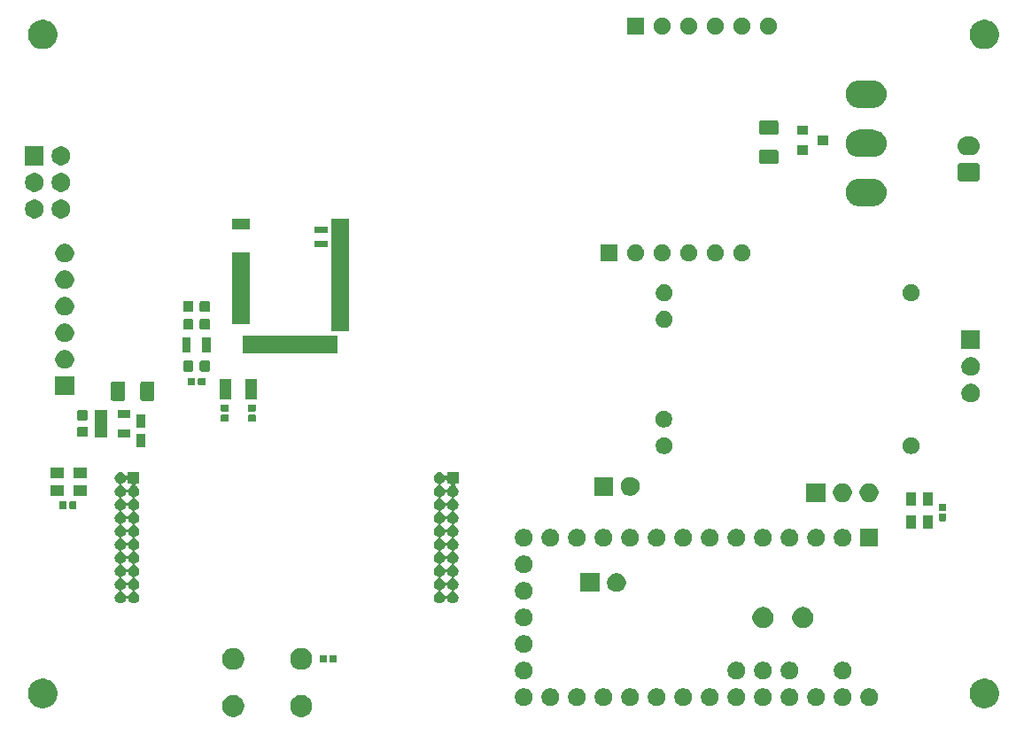
<source format=gts>
G04 #@! TF.GenerationSoftware,KiCad,Pcbnew,5.1.5-52549c5~84~ubuntu18.04.1*
G04 #@! TF.CreationDate,2020-03-19T13:28:06+05:30*
G04 #@! TF.ProjectId,senseRx_rev1,73656e73-6552-4785-9f72-6576312e6b69,rev?*
G04 #@! TF.SameCoordinates,Original*
G04 #@! TF.FileFunction,Soldermask,Top*
G04 #@! TF.FilePolarity,Negative*
%FSLAX46Y46*%
G04 Gerber Fmt 4.6, Leading zero omitted, Abs format (unit mm)*
G04 Created by KiCad (PCBNEW 5.1.5-52549c5~84~ubuntu18.04.1) date 2020-03-19 13:28:06*
%MOMM*%
%LPD*%
G04 APERTURE LIST*
%ADD10C,0.100000*%
G04 APERTURE END LIST*
D10*
G36*
X125006564Y-163189389D02*
G01*
X125191964Y-163266184D01*
X125197835Y-163268616D01*
X125369973Y-163383635D01*
X125516365Y-163530027D01*
X125605630Y-163663621D01*
X125631385Y-163702167D01*
X125710611Y-163893436D01*
X125751000Y-164096484D01*
X125751000Y-164303516D01*
X125710611Y-164506564D01*
X125631385Y-164697833D01*
X125631384Y-164697835D01*
X125516365Y-164869973D01*
X125369973Y-165016365D01*
X125197835Y-165131384D01*
X125197834Y-165131385D01*
X125197833Y-165131385D01*
X125006564Y-165210611D01*
X124803516Y-165251000D01*
X124596484Y-165251000D01*
X124393436Y-165210611D01*
X124202167Y-165131385D01*
X124202166Y-165131385D01*
X124202165Y-165131384D01*
X124030027Y-165016365D01*
X123883635Y-164869973D01*
X123768616Y-164697835D01*
X123768615Y-164697833D01*
X123689389Y-164506564D01*
X123649000Y-164303516D01*
X123649000Y-164096484D01*
X123689389Y-163893436D01*
X123768615Y-163702167D01*
X123794371Y-163663621D01*
X123883635Y-163530027D01*
X124030027Y-163383635D01*
X124202165Y-163268616D01*
X124208036Y-163266184D01*
X124393436Y-163189389D01*
X124596484Y-163149000D01*
X124803516Y-163149000D01*
X125006564Y-163189389D01*
G37*
G36*
X118506564Y-163189389D02*
G01*
X118691964Y-163266184D01*
X118697835Y-163268616D01*
X118869973Y-163383635D01*
X119016365Y-163530027D01*
X119105630Y-163663621D01*
X119131385Y-163702167D01*
X119210611Y-163893436D01*
X119251000Y-164096484D01*
X119251000Y-164303516D01*
X119210611Y-164506564D01*
X119131385Y-164697833D01*
X119131384Y-164697835D01*
X119016365Y-164869973D01*
X118869973Y-165016365D01*
X118697835Y-165131384D01*
X118697834Y-165131385D01*
X118697833Y-165131385D01*
X118506564Y-165210611D01*
X118303516Y-165251000D01*
X118096484Y-165251000D01*
X117893436Y-165210611D01*
X117702167Y-165131385D01*
X117702166Y-165131385D01*
X117702165Y-165131384D01*
X117530027Y-165016365D01*
X117383635Y-164869973D01*
X117268616Y-164697835D01*
X117268615Y-164697833D01*
X117189389Y-164506564D01*
X117149000Y-164303516D01*
X117149000Y-164096484D01*
X117189389Y-163893436D01*
X117268615Y-163702167D01*
X117294371Y-163663621D01*
X117383635Y-163530027D01*
X117530027Y-163383635D01*
X117702165Y-163268616D01*
X117708036Y-163266184D01*
X117893436Y-163189389D01*
X118096484Y-163149000D01*
X118303516Y-163149000D01*
X118506564Y-163189389D01*
G37*
G36*
X190318433Y-161634893D02*
G01*
X190408657Y-161652839D01*
X190514267Y-161696585D01*
X190663621Y-161758449D01*
X190663622Y-161758450D01*
X190893086Y-161911772D01*
X191088228Y-162106914D01*
X191190675Y-162260237D01*
X191241551Y-162336379D01*
X191347161Y-162591344D01*
X191401000Y-162862012D01*
X191401000Y-163137988D01*
X191365107Y-163318433D01*
X191347161Y-163408657D01*
X191303415Y-163514267D01*
X191241551Y-163663621D01*
X191241550Y-163663622D01*
X191088228Y-163893086D01*
X190893086Y-164088228D01*
X190739763Y-164190675D01*
X190663621Y-164241551D01*
X190514267Y-164303415D01*
X190408657Y-164347161D01*
X190318433Y-164365107D01*
X190137988Y-164401000D01*
X189862012Y-164401000D01*
X189681567Y-164365107D01*
X189591343Y-164347161D01*
X189485733Y-164303415D01*
X189336379Y-164241551D01*
X189260237Y-164190675D01*
X189106914Y-164088228D01*
X188911772Y-163893086D01*
X188758450Y-163663622D01*
X188758449Y-163663621D01*
X188696585Y-163514267D01*
X188652839Y-163408657D01*
X188634893Y-163318433D01*
X188599000Y-163137988D01*
X188599000Y-162862012D01*
X188652839Y-162591344D01*
X188758449Y-162336379D01*
X188809325Y-162260237D01*
X188911772Y-162106914D01*
X189106914Y-161911772D01*
X189336378Y-161758450D01*
X189336379Y-161758449D01*
X189485733Y-161696585D01*
X189591343Y-161652839D01*
X189681567Y-161634893D01*
X189862012Y-161599000D01*
X190137988Y-161599000D01*
X190318433Y-161634893D01*
G37*
G36*
X100318433Y-161634893D02*
G01*
X100408657Y-161652839D01*
X100514267Y-161696585D01*
X100663621Y-161758449D01*
X100663622Y-161758450D01*
X100893086Y-161911772D01*
X101088228Y-162106914D01*
X101190675Y-162260237D01*
X101241551Y-162336379D01*
X101347161Y-162591344D01*
X101401000Y-162862012D01*
X101401000Y-163137988D01*
X101365107Y-163318433D01*
X101347161Y-163408657D01*
X101303415Y-163514267D01*
X101241551Y-163663621D01*
X101241550Y-163663622D01*
X101088228Y-163893086D01*
X100893086Y-164088228D01*
X100739763Y-164190675D01*
X100663621Y-164241551D01*
X100514267Y-164303415D01*
X100408657Y-164347161D01*
X100318433Y-164365107D01*
X100137988Y-164401000D01*
X99862012Y-164401000D01*
X99681567Y-164365107D01*
X99591343Y-164347161D01*
X99485733Y-164303415D01*
X99336379Y-164241551D01*
X99260237Y-164190675D01*
X99106914Y-164088228D01*
X98911772Y-163893086D01*
X98758450Y-163663622D01*
X98758449Y-163663621D01*
X98696585Y-163514267D01*
X98652839Y-163408657D01*
X98634893Y-163318433D01*
X98599000Y-163137988D01*
X98599000Y-162862012D01*
X98652839Y-162591344D01*
X98758449Y-162336379D01*
X98809325Y-162260237D01*
X98911772Y-162106914D01*
X99106914Y-161911772D01*
X99336378Y-161758450D01*
X99336379Y-161758449D01*
X99485733Y-161696585D01*
X99591343Y-161652839D01*
X99681567Y-161634893D01*
X99862012Y-161599000D01*
X100137988Y-161599000D01*
X100318433Y-161634893D01*
G37*
G36*
X158928228Y-162531703D02*
G01*
X159083100Y-162595853D01*
X159222481Y-162688985D01*
X159341015Y-162807519D01*
X159434147Y-162946900D01*
X159498297Y-163101772D01*
X159531000Y-163266184D01*
X159531000Y-163433816D01*
X159498297Y-163598228D01*
X159434147Y-163753100D01*
X159341015Y-163892481D01*
X159222481Y-164011015D01*
X159083100Y-164104147D01*
X158928228Y-164168297D01*
X158763816Y-164201000D01*
X158596184Y-164201000D01*
X158431772Y-164168297D01*
X158276900Y-164104147D01*
X158137519Y-164011015D01*
X158018985Y-163892481D01*
X157925853Y-163753100D01*
X157861703Y-163598228D01*
X157829000Y-163433816D01*
X157829000Y-163266184D01*
X157861703Y-163101772D01*
X157925853Y-162946900D01*
X158018985Y-162807519D01*
X158137519Y-162688985D01*
X158276900Y-162595853D01*
X158431772Y-162531703D01*
X158596184Y-162499000D01*
X158763816Y-162499000D01*
X158928228Y-162531703D01*
G37*
G36*
X179248228Y-162531703D02*
G01*
X179403100Y-162595853D01*
X179542481Y-162688985D01*
X179661015Y-162807519D01*
X179754147Y-162946900D01*
X179818297Y-163101772D01*
X179851000Y-163266184D01*
X179851000Y-163433816D01*
X179818297Y-163598228D01*
X179754147Y-163753100D01*
X179661015Y-163892481D01*
X179542481Y-164011015D01*
X179403100Y-164104147D01*
X179248228Y-164168297D01*
X179083816Y-164201000D01*
X178916184Y-164201000D01*
X178751772Y-164168297D01*
X178596900Y-164104147D01*
X178457519Y-164011015D01*
X178338985Y-163892481D01*
X178245853Y-163753100D01*
X178181703Y-163598228D01*
X178149000Y-163433816D01*
X178149000Y-163266184D01*
X178181703Y-163101772D01*
X178245853Y-162946900D01*
X178338985Y-162807519D01*
X178457519Y-162688985D01*
X178596900Y-162595853D01*
X178751772Y-162531703D01*
X178916184Y-162499000D01*
X179083816Y-162499000D01*
X179248228Y-162531703D01*
G37*
G36*
X174168228Y-162531703D02*
G01*
X174323100Y-162595853D01*
X174462481Y-162688985D01*
X174581015Y-162807519D01*
X174674147Y-162946900D01*
X174738297Y-163101772D01*
X174771000Y-163266184D01*
X174771000Y-163433816D01*
X174738297Y-163598228D01*
X174674147Y-163753100D01*
X174581015Y-163892481D01*
X174462481Y-164011015D01*
X174323100Y-164104147D01*
X174168228Y-164168297D01*
X174003816Y-164201000D01*
X173836184Y-164201000D01*
X173671772Y-164168297D01*
X173516900Y-164104147D01*
X173377519Y-164011015D01*
X173258985Y-163892481D01*
X173165853Y-163753100D01*
X173101703Y-163598228D01*
X173069000Y-163433816D01*
X173069000Y-163266184D01*
X173101703Y-163101772D01*
X173165853Y-162946900D01*
X173258985Y-162807519D01*
X173377519Y-162688985D01*
X173516900Y-162595853D01*
X173671772Y-162531703D01*
X173836184Y-162499000D01*
X174003816Y-162499000D01*
X174168228Y-162531703D01*
G37*
G36*
X171628228Y-162531703D02*
G01*
X171783100Y-162595853D01*
X171922481Y-162688985D01*
X172041015Y-162807519D01*
X172134147Y-162946900D01*
X172198297Y-163101772D01*
X172231000Y-163266184D01*
X172231000Y-163433816D01*
X172198297Y-163598228D01*
X172134147Y-163753100D01*
X172041015Y-163892481D01*
X171922481Y-164011015D01*
X171783100Y-164104147D01*
X171628228Y-164168297D01*
X171463816Y-164201000D01*
X171296184Y-164201000D01*
X171131772Y-164168297D01*
X170976900Y-164104147D01*
X170837519Y-164011015D01*
X170718985Y-163892481D01*
X170625853Y-163753100D01*
X170561703Y-163598228D01*
X170529000Y-163433816D01*
X170529000Y-163266184D01*
X170561703Y-163101772D01*
X170625853Y-162946900D01*
X170718985Y-162807519D01*
X170837519Y-162688985D01*
X170976900Y-162595853D01*
X171131772Y-162531703D01*
X171296184Y-162499000D01*
X171463816Y-162499000D01*
X171628228Y-162531703D01*
G37*
G36*
X169088228Y-162531703D02*
G01*
X169243100Y-162595853D01*
X169382481Y-162688985D01*
X169501015Y-162807519D01*
X169594147Y-162946900D01*
X169658297Y-163101772D01*
X169691000Y-163266184D01*
X169691000Y-163433816D01*
X169658297Y-163598228D01*
X169594147Y-163753100D01*
X169501015Y-163892481D01*
X169382481Y-164011015D01*
X169243100Y-164104147D01*
X169088228Y-164168297D01*
X168923816Y-164201000D01*
X168756184Y-164201000D01*
X168591772Y-164168297D01*
X168436900Y-164104147D01*
X168297519Y-164011015D01*
X168178985Y-163892481D01*
X168085853Y-163753100D01*
X168021703Y-163598228D01*
X167989000Y-163433816D01*
X167989000Y-163266184D01*
X168021703Y-163101772D01*
X168085853Y-162946900D01*
X168178985Y-162807519D01*
X168297519Y-162688985D01*
X168436900Y-162595853D01*
X168591772Y-162531703D01*
X168756184Y-162499000D01*
X168923816Y-162499000D01*
X169088228Y-162531703D01*
G37*
G36*
X166548228Y-162531703D02*
G01*
X166703100Y-162595853D01*
X166842481Y-162688985D01*
X166961015Y-162807519D01*
X167054147Y-162946900D01*
X167118297Y-163101772D01*
X167151000Y-163266184D01*
X167151000Y-163433816D01*
X167118297Y-163598228D01*
X167054147Y-163753100D01*
X166961015Y-163892481D01*
X166842481Y-164011015D01*
X166703100Y-164104147D01*
X166548228Y-164168297D01*
X166383816Y-164201000D01*
X166216184Y-164201000D01*
X166051772Y-164168297D01*
X165896900Y-164104147D01*
X165757519Y-164011015D01*
X165638985Y-163892481D01*
X165545853Y-163753100D01*
X165481703Y-163598228D01*
X165449000Y-163433816D01*
X165449000Y-163266184D01*
X165481703Y-163101772D01*
X165545853Y-162946900D01*
X165638985Y-162807519D01*
X165757519Y-162688985D01*
X165896900Y-162595853D01*
X166051772Y-162531703D01*
X166216184Y-162499000D01*
X166383816Y-162499000D01*
X166548228Y-162531703D01*
G37*
G36*
X164008228Y-162531703D02*
G01*
X164163100Y-162595853D01*
X164302481Y-162688985D01*
X164421015Y-162807519D01*
X164514147Y-162946900D01*
X164578297Y-163101772D01*
X164611000Y-163266184D01*
X164611000Y-163433816D01*
X164578297Y-163598228D01*
X164514147Y-163753100D01*
X164421015Y-163892481D01*
X164302481Y-164011015D01*
X164163100Y-164104147D01*
X164008228Y-164168297D01*
X163843816Y-164201000D01*
X163676184Y-164201000D01*
X163511772Y-164168297D01*
X163356900Y-164104147D01*
X163217519Y-164011015D01*
X163098985Y-163892481D01*
X163005853Y-163753100D01*
X162941703Y-163598228D01*
X162909000Y-163433816D01*
X162909000Y-163266184D01*
X162941703Y-163101772D01*
X163005853Y-162946900D01*
X163098985Y-162807519D01*
X163217519Y-162688985D01*
X163356900Y-162595853D01*
X163511772Y-162531703D01*
X163676184Y-162499000D01*
X163843816Y-162499000D01*
X164008228Y-162531703D01*
G37*
G36*
X161468228Y-162531703D02*
G01*
X161623100Y-162595853D01*
X161762481Y-162688985D01*
X161881015Y-162807519D01*
X161974147Y-162946900D01*
X162038297Y-163101772D01*
X162071000Y-163266184D01*
X162071000Y-163433816D01*
X162038297Y-163598228D01*
X161974147Y-163753100D01*
X161881015Y-163892481D01*
X161762481Y-164011015D01*
X161623100Y-164104147D01*
X161468228Y-164168297D01*
X161303816Y-164201000D01*
X161136184Y-164201000D01*
X160971772Y-164168297D01*
X160816900Y-164104147D01*
X160677519Y-164011015D01*
X160558985Y-163892481D01*
X160465853Y-163753100D01*
X160401703Y-163598228D01*
X160369000Y-163433816D01*
X160369000Y-163266184D01*
X160401703Y-163101772D01*
X160465853Y-162946900D01*
X160558985Y-162807519D01*
X160677519Y-162688985D01*
X160816900Y-162595853D01*
X160971772Y-162531703D01*
X161136184Y-162499000D01*
X161303816Y-162499000D01*
X161468228Y-162531703D01*
G37*
G36*
X156388228Y-162531703D02*
G01*
X156543100Y-162595853D01*
X156682481Y-162688985D01*
X156801015Y-162807519D01*
X156894147Y-162946900D01*
X156958297Y-163101772D01*
X156991000Y-163266184D01*
X156991000Y-163433816D01*
X156958297Y-163598228D01*
X156894147Y-163753100D01*
X156801015Y-163892481D01*
X156682481Y-164011015D01*
X156543100Y-164104147D01*
X156388228Y-164168297D01*
X156223816Y-164201000D01*
X156056184Y-164201000D01*
X155891772Y-164168297D01*
X155736900Y-164104147D01*
X155597519Y-164011015D01*
X155478985Y-163892481D01*
X155385853Y-163753100D01*
X155321703Y-163598228D01*
X155289000Y-163433816D01*
X155289000Y-163266184D01*
X155321703Y-163101772D01*
X155385853Y-162946900D01*
X155478985Y-162807519D01*
X155597519Y-162688985D01*
X155736900Y-162595853D01*
X155891772Y-162531703D01*
X156056184Y-162499000D01*
X156223816Y-162499000D01*
X156388228Y-162531703D01*
G37*
G36*
X153848228Y-162531703D02*
G01*
X154003100Y-162595853D01*
X154142481Y-162688985D01*
X154261015Y-162807519D01*
X154354147Y-162946900D01*
X154418297Y-163101772D01*
X154451000Y-163266184D01*
X154451000Y-163433816D01*
X154418297Y-163598228D01*
X154354147Y-163753100D01*
X154261015Y-163892481D01*
X154142481Y-164011015D01*
X154003100Y-164104147D01*
X153848228Y-164168297D01*
X153683816Y-164201000D01*
X153516184Y-164201000D01*
X153351772Y-164168297D01*
X153196900Y-164104147D01*
X153057519Y-164011015D01*
X152938985Y-163892481D01*
X152845853Y-163753100D01*
X152781703Y-163598228D01*
X152749000Y-163433816D01*
X152749000Y-163266184D01*
X152781703Y-163101772D01*
X152845853Y-162946900D01*
X152938985Y-162807519D01*
X153057519Y-162688985D01*
X153196900Y-162595853D01*
X153351772Y-162531703D01*
X153516184Y-162499000D01*
X153683816Y-162499000D01*
X153848228Y-162531703D01*
G37*
G36*
X151308228Y-162531703D02*
G01*
X151463100Y-162595853D01*
X151602481Y-162688985D01*
X151721015Y-162807519D01*
X151814147Y-162946900D01*
X151878297Y-163101772D01*
X151911000Y-163266184D01*
X151911000Y-163433816D01*
X151878297Y-163598228D01*
X151814147Y-163753100D01*
X151721015Y-163892481D01*
X151602481Y-164011015D01*
X151463100Y-164104147D01*
X151308228Y-164168297D01*
X151143816Y-164201000D01*
X150976184Y-164201000D01*
X150811772Y-164168297D01*
X150656900Y-164104147D01*
X150517519Y-164011015D01*
X150398985Y-163892481D01*
X150305853Y-163753100D01*
X150241703Y-163598228D01*
X150209000Y-163433816D01*
X150209000Y-163266184D01*
X150241703Y-163101772D01*
X150305853Y-162946900D01*
X150398985Y-162807519D01*
X150517519Y-162688985D01*
X150656900Y-162595853D01*
X150811772Y-162531703D01*
X150976184Y-162499000D01*
X151143816Y-162499000D01*
X151308228Y-162531703D01*
G37*
G36*
X148768228Y-162531703D02*
G01*
X148923100Y-162595853D01*
X149062481Y-162688985D01*
X149181015Y-162807519D01*
X149274147Y-162946900D01*
X149338297Y-163101772D01*
X149371000Y-163266184D01*
X149371000Y-163433816D01*
X149338297Y-163598228D01*
X149274147Y-163753100D01*
X149181015Y-163892481D01*
X149062481Y-164011015D01*
X148923100Y-164104147D01*
X148768228Y-164168297D01*
X148603816Y-164201000D01*
X148436184Y-164201000D01*
X148271772Y-164168297D01*
X148116900Y-164104147D01*
X147977519Y-164011015D01*
X147858985Y-163892481D01*
X147765853Y-163753100D01*
X147701703Y-163598228D01*
X147669000Y-163433816D01*
X147669000Y-163266184D01*
X147701703Y-163101772D01*
X147765853Y-162946900D01*
X147858985Y-162807519D01*
X147977519Y-162688985D01*
X148116900Y-162595853D01*
X148271772Y-162531703D01*
X148436184Y-162499000D01*
X148603816Y-162499000D01*
X148768228Y-162531703D01*
G37*
G36*
X176708228Y-162531703D02*
G01*
X176863100Y-162595853D01*
X177002481Y-162688985D01*
X177121015Y-162807519D01*
X177214147Y-162946900D01*
X177278297Y-163101772D01*
X177311000Y-163266184D01*
X177311000Y-163433816D01*
X177278297Y-163598228D01*
X177214147Y-163753100D01*
X177121015Y-163892481D01*
X177002481Y-164011015D01*
X176863100Y-164104147D01*
X176708228Y-164168297D01*
X176543816Y-164201000D01*
X176376184Y-164201000D01*
X176211772Y-164168297D01*
X176056900Y-164104147D01*
X175917519Y-164011015D01*
X175798985Y-163892481D01*
X175705853Y-163753100D01*
X175641703Y-163598228D01*
X175609000Y-163433816D01*
X175609000Y-163266184D01*
X175641703Y-163101772D01*
X175705853Y-162946900D01*
X175798985Y-162807519D01*
X175917519Y-162688985D01*
X176056900Y-162595853D01*
X176211772Y-162531703D01*
X176376184Y-162499000D01*
X176543816Y-162499000D01*
X176708228Y-162531703D01*
G37*
G36*
X146228228Y-162531703D02*
G01*
X146383100Y-162595853D01*
X146522481Y-162688985D01*
X146641015Y-162807519D01*
X146734147Y-162946900D01*
X146798297Y-163101772D01*
X146831000Y-163266184D01*
X146831000Y-163433816D01*
X146798297Y-163598228D01*
X146734147Y-163753100D01*
X146641015Y-163892481D01*
X146522481Y-164011015D01*
X146383100Y-164104147D01*
X146228228Y-164168297D01*
X146063816Y-164201000D01*
X145896184Y-164201000D01*
X145731772Y-164168297D01*
X145576900Y-164104147D01*
X145437519Y-164011015D01*
X145318985Y-163892481D01*
X145225853Y-163753100D01*
X145161703Y-163598228D01*
X145129000Y-163433816D01*
X145129000Y-163266184D01*
X145161703Y-163101772D01*
X145225853Y-162946900D01*
X145318985Y-162807519D01*
X145437519Y-162688985D01*
X145576900Y-162595853D01*
X145731772Y-162531703D01*
X145896184Y-162499000D01*
X146063816Y-162499000D01*
X146228228Y-162531703D01*
G37*
G36*
X171628228Y-159991703D02*
G01*
X171783100Y-160055853D01*
X171922481Y-160148985D01*
X172041015Y-160267519D01*
X172134147Y-160406900D01*
X172198297Y-160561772D01*
X172231000Y-160726184D01*
X172231000Y-160893816D01*
X172198297Y-161058228D01*
X172134147Y-161213100D01*
X172041015Y-161352481D01*
X171922481Y-161471015D01*
X171783100Y-161564147D01*
X171628228Y-161628297D01*
X171463816Y-161661000D01*
X171296184Y-161661000D01*
X171131772Y-161628297D01*
X170976900Y-161564147D01*
X170837519Y-161471015D01*
X170718985Y-161352481D01*
X170625853Y-161213100D01*
X170561703Y-161058228D01*
X170529000Y-160893816D01*
X170529000Y-160726184D01*
X170561703Y-160561772D01*
X170625853Y-160406900D01*
X170718985Y-160267519D01*
X170837519Y-160148985D01*
X170976900Y-160055853D01*
X171131772Y-159991703D01*
X171296184Y-159959000D01*
X171463816Y-159959000D01*
X171628228Y-159991703D01*
G37*
G36*
X146228228Y-159991703D02*
G01*
X146383100Y-160055853D01*
X146522481Y-160148985D01*
X146641015Y-160267519D01*
X146734147Y-160406900D01*
X146798297Y-160561772D01*
X146831000Y-160726184D01*
X146831000Y-160893816D01*
X146798297Y-161058228D01*
X146734147Y-161213100D01*
X146641015Y-161352481D01*
X146522481Y-161471015D01*
X146383100Y-161564147D01*
X146228228Y-161628297D01*
X146063816Y-161661000D01*
X145896184Y-161661000D01*
X145731772Y-161628297D01*
X145576900Y-161564147D01*
X145437519Y-161471015D01*
X145318985Y-161352481D01*
X145225853Y-161213100D01*
X145161703Y-161058228D01*
X145129000Y-160893816D01*
X145129000Y-160726184D01*
X145161703Y-160561772D01*
X145225853Y-160406900D01*
X145318985Y-160267519D01*
X145437519Y-160148985D01*
X145576900Y-160055853D01*
X145731772Y-159991703D01*
X145896184Y-159959000D01*
X146063816Y-159959000D01*
X146228228Y-159991703D01*
G37*
G36*
X166548228Y-159991703D02*
G01*
X166703100Y-160055853D01*
X166842481Y-160148985D01*
X166961015Y-160267519D01*
X167054147Y-160406900D01*
X167118297Y-160561772D01*
X167151000Y-160726184D01*
X167151000Y-160893816D01*
X167118297Y-161058228D01*
X167054147Y-161213100D01*
X166961015Y-161352481D01*
X166842481Y-161471015D01*
X166703100Y-161564147D01*
X166548228Y-161628297D01*
X166383816Y-161661000D01*
X166216184Y-161661000D01*
X166051772Y-161628297D01*
X165896900Y-161564147D01*
X165757519Y-161471015D01*
X165638985Y-161352481D01*
X165545853Y-161213100D01*
X165481703Y-161058228D01*
X165449000Y-160893816D01*
X165449000Y-160726184D01*
X165481703Y-160561772D01*
X165545853Y-160406900D01*
X165638985Y-160267519D01*
X165757519Y-160148985D01*
X165896900Y-160055853D01*
X166051772Y-159991703D01*
X166216184Y-159959000D01*
X166383816Y-159959000D01*
X166548228Y-159991703D01*
G37*
G36*
X169088228Y-159991703D02*
G01*
X169243100Y-160055853D01*
X169382481Y-160148985D01*
X169501015Y-160267519D01*
X169594147Y-160406900D01*
X169658297Y-160561772D01*
X169691000Y-160726184D01*
X169691000Y-160893816D01*
X169658297Y-161058228D01*
X169594147Y-161213100D01*
X169501015Y-161352481D01*
X169382481Y-161471015D01*
X169243100Y-161564147D01*
X169088228Y-161628297D01*
X168923816Y-161661000D01*
X168756184Y-161661000D01*
X168591772Y-161628297D01*
X168436900Y-161564147D01*
X168297519Y-161471015D01*
X168178985Y-161352481D01*
X168085853Y-161213100D01*
X168021703Y-161058228D01*
X167989000Y-160893816D01*
X167989000Y-160726184D01*
X168021703Y-160561772D01*
X168085853Y-160406900D01*
X168178985Y-160267519D01*
X168297519Y-160148985D01*
X168436900Y-160055853D01*
X168591772Y-159991703D01*
X168756184Y-159959000D01*
X168923816Y-159959000D01*
X169088228Y-159991703D01*
G37*
G36*
X176708228Y-159991703D02*
G01*
X176863100Y-160055853D01*
X177002481Y-160148985D01*
X177121015Y-160267519D01*
X177214147Y-160406900D01*
X177278297Y-160561772D01*
X177311000Y-160726184D01*
X177311000Y-160893816D01*
X177278297Y-161058228D01*
X177214147Y-161213100D01*
X177121015Y-161352481D01*
X177002481Y-161471015D01*
X176863100Y-161564147D01*
X176708228Y-161628297D01*
X176543816Y-161661000D01*
X176376184Y-161661000D01*
X176211772Y-161628297D01*
X176056900Y-161564147D01*
X175917519Y-161471015D01*
X175798985Y-161352481D01*
X175705853Y-161213100D01*
X175641703Y-161058228D01*
X175609000Y-160893816D01*
X175609000Y-160726184D01*
X175641703Y-160561772D01*
X175705853Y-160406900D01*
X175798985Y-160267519D01*
X175917519Y-160148985D01*
X176056900Y-160055853D01*
X176211772Y-159991703D01*
X176376184Y-159959000D01*
X176543816Y-159959000D01*
X176708228Y-159991703D01*
G37*
G36*
X118506564Y-158689389D02*
G01*
X118697833Y-158768615D01*
X118697835Y-158768616D01*
X118869973Y-158883635D01*
X119016365Y-159030027D01*
X119131385Y-159202167D01*
X119210611Y-159393436D01*
X119251000Y-159596484D01*
X119251000Y-159803516D01*
X119210611Y-160006564D01*
X119151618Y-160148985D01*
X119131384Y-160197835D01*
X119016365Y-160369973D01*
X118869973Y-160516365D01*
X118697835Y-160631384D01*
X118697834Y-160631385D01*
X118697833Y-160631385D01*
X118506564Y-160710611D01*
X118303516Y-160751000D01*
X118096484Y-160751000D01*
X117893436Y-160710611D01*
X117702167Y-160631385D01*
X117702166Y-160631385D01*
X117702165Y-160631384D01*
X117530027Y-160516365D01*
X117383635Y-160369973D01*
X117268616Y-160197835D01*
X117248382Y-160148985D01*
X117189389Y-160006564D01*
X117149000Y-159803516D01*
X117149000Y-159596484D01*
X117189389Y-159393436D01*
X117268615Y-159202167D01*
X117383635Y-159030027D01*
X117530027Y-158883635D01*
X117702165Y-158768616D01*
X117702167Y-158768615D01*
X117893436Y-158689389D01*
X118096484Y-158649000D01*
X118303516Y-158649000D01*
X118506564Y-158689389D01*
G37*
G36*
X125006564Y-158689389D02*
G01*
X125197833Y-158768615D01*
X125197835Y-158768616D01*
X125369973Y-158883635D01*
X125516365Y-159030027D01*
X125631385Y-159202167D01*
X125710611Y-159393436D01*
X125751000Y-159596484D01*
X125751000Y-159803516D01*
X125710611Y-160006564D01*
X125651618Y-160148985D01*
X125631384Y-160197835D01*
X125516365Y-160369973D01*
X125369973Y-160516365D01*
X125197835Y-160631384D01*
X125197834Y-160631385D01*
X125197833Y-160631385D01*
X125006564Y-160710611D01*
X124803516Y-160751000D01*
X124596484Y-160751000D01*
X124393436Y-160710611D01*
X124202167Y-160631385D01*
X124202166Y-160631385D01*
X124202165Y-160631384D01*
X124030027Y-160516365D01*
X123883635Y-160369973D01*
X123768616Y-160197835D01*
X123748382Y-160148985D01*
X123689389Y-160006564D01*
X123649000Y-159803516D01*
X123649000Y-159596484D01*
X123689389Y-159393436D01*
X123768615Y-159202167D01*
X123883635Y-159030027D01*
X124030027Y-158883635D01*
X124202165Y-158768616D01*
X124202167Y-158768615D01*
X124393436Y-158689389D01*
X124596484Y-158649000D01*
X124803516Y-158649000D01*
X125006564Y-158689389D01*
G37*
G36*
X127071938Y-159331716D02*
G01*
X127092557Y-159337971D01*
X127111553Y-159348124D01*
X127128208Y-159361792D01*
X127141876Y-159378447D01*
X127152029Y-159397443D01*
X127158284Y-159418062D01*
X127161000Y-159445640D01*
X127161000Y-159954360D01*
X127158284Y-159981938D01*
X127152029Y-160002557D01*
X127141876Y-160021553D01*
X127128208Y-160038208D01*
X127111553Y-160051876D01*
X127092557Y-160062029D01*
X127071938Y-160068284D01*
X127044360Y-160071000D01*
X126585640Y-160071000D01*
X126558062Y-160068284D01*
X126537443Y-160062029D01*
X126518447Y-160051876D01*
X126501792Y-160038208D01*
X126488124Y-160021553D01*
X126477971Y-160002557D01*
X126471716Y-159981938D01*
X126469000Y-159954360D01*
X126469000Y-159445640D01*
X126471716Y-159418062D01*
X126477971Y-159397443D01*
X126488124Y-159378447D01*
X126501792Y-159361792D01*
X126518447Y-159348124D01*
X126537443Y-159337971D01*
X126558062Y-159331716D01*
X126585640Y-159329000D01*
X127044360Y-159329000D01*
X127071938Y-159331716D01*
G37*
G36*
X128041938Y-159331716D02*
G01*
X128062557Y-159337971D01*
X128081553Y-159348124D01*
X128098208Y-159361792D01*
X128111876Y-159378447D01*
X128122029Y-159397443D01*
X128128284Y-159418062D01*
X128131000Y-159445640D01*
X128131000Y-159954360D01*
X128128284Y-159981938D01*
X128122029Y-160002557D01*
X128111876Y-160021553D01*
X128098208Y-160038208D01*
X128081553Y-160051876D01*
X128062557Y-160062029D01*
X128041938Y-160068284D01*
X128014360Y-160071000D01*
X127555640Y-160071000D01*
X127528062Y-160068284D01*
X127507443Y-160062029D01*
X127488447Y-160051876D01*
X127471792Y-160038208D01*
X127458124Y-160021553D01*
X127447971Y-160002557D01*
X127441716Y-159981938D01*
X127439000Y-159954360D01*
X127439000Y-159445640D01*
X127441716Y-159418062D01*
X127447971Y-159397443D01*
X127458124Y-159378447D01*
X127471792Y-159361792D01*
X127488447Y-159348124D01*
X127507443Y-159337971D01*
X127528062Y-159331716D01*
X127555640Y-159329000D01*
X128014360Y-159329000D01*
X128041938Y-159331716D01*
G37*
G36*
X146228228Y-157451703D02*
G01*
X146383100Y-157515853D01*
X146522481Y-157608985D01*
X146641015Y-157727519D01*
X146734147Y-157866900D01*
X146798297Y-158021772D01*
X146831000Y-158186184D01*
X146831000Y-158353816D01*
X146798297Y-158518228D01*
X146734147Y-158673100D01*
X146641015Y-158812481D01*
X146522481Y-158931015D01*
X146383100Y-159024147D01*
X146228228Y-159088297D01*
X146063816Y-159121000D01*
X145896184Y-159121000D01*
X145731772Y-159088297D01*
X145576900Y-159024147D01*
X145437519Y-158931015D01*
X145318985Y-158812481D01*
X145225853Y-158673100D01*
X145161703Y-158518228D01*
X145129000Y-158353816D01*
X145129000Y-158186184D01*
X145161703Y-158021772D01*
X145225853Y-157866900D01*
X145318985Y-157727519D01*
X145437519Y-157608985D01*
X145576900Y-157515853D01*
X145731772Y-157451703D01*
X145896184Y-157419000D01*
X146063816Y-157419000D01*
X146228228Y-157451703D01*
G37*
G36*
X172845285Y-154748234D02*
G01*
X172941981Y-154767468D01*
X173124151Y-154842926D01*
X173288100Y-154952473D01*
X173427527Y-155091900D01*
X173537074Y-155255849D01*
X173612532Y-155438019D01*
X173651000Y-155631410D01*
X173651000Y-155828590D01*
X173612532Y-156021981D01*
X173537074Y-156204151D01*
X173427527Y-156368100D01*
X173288100Y-156507527D01*
X173124151Y-156617074D01*
X172941981Y-156692532D01*
X172748591Y-156731000D01*
X172551409Y-156731000D01*
X172358019Y-156692532D01*
X172175849Y-156617074D01*
X172011900Y-156507527D01*
X171872473Y-156368100D01*
X171762926Y-156204151D01*
X171687468Y-156021981D01*
X171649000Y-155828590D01*
X171649000Y-155631410D01*
X171687468Y-155438019D01*
X171762926Y-155255849D01*
X171872473Y-155091900D01*
X172011900Y-154952473D01*
X172175849Y-154842926D01*
X172358019Y-154767468D01*
X172454715Y-154748234D01*
X172551409Y-154729000D01*
X172748591Y-154729000D01*
X172845285Y-154748234D01*
G37*
G36*
X169035285Y-154748234D02*
G01*
X169131981Y-154767468D01*
X169314151Y-154842926D01*
X169478100Y-154952473D01*
X169617527Y-155091900D01*
X169727074Y-155255849D01*
X169802532Y-155438019D01*
X169841000Y-155631410D01*
X169841000Y-155828590D01*
X169802532Y-156021981D01*
X169727074Y-156204151D01*
X169617527Y-156368100D01*
X169478100Y-156507527D01*
X169314151Y-156617074D01*
X169131981Y-156692532D01*
X168938591Y-156731000D01*
X168741409Y-156731000D01*
X168548019Y-156692532D01*
X168365849Y-156617074D01*
X168201900Y-156507527D01*
X168062473Y-156368100D01*
X167952926Y-156204151D01*
X167877468Y-156021981D01*
X167839000Y-155828590D01*
X167839000Y-155631410D01*
X167877468Y-155438019D01*
X167952926Y-155255849D01*
X168062473Y-155091900D01*
X168201900Y-154952473D01*
X168365849Y-154842926D01*
X168548019Y-154767468D01*
X168644715Y-154748234D01*
X168741409Y-154729000D01*
X168938591Y-154729000D01*
X169035285Y-154748234D01*
G37*
G36*
X146228228Y-154911703D02*
G01*
X146383100Y-154975853D01*
X146522481Y-155068985D01*
X146641015Y-155187519D01*
X146734147Y-155326900D01*
X146798297Y-155481772D01*
X146831000Y-155646184D01*
X146831000Y-155813816D01*
X146798297Y-155978228D01*
X146734147Y-156133100D01*
X146641015Y-156272481D01*
X146522481Y-156391015D01*
X146383100Y-156484147D01*
X146228228Y-156548297D01*
X146063816Y-156581000D01*
X145896184Y-156581000D01*
X145731772Y-156548297D01*
X145576900Y-156484147D01*
X145437519Y-156391015D01*
X145318985Y-156272481D01*
X145225853Y-156133100D01*
X145161703Y-155978228D01*
X145129000Y-155813816D01*
X145129000Y-155646184D01*
X145161703Y-155481772D01*
X145225853Y-155326900D01*
X145318985Y-155187519D01*
X145437519Y-155068985D01*
X145576900Y-154975853D01*
X145731772Y-154911703D01*
X145896184Y-154879000D01*
X146063816Y-154879000D01*
X146228228Y-154911703D01*
G37*
G36*
X107590721Y-141870174D02*
G01*
X107690995Y-141911709D01*
X107690996Y-141911710D01*
X107781242Y-141972010D01*
X107857990Y-142048758D01*
X107857991Y-142048760D01*
X107920068Y-142141664D01*
X107935614Y-142160606D01*
X107954556Y-142176151D01*
X107976167Y-142187702D01*
X107999615Y-142194815D01*
X108024002Y-142197217D01*
X108048388Y-142194815D01*
X108071837Y-142187702D01*
X108093447Y-142176151D01*
X108112389Y-142160605D01*
X108127934Y-142141663D01*
X108139485Y-142120052D01*
X108146598Y-142096604D01*
X108149000Y-142072218D01*
X108149000Y-141849000D01*
X109251000Y-141849000D01*
X109251000Y-142951000D01*
X109027782Y-142951000D01*
X109003396Y-142953402D01*
X108979947Y-142960515D01*
X108958336Y-142972066D01*
X108939394Y-142987611D01*
X108923849Y-143006553D01*
X108912298Y-143028164D01*
X108905185Y-143051613D01*
X108902783Y-143075999D01*
X108905185Y-143100385D01*
X108912298Y-143123834D01*
X108923849Y-143145445D01*
X108939394Y-143164387D01*
X108958336Y-143179932D01*
X109019816Y-143221012D01*
X109051242Y-143242010D01*
X109127990Y-143318758D01*
X109127991Y-143318760D01*
X109188291Y-143409005D01*
X109229826Y-143509279D01*
X109251000Y-143615730D01*
X109251000Y-143724270D01*
X109229826Y-143830721D01*
X109188291Y-143930995D01*
X109188290Y-143930996D01*
X109127990Y-144021242D01*
X109051242Y-144097990D01*
X109046737Y-144101000D01*
X108960995Y-144158291D01*
X108885611Y-144189516D01*
X108864000Y-144201067D01*
X108845059Y-144216612D01*
X108829513Y-144235554D01*
X108817962Y-144257165D01*
X108810849Y-144280614D01*
X108808447Y-144305000D01*
X108810849Y-144329386D01*
X108817962Y-144352835D01*
X108829513Y-144374446D01*
X108845058Y-144393387D01*
X108864000Y-144408933D01*
X108885611Y-144420484D01*
X108960995Y-144451709D01*
X108960996Y-144451710D01*
X109051242Y-144512010D01*
X109127990Y-144588758D01*
X109127991Y-144588760D01*
X109188291Y-144679005D01*
X109229826Y-144779279D01*
X109251000Y-144885730D01*
X109251000Y-144994270D01*
X109229826Y-145100721D01*
X109188291Y-145200995D01*
X109188290Y-145200996D01*
X109127990Y-145291242D01*
X109051242Y-145367990D01*
X109046737Y-145371000D01*
X108960995Y-145428291D01*
X108885611Y-145459516D01*
X108864000Y-145471067D01*
X108845059Y-145486612D01*
X108829513Y-145505554D01*
X108817962Y-145527165D01*
X108810849Y-145550614D01*
X108808447Y-145575000D01*
X108810849Y-145599386D01*
X108817962Y-145622835D01*
X108829513Y-145644446D01*
X108845058Y-145663387D01*
X108864000Y-145678933D01*
X108885611Y-145690484D01*
X108960995Y-145721709D01*
X108960996Y-145721710D01*
X109051242Y-145782010D01*
X109127990Y-145858758D01*
X109127991Y-145858760D01*
X109188291Y-145949005D01*
X109229826Y-146049279D01*
X109251000Y-146155730D01*
X109251000Y-146264270D01*
X109229826Y-146370721D01*
X109188291Y-146470995D01*
X109188290Y-146470996D01*
X109127990Y-146561242D01*
X109051242Y-146637990D01*
X109005812Y-146668345D01*
X108960995Y-146698291D01*
X108885611Y-146729516D01*
X108864000Y-146741067D01*
X108845059Y-146756612D01*
X108829513Y-146775554D01*
X108817962Y-146797165D01*
X108810849Y-146820614D01*
X108808447Y-146845000D01*
X108810849Y-146869386D01*
X108817962Y-146892835D01*
X108829513Y-146914446D01*
X108845058Y-146933387D01*
X108864000Y-146948933D01*
X108885611Y-146960484D01*
X108960995Y-146991709D01*
X108960996Y-146991710D01*
X109051242Y-147052010D01*
X109127990Y-147128758D01*
X109127991Y-147128760D01*
X109188291Y-147219005D01*
X109229826Y-147319279D01*
X109251000Y-147425730D01*
X109251000Y-147534270D01*
X109229826Y-147640721D01*
X109188291Y-147740995D01*
X109188290Y-147740996D01*
X109127990Y-147831242D01*
X109051242Y-147907990D01*
X109005812Y-147938345D01*
X108960995Y-147968291D01*
X108885611Y-147999516D01*
X108864000Y-148011067D01*
X108845059Y-148026612D01*
X108829513Y-148045554D01*
X108817962Y-148067165D01*
X108810849Y-148090614D01*
X108808447Y-148115000D01*
X108810849Y-148139386D01*
X108817962Y-148162835D01*
X108829513Y-148184446D01*
X108845058Y-148203387D01*
X108864000Y-148218933D01*
X108885611Y-148230484D01*
X108960995Y-148261709D01*
X108960996Y-148261710D01*
X109051242Y-148322010D01*
X109127990Y-148398758D01*
X109127991Y-148398760D01*
X109188291Y-148489005D01*
X109229826Y-148589279D01*
X109251000Y-148695730D01*
X109251000Y-148804270D01*
X109229826Y-148910721D01*
X109188291Y-149010995D01*
X109188290Y-149010996D01*
X109127990Y-149101242D01*
X109051242Y-149177990D01*
X109005812Y-149208345D01*
X108960995Y-149238291D01*
X108885611Y-149269516D01*
X108864000Y-149281067D01*
X108845059Y-149296612D01*
X108829513Y-149315554D01*
X108817962Y-149337165D01*
X108810849Y-149360614D01*
X108808447Y-149385000D01*
X108810849Y-149409386D01*
X108817962Y-149432835D01*
X108829513Y-149454446D01*
X108845058Y-149473387D01*
X108864000Y-149488933D01*
X108885611Y-149500484D01*
X108960995Y-149531709D01*
X108960996Y-149531710D01*
X109051242Y-149592010D01*
X109127990Y-149668758D01*
X109127991Y-149668760D01*
X109188291Y-149759005D01*
X109229826Y-149859279D01*
X109251000Y-149965730D01*
X109251000Y-150074270D01*
X109229826Y-150180721D01*
X109188291Y-150280995D01*
X109188290Y-150280996D01*
X109127990Y-150371242D01*
X109051242Y-150447990D01*
X109005812Y-150478345D01*
X108960995Y-150508291D01*
X108885611Y-150539516D01*
X108864000Y-150551067D01*
X108845059Y-150566612D01*
X108829513Y-150585554D01*
X108817962Y-150607165D01*
X108810849Y-150630614D01*
X108808447Y-150655000D01*
X108810849Y-150679386D01*
X108817962Y-150702835D01*
X108829513Y-150724446D01*
X108845058Y-150743387D01*
X108864000Y-150758933D01*
X108885611Y-150770484D01*
X108960995Y-150801709D01*
X108960996Y-150801710D01*
X109051242Y-150862010D01*
X109127990Y-150938758D01*
X109127991Y-150938760D01*
X109188291Y-151029005D01*
X109229826Y-151129279D01*
X109251000Y-151235730D01*
X109251000Y-151344270D01*
X109229826Y-151450721D01*
X109188291Y-151550995D01*
X109188290Y-151550996D01*
X109127990Y-151641242D01*
X109051242Y-151717990D01*
X109005812Y-151748345D01*
X108960995Y-151778291D01*
X108885611Y-151809516D01*
X108864000Y-151821067D01*
X108845059Y-151836612D01*
X108829513Y-151855554D01*
X108817962Y-151877165D01*
X108810849Y-151900614D01*
X108808447Y-151925000D01*
X108810849Y-151949386D01*
X108817962Y-151972835D01*
X108829513Y-151994446D01*
X108845058Y-152013387D01*
X108864000Y-152028933D01*
X108885611Y-152040484D01*
X108960995Y-152071709D01*
X108960996Y-152071710D01*
X109051242Y-152132010D01*
X109127990Y-152208758D01*
X109127991Y-152208760D01*
X109188291Y-152299005D01*
X109229826Y-152399279D01*
X109251000Y-152505730D01*
X109251000Y-152614270D01*
X109229826Y-152720721D01*
X109188291Y-152820995D01*
X109188290Y-152820996D01*
X109127990Y-152911242D01*
X109051242Y-152987990D01*
X109005812Y-153018345D01*
X108960995Y-153048291D01*
X108885611Y-153079516D01*
X108864000Y-153091067D01*
X108845059Y-153106612D01*
X108829513Y-153125554D01*
X108817962Y-153147165D01*
X108810849Y-153170614D01*
X108808447Y-153195000D01*
X108810849Y-153219386D01*
X108817962Y-153242835D01*
X108829513Y-153264446D01*
X108845058Y-153283387D01*
X108864000Y-153298933D01*
X108885611Y-153310484D01*
X108960995Y-153341709D01*
X108960996Y-153341710D01*
X109051242Y-153402010D01*
X109127990Y-153478758D01*
X109127991Y-153478760D01*
X109188291Y-153569005D01*
X109229826Y-153669279D01*
X109251000Y-153775730D01*
X109251000Y-153884270D01*
X109229826Y-153990721D01*
X109188291Y-154090995D01*
X109188290Y-154090996D01*
X109127990Y-154181242D01*
X109051242Y-154257990D01*
X109005812Y-154288345D01*
X108960995Y-154318291D01*
X108860721Y-154359826D01*
X108754270Y-154381000D01*
X108645730Y-154381000D01*
X108539279Y-154359826D01*
X108439005Y-154318291D01*
X108394188Y-154288345D01*
X108348758Y-154257990D01*
X108272010Y-154181242D01*
X108211710Y-154090996D01*
X108211709Y-154090995D01*
X108180484Y-154015611D01*
X108168933Y-153994000D01*
X108153388Y-153975059D01*
X108134446Y-153959513D01*
X108112835Y-153947962D01*
X108089386Y-153940849D01*
X108065000Y-153938447D01*
X108040614Y-153940849D01*
X108017165Y-153947962D01*
X107995554Y-153959513D01*
X107976613Y-153975058D01*
X107961067Y-153994000D01*
X107949516Y-154015611D01*
X107918291Y-154090995D01*
X107918290Y-154090996D01*
X107857990Y-154181242D01*
X107781242Y-154257990D01*
X107735812Y-154288345D01*
X107690995Y-154318291D01*
X107590721Y-154359826D01*
X107484270Y-154381000D01*
X107375730Y-154381000D01*
X107269279Y-154359826D01*
X107169005Y-154318291D01*
X107124188Y-154288345D01*
X107078758Y-154257990D01*
X107002010Y-154181242D01*
X106941710Y-154090996D01*
X106941709Y-154090995D01*
X106900174Y-153990721D01*
X106879000Y-153884270D01*
X106879000Y-153775730D01*
X106900174Y-153669279D01*
X106941709Y-153569005D01*
X107002009Y-153478760D01*
X107002010Y-153478758D01*
X107078758Y-153402010D01*
X107169004Y-153341710D01*
X107169005Y-153341709D01*
X107244389Y-153310484D01*
X107266000Y-153298933D01*
X107284941Y-153283388D01*
X107300487Y-153264446D01*
X107312038Y-153242835D01*
X107319151Y-153219386D01*
X107321553Y-153195000D01*
X107538447Y-153195000D01*
X107540849Y-153219386D01*
X107547962Y-153242835D01*
X107559513Y-153264446D01*
X107575058Y-153283387D01*
X107594000Y-153298933D01*
X107615611Y-153310484D01*
X107690995Y-153341709D01*
X107690996Y-153341710D01*
X107781242Y-153402010D01*
X107857990Y-153478758D01*
X107857991Y-153478760D01*
X107918291Y-153569005D01*
X107949516Y-153644389D01*
X107961067Y-153666000D01*
X107976612Y-153684941D01*
X107995554Y-153700487D01*
X108017165Y-153712038D01*
X108040614Y-153719151D01*
X108065000Y-153721553D01*
X108089386Y-153719151D01*
X108112835Y-153712038D01*
X108134446Y-153700487D01*
X108153387Y-153684942D01*
X108168933Y-153666000D01*
X108180484Y-153644389D01*
X108211709Y-153569005D01*
X108272009Y-153478760D01*
X108272010Y-153478758D01*
X108348758Y-153402010D01*
X108439004Y-153341710D01*
X108439005Y-153341709D01*
X108514389Y-153310484D01*
X108536000Y-153298933D01*
X108554941Y-153283388D01*
X108570487Y-153264446D01*
X108582038Y-153242835D01*
X108589151Y-153219386D01*
X108591553Y-153195000D01*
X108589151Y-153170614D01*
X108582038Y-153147165D01*
X108570487Y-153125554D01*
X108554942Y-153106613D01*
X108536000Y-153091067D01*
X108514389Y-153079516D01*
X108439005Y-153048291D01*
X108394188Y-153018345D01*
X108348758Y-152987990D01*
X108272010Y-152911242D01*
X108211710Y-152820996D01*
X108211709Y-152820995D01*
X108180484Y-152745611D01*
X108168933Y-152724000D01*
X108153388Y-152705059D01*
X108134446Y-152689513D01*
X108112835Y-152677962D01*
X108089386Y-152670849D01*
X108065000Y-152668447D01*
X108040614Y-152670849D01*
X108017165Y-152677962D01*
X107995554Y-152689513D01*
X107976613Y-152705058D01*
X107961067Y-152724000D01*
X107949516Y-152745611D01*
X107918291Y-152820995D01*
X107918290Y-152820996D01*
X107857990Y-152911242D01*
X107781242Y-152987990D01*
X107735812Y-153018345D01*
X107690995Y-153048291D01*
X107615611Y-153079516D01*
X107594000Y-153091067D01*
X107575059Y-153106612D01*
X107559513Y-153125554D01*
X107547962Y-153147165D01*
X107540849Y-153170614D01*
X107538447Y-153195000D01*
X107321553Y-153195000D01*
X107319151Y-153170614D01*
X107312038Y-153147165D01*
X107300487Y-153125554D01*
X107284942Y-153106613D01*
X107266000Y-153091067D01*
X107244389Y-153079516D01*
X107169005Y-153048291D01*
X107124188Y-153018345D01*
X107078758Y-152987990D01*
X107002010Y-152911242D01*
X106941710Y-152820996D01*
X106941709Y-152820995D01*
X106900174Y-152720721D01*
X106879000Y-152614270D01*
X106879000Y-152505730D01*
X106900174Y-152399279D01*
X106941709Y-152299005D01*
X107002009Y-152208760D01*
X107002010Y-152208758D01*
X107078758Y-152132010D01*
X107169004Y-152071710D01*
X107169005Y-152071709D01*
X107244389Y-152040484D01*
X107266000Y-152028933D01*
X107284941Y-152013388D01*
X107300487Y-151994446D01*
X107312038Y-151972835D01*
X107319151Y-151949386D01*
X107321553Y-151925000D01*
X107538447Y-151925000D01*
X107540849Y-151949386D01*
X107547962Y-151972835D01*
X107559513Y-151994446D01*
X107575058Y-152013387D01*
X107594000Y-152028933D01*
X107615611Y-152040484D01*
X107690995Y-152071709D01*
X107690996Y-152071710D01*
X107781242Y-152132010D01*
X107857990Y-152208758D01*
X107857991Y-152208760D01*
X107918291Y-152299005D01*
X107949516Y-152374389D01*
X107961067Y-152396000D01*
X107976612Y-152414941D01*
X107995554Y-152430487D01*
X108017165Y-152442038D01*
X108040614Y-152449151D01*
X108065000Y-152451553D01*
X108089386Y-152449151D01*
X108112835Y-152442038D01*
X108134446Y-152430487D01*
X108153387Y-152414942D01*
X108168933Y-152396000D01*
X108180484Y-152374389D01*
X108211709Y-152299005D01*
X108272009Y-152208760D01*
X108272010Y-152208758D01*
X108348758Y-152132010D01*
X108439004Y-152071710D01*
X108439005Y-152071709D01*
X108514389Y-152040484D01*
X108536000Y-152028933D01*
X108554941Y-152013388D01*
X108570487Y-151994446D01*
X108582038Y-151972835D01*
X108589151Y-151949386D01*
X108591553Y-151925000D01*
X108589151Y-151900614D01*
X108582038Y-151877165D01*
X108570487Y-151855554D01*
X108554942Y-151836613D01*
X108536000Y-151821067D01*
X108514389Y-151809516D01*
X108439005Y-151778291D01*
X108394188Y-151748345D01*
X108348758Y-151717990D01*
X108272010Y-151641242D01*
X108211710Y-151550996D01*
X108211709Y-151550995D01*
X108180484Y-151475611D01*
X108168933Y-151454000D01*
X108153388Y-151435059D01*
X108134446Y-151419513D01*
X108112835Y-151407962D01*
X108089386Y-151400849D01*
X108065000Y-151398447D01*
X108040614Y-151400849D01*
X108017165Y-151407962D01*
X107995554Y-151419513D01*
X107976613Y-151435058D01*
X107961067Y-151454000D01*
X107949516Y-151475611D01*
X107918291Y-151550995D01*
X107918290Y-151550996D01*
X107857990Y-151641242D01*
X107781242Y-151717990D01*
X107735812Y-151748345D01*
X107690995Y-151778291D01*
X107615611Y-151809516D01*
X107594000Y-151821067D01*
X107575059Y-151836612D01*
X107559513Y-151855554D01*
X107547962Y-151877165D01*
X107540849Y-151900614D01*
X107538447Y-151925000D01*
X107321553Y-151925000D01*
X107319151Y-151900614D01*
X107312038Y-151877165D01*
X107300487Y-151855554D01*
X107284942Y-151836613D01*
X107266000Y-151821067D01*
X107244389Y-151809516D01*
X107169005Y-151778291D01*
X107124188Y-151748345D01*
X107078758Y-151717990D01*
X107002010Y-151641242D01*
X106941710Y-151550996D01*
X106941709Y-151550995D01*
X106900174Y-151450721D01*
X106879000Y-151344270D01*
X106879000Y-151235730D01*
X106900174Y-151129279D01*
X106941709Y-151029005D01*
X107002009Y-150938760D01*
X107002010Y-150938758D01*
X107078758Y-150862010D01*
X107169004Y-150801710D01*
X107169005Y-150801709D01*
X107244389Y-150770484D01*
X107266000Y-150758933D01*
X107284941Y-150743388D01*
X107300487Y-150724446D01*
X107312038Y-150702835D01*
X107319151Y-150679386D01*
X107321553Y-150655000D01*
X107538447Y-150655000D01*
X107540849Y-150679386D01*
X107547962Y-150702835D01*
X107559513Y-150724446D01*
X107575058Y-150743387D01*
X107594000Y-150758933D01*
X107615611Y-150770484D01*
X107690995Y-150801709D01*
X107690996Y-150801710D01*
X107781242Y-150862010D01*
X107857990Y-150938758D01*
X107857991Y-150938760D01*
X107918291Y-151029005D01*
X107949516Y-151104389D01*
X107961067Y-151126000D01*
X107976612Y-151144941D01*
X107995554Y-151160487D01*
X108017165Y-151172038D01*
X108040614Y-151179151D01*
X108065000Y-151181553D01*
X108089386Y-151179151D01*
X108112835Y-151172038D01*
X108134446Y-151160487D01*
X108153387Y-151144942D01*
X108168933Y-151126000D01*
X108180484Y-151104389D01*
X108211709Y-151029005D01*
X108272009Y-150938760D01*
X108272010Y-150938758D01*
X108348758Y-150862010D01*
X108439004Y-150801710D01*
X108439005Y-150801709D01*
X108514389Y-150770484D01*
X108536000Y-150758933D01*
X108554941Y-150743388D01*
X108570487Y-150724446D01*
X108582038Y-150702835D01*
X108589151Y-150679386D01*
X108591553Y-150655000D01*
X108589151Y-150630614D01*
X108582038Y-150607165D01*
X108570487Y-150585554D01*
X108554942Y-150566613D01*
X108536000Y-150551067D01*
X108514389Y-150539516D01*
X108439005Y-150508291D01*
X108394188Y-150478345D01*
X108348758Y-150447990D01*
X108272010Y-150371242D01*
X108211710Y-150280996D01*
X108211709Y-150280995D01*
X108180484Y-150205611D01*
X108168933Y-150184000D01*
X108153388Y-150165059D01*
X108134446Y-150149513D01*
X108112835Y-150137962D01*
X108089386Y-150130849D01*
X108065000Y-150128447D01*
X108040614Y-150130849D01*
X108017165Y-150137962D01*
X107995554Y-150149513D01*
X107976613Y-150165058D01*
X107961067Y-150184000D01*
X107949516Y-150205611D01*
X107918291Y-150280995D01*
X107918290Y-150280996D01*
X107857990Y-150371242D01*
X107781242Y-150447990D01*
X107735812Y-150478345D01*
X107690995Y-150508291D01*
X107615611Y-150539516D01*
X107594000Y-150551067D01*
X107575059Y-150566612D01*
X107559513Y-150585554D01*
X107547962Y-150607165D01*
X107540849Y-150630614D01*
X107538447Y-150655000D01*
X107321553Y-150655000D01*
X107319151Y-150630614D01*
X107312038Y-150607165D01*
X107300487Y-150585554D01*
X107284942Y-150566613D01*
X107266000Y-150551067D01*
X107244389Y-150539516D01*
X107169005Y-150508291D01*
X107124188Y-150478345D01*
X107078758Y-150447990D01*
X107002010Y-150371242D01*
X106941710Y-150280996D01*
X106941709Y-150280995D01*
X106900174Y-150180721D01*
X106879000Y-150074270D01*
X106879000Y-149965730D01*
X106900174Y-149859279D01*
X106941709Y-149759005D01*
X107002009Y-149668760D01*
X107002010Y-149668758D01*
X107078758Y-149592010D01*
X107169004Y-149531710D01*
X107169005Y-149531709D01*
X107244389Y-149500484D01*
X107266000Y-149488933D01*
X107284941Y-149473388D01*
X107300487Y-149454446D01*
X107312038Y-149432835D01*
X107319151Y-149409386D01*
X107321553Y-149385000D01*
X107538447Y-149385000D01*
X107540849Y-149409386D01*
X107547962Y-149432835D01*
X107559513Y-149454446D01*
X107575058Y-149473387D01*
X107594000Y-149488933D01*
X107615611Y-149500484D01*
X107690995Y-149531709D01*
X107690996Y-149531710D01*
X107781242Y-149592010D01*
X107857990Y-149668758D01*
X107857991Y-149668760D01*
X107918291Y-149759005D01*
X107949516Y-149834389D01*
X107961067Y-149856000D01*
X107976612Y-149874941D01*
X107995554Y-149890487D01*
X108017165Y-149902038D01*
X108040614Y-149909151D01*
X108065000Y-149911553D01*
X108089386Y-149909151D01*
X108112835Y-149902038D01*
X108134446Y-149890487D01*
X108153387Y-149874942D01*
X108168933Y-149856000D01*
X108180484Y-149834389D01*
X108211709Y-149759005D01*
X108272009Y-149668760D01*
X108272010Y-149668758D01*
X108348758Y-149592010D01*
X108439004Y-149531710D01*
X108439005Y-149531709D01*
X108514389Y-149500484D01*
X108536000Y-149488933D01*
X108554941Y-149473388D01*
X108570487Y-149454446D01*
X108582038Y-149432835D01*
X108589151Y-149409386D01*
X108591553Y-149385000D01*
X108589151Y-149360614D01*
X108582038Y-149337165D01*
X108570487Y-149315554D01*
X108554942Y-149296613D01*
X108536000Y-149281067D01*
X108514389Y-149269516D01*
X108439005Y-149238291D01*
X108394188Y-149208345D01*
X108348758Y-149177990D01*
X108272010Y-149101242D01*
X108211710Y-149010996D01*
X108211709Y-149010995D01*
X108180484Y-148935611D01*
X108168933Y-148914000D01*
X108153388Y-148895059D01*
X108134446Y-148879513D01*
X108112835Y-148867962D01*
X108089386Y-148860849D01*
X108065000Y-148858447D01*
X108040614Y-148860849D01*
X108017165Y-148867962D01*
X107995554Y-148879513D01*
X107976613Y-148895058D01*
X107961067Y-148914000D01*
X107949516Y-148935611D01*
X107918291Y-149010995D01*
X107918290Y-149010996D01*
X107857990Y-149101242D01*
X107781242Y-149177990D01*
X107735812Y-149208345D01*
X107690995Y-149238291D01*
X107615611Y-149269516D01*
X107594000Y-149281067D01*
X107575059Y-149296612D01*
X107559513Y-149315554D01*
X107547962Y-149337165D01*
X107540849Y-149360614D01*
X107538447Y-149385000D01*
X107321553Y-149385000D01*
X107319151Y-149360614D01*
X107312038Y-149337165D01*
X107300487Y-149315554D01*
X107284942Y-149296613D01*
X107266000Y-149281067D01*
X107244389Y-149269516D01*
X107169005Y-149238291D01*
X107124188Y-149208345D01*
X107078758Y-149177990D01*
X107002010Y-149101242D01*
X106941710Y-149010996D01*
X106941709Y-149010995D01*
X106900174Y-148910721D01*
X106879000Y-148804270D01*
X106879000Y-148695730D01*
X106900174Y-148589279D01*
X106941709Y-148489005D01*
X107002009Y-148398760D01*
X107002010Y-148398758D01*
X107078758Y-148322010D01*
X107169004Y-148261710D01*
X107169005Y-148261709D01*
X107244389Y-148230484D01*
X107266000Y-148218933D01*
X107284941Y-148203388D01*
X107300487Y-148184446D01*
X107312038Y-148162835D01*
X107319151Y-148139386D01*
X107321553Y-148115000D01*
X107538447Y-148115000D01*
X107540849Y-148139386D01*
X107547962Y-148162835D01*
X107559513Y-148184446D01*
X107575058Y-148203387D01*
X107594000Y-148218933D01*
X107615611Y-148230484D01*
X107690995Y-148261709D01*
X107690996Y-148261710D01*
X107781242Y-148322010D01*
X107857990Y-148398758D01*
X107857991Y-148398760D01*
X107918291Y-148489005D01*
X107949516Y-148564389D01*
X107961067Y-148586000D01*
X107976612Y-148604941D01*
X107995554Y-148620487D01*
X108017165Y-148632038D01*
X108040614Y-148639151D01*
X108065000Y-148641553D01*
X108089386Y-148639151D01*
X108112835Y-148632038D01*
X108134446Y-148620487D01*
X108153387Y-148604942D01*
X108168933Y-148586000D01*
X108180484Y-148564389D01*
X108211709Y-148489005D01*
X108272009Y-148398760D01*
X108272010Y-148398758D01*
X108348758Y-148322010D01*
X108439004Y-148261710D01*
X108439005Y-148261709D01*
X108514389Y-148230484D01*
X108536000Y-148218933D01*
X108554941Y-148203388D01*
X108570487Y-148184446D01*
X108582038Y-148162835D01*
X108589151Y-148139386D01*
X108591553Y-148115000D01*
X108589151Y-148090614D01*
X108582038Y-148067165D01*
X108570487Y-148045554D01*
X108554942Y-148026613D01*
X108536000Y-148011067D01*
X108514389Y-147999516D01*
X108439005Y-147968291D01*
X108394188Y-147938345D01*
X108348758Y-147907990D01*
X108272010Y-147831242D01*
X108211710Y-147740996D01*
X108211709Y-147740995D01*
X108180484Y-147665611D01*
X108168933Y-147644000D01*
X108153388Y-147625059D01*
X108134446Y-147609513D01*
X108112835Y-147597962D01*
X108089386Y-147590849D01*
X108065000Y-147588447D01*
X108040614Y-147590849D01*
X108017165Y-147597962D01*
X107995554Y-147609513D01*
X107976613Y-147625058D01*
X107961067Y-147644000D01*
X107949516Y-147665611D01*
X107918291Y-147740995D01*
X107918290Y-147740996D01*
X107857990Y-147831242D01*
X107781242Y-147907990D01*
X107735812Y-147938345D01*
X107690995Y-147968291D01*
X107615611Y-147999516D01*
X107594000Y-148011067D01*
X107575059Y-148026612D01*
X107559513Y-148045554D01*
X107547962Y-148067165D01*
X107540849Y-148090614D01*
X107538447Y-148115000D01*
X107321553Y-148115000D01*
X107319151Y-148090614D01*
X107312038Y-148067165D01*
X107300487Y-148045554D01*
X107284942Y-148026613D01*
X107266000Y-148011067D01*
X107244389Y-147999516D01*
X107169005Y-147968291D01*
X107124188Y-147938345D01*
X107078758Y-147907990D01*
X107002010Y-147831242D01*
X106941710Y-147740996D01*
X106941709Y-147740995D01*
X106900174Y-147640721D01*
X106879000Y-147534270D01*
X106879000Y-147425730D01*
X106900174Y-147319279D01*
X106941709Y-147219005D01*
X107002009Y-147128760D01*
X107002010Y-147128758D01*
X107078758Y-147052010D01*
X107169004Y-146991710D01*
X107169005Y-146991709D01*
X107244389Y-146960484D01*
X107266000Y-146948933D01*
X107284941Y-146933388D01*
X107300487Y-146914446D01*
X107312038Y-146892835D01*
X107319151Y-146869386D01*
X107321553Y-146845000D01*
X107538447Y-146845000D01*
X107540849Y-146869386D01*
X107547962Y-146892835D01*
X107559513Y-146914446D01*
X107575058Y-146933387D01*
X107594000Y-146948933D01*
X107615611Y-146960484D01*
X107690995Y-146991709D01*
X107690996Y-146991710D01*
X107781242Y-147052010D01*
X107857990Y-147128758D01*
X107857991Y-147128760D01*
X107918291Y-147219005D01*
X107949516Y-147294389D01*
X107961067Y-147316000D01*
X107976612Y-147334941D01*
X107995554Y-147350487D01*
X108017165Y-147362038D01*
X108040614Y-147369151D01*
X108065000Y-147371553D01*
X108089386Y-147369151D01*
X108112835Y-147362038D01*
X108134446Y-147350487D01*
X108153387Y-147334942D01*
X108168933Y-147316000D01*
X108180484Y-147294389D01*
X108211709Y-147219005D01*
X108272009Y-147128760D01*
X108272010Y-147128758D01*
X108348758Y-147052010D01*
X108439004Y-146991710D01*
X108439005Y-146991709D01*
X108514389Y-146960484D01*
X108536000Y-146948933D01*
X108554941Y-146933388D01*
X108570487Y-146914446D01*
X108582038Y-146892835D01*
X108589151Y-146869386D01*
X108591553Y-146845000D01*
X108589151Y-146820614D01*
X108582038Y-146797165D01*
X108570487Y-146775554D01*
X108554942Y-146756613D01*
X108536000Y-146741067D01*
X108514389Y-146729516D01*
X108439005Y-146698291D01*
X108394188Y-146668345D01*
X108348758Y-146637990D01*
X108272010Y-146561242D01*
X108211710Y-146470996D01*
X108211709Y-146470995D01*
X108180484Y-146395611D01*
X108168933Y-146374000D01*
X108153388Y-146355059D01*
X108134446Y-146339513D01*
X108112835Y-146327962D01*
X108089386Y-146320849D01*
X108065000Y-146318447D01*
X108040614Y-146320849D01*
X108017165Y-146327962D01*
X107995554Y-146339513D01*
X107976613Y-146355058D01*
X107961067Y-146374000D01*
X107949516Y-146395611D01*
X107918291Y-146470995D01*
X107918290Y-146470996D01*
X107857990Y-146561242D01*
X107781242Y-146637990D01*
X107735812Y-146668345D01*
X107690995Y-146698291D01*
X107615611Y-146729516D01*
X107594000Y-146741067D01*
X107575059Y-146756612D01*
X107559513Y-146775554D01*
X107547962Y-146797165D01*
X107540849Y-146820614D01*
X107538447Y-146845000D01*
X107321553Y-146845000D01*
X107319151Y-146820614D01*
X107312038Y-146797165D01*
X107300487Y-146775554D01*
X107284942Y-146756613D01*
X107266000Y-146741067D01*
X107244389Y-146729516D01*
X107169005Y-146698291D01*
X107124188Y-146668345D01*
X107078758Y-146637990D01*
X107002010Y-146561242D01*
X106941710Y-146470996D01*
X106941709Y-146470995D01*
X106900174Y-146370721D01*
X106879000Y-146264270D01*
X106879000Y-146155730D01*
X106900174Y-146049279D01*
X106941709Y-145949005D01*
X107002009Y-145858760D01*
X107002010Y-145858758D01*
X107078758Y-145782010D01*
X107169004Y-145721710D01*
X107169005Y-145721709D01*
X107244389Y-145690484D01*
X107266000Y-145678933D01*
X107284941Y-145663388D01*
X107300487Y-145644446D01*
X107312038Y-145622835D01*
X107319151Y-145599386D01*
X107321553Y-145575000D01*
X107538447Y-145575000D01*
X107540849Y-145599386D01*
X107547962Y-145622835D01*
X107559513Y-145644446D01*
X107575058Y-145663387D01*
X107594000Y-145678933D01*
X107615611Y-145690484D01*
X107690995Y-145721709D01*
X107690996Y-145721710D01*
X107781242Y-145782010D01*
X107857990Y-145858758D01*
X107857991Y-145858760D01*
X107918291Y-145949005D01*
X107949516Y-146024389D01*
X107961067Y-146046000D01*
X107976612Y-146064941D01*
X107995554Y-146080487D01*
X108017165Y-146092038D01*
X108040614Y-146099151D01*
X108065000Y-146101553D01*
X108089386Y-146099151D01*
X108112835Y-146092038D01*
X108134446Y-146080487D01*
X108153387Y-146064942D01*
X108168933Y-146046000D01*
X108180484Y-146024389D01*
X108211709Y-145949005D01*
X108272009Y-145858760D01*
X108272010Y-145858758D01*
X108348758Y-145782010D01*
X108439004Y-145721710D01*
X108439005Y-145721709D01*
X108514389Y-145690484D01*
X108536000Y-145678933D01*
X108554941Y-145663388D01*
X108570487Y-145644446D01*
X108582038Y-145622835D01*
X108589151Y-145599386D01*
X108591553Y-145575000D01*
X108589151Y-145550614D01*
X108582038Y-145527165D01*
X108570487Y-145505554D01*
X108554942Y-145486613D01*
X108536000Y-145471067D01*
X108514389Y-145459516D01*
X108439005Y-145428291D01*
X108353263Y-145371000D01*
X108348758Y-145367990D01*
X108272010Y-145291242D01*
X108211710Y-145200996D01*
X108211709Y-145200995D01*
X108180484Y-145125611D01*
X108168933Y-145104000D01*
X108153388Y-145085059D01*
X108134446Y-145069513D01*
X108112835Y-145057962D01*
X108089386Y-145050849D01*
X108065000Y-145048447D01*
X108040614Y-145050849D01*
X108017165Y-145057962D01*
X107995554Y-145069513D01*
X107976613Y-145085058D01*
X107961067Y-145104000D01*
X107949516Y-145125611D01*
X107918291Y-145200995D01*
X107918290Y-145200996D01*
X107857990Y-145291242D01*
X107781242Y-145367990D01*
X107776737Y-145371000D01*
X107690995Y-145428291D01*
X107615611Y-145459516D01*
X107594000Y-145471067D01*
X107575059Y-145486612D01*
X107559513Y-145505554D01*
X107547962Y-145527165D01*
X107540849Y-145550614D01*
X107538447Y-145575000D01*
X107321553Y-145575000D01*
X107319151Y-145550614D01*
X107312038Y-145527165D01*
X107300487Y-145505554D01*
X107284942Y-145486613D01*
X107266000Y-145471067D01*
X107244389Y-145459516D01*
X107169005Y-145428291D01*
X107083263Y-145371000D01*
X107078758Y-145367990D01*
X107002010Y-145291242D01*
X106941710Y-145200996D01*
X106941709Y-145200995D01*
X106900174Y-145100721D01*
X106879000Y-144994270D01*
X106879000Y-144885730D01*
X106900174Y-144779279D01*
X106941709Y-144679005D01*
X107002009Y-144588760D01*
X107002010Y-144588758D01*
X107078758Y-144512010D01*
X107169004Y-144451710D01*
X107169005Y-144451709D01*
X107244389Y-144420484D01*
X107266000Y-144408933D01*
X107284941Y-144393388D01*
X107300487Y-144374446D01*
X107312038Y-144352835D01*
X107319151Y-144329386D01*
X107321553Y-144305000D01*
X107538447Y-144305000D01*
X107540849Y-144329386D01*
X107547962Y-144352835D01*
X107559513Y-144374446D01*
X107575058Y-144393387D01*
X107594000Y-144408933D01*
X107615611Y-144420484D01*
X107690995Y-144451709D01*
X107690996Y-144451710D01*
X107781242Y-144512010D01*
X107857990Y-144588758D01*
X107857991Y-144588760D01*
X107918291Y-144679005D01*
X107949516Y-144754389D01*
X107961067Y-144776000D01*
X107976612Y-144794941D01*
X107995554Y-144810487D01*
X108017165Y-144822038D01*
X108040614Y-144829151D01*
X108065000Y-144831553D01*
X108089386Y-144829151D01*
X108112835Y-144822038D01*
X108134446Y-144810487D01*
X108153387Y-144794942D01*
X108168933Y-144776000D01*
X108180484Y-144754389D01*
X108211709Y-144679005D01*
X108272009Y-144588760D01*
X108272010Y-144588758D01*
X108348758Y-144512010D01*
X108439004Y-144451710D01*
X108439005Y-144451709D01*
X108514389Y-144420484D01*
X108536000Y-144408933D01*
X108554941Y-144393388D01*
X108570487Y-144374446D01*
X108582038Y-144352835D01*
X108589151Y-144329386D01*
X108591553Y-144305000D01*
X108589151Y-144280614D01*
X108582038Y-144257165D01*
X108570487Y-144235554D01*
X108554942Y-144216613D01*
X108536000Y-144201067D01*
X108514389Y-144189516D01*
X108439005Y-144158291D01*
X108353263Y-144101000D01*
X108348758Y-144097990D01*
X108272010Y-144021242D01*
X108211710Y-143930996D01*
X108211709Y-143930995D01*
X108180484Y-143855611D01*
X108168933Y-143834000D01*
X108153388Y-143815059D01*
X108134446Y-143799513D01*
X108112835Y-143787962D01*
X108089386Y-143780849D01*
X108065000Y-143778447D01*
X108040614Y-143780849D01*
X108017165Y-143787962D01*
X107995554Y-143799513D01*
X107976613Y-143815058D01*
X107961067Y-143834000D01*
X107949516Y-143855611D01*
X107918291Y-143930995D01*
X107918290Y-143930996D01*
X107857990Y-144021242D01*
X107781242Y-144097990D01*
X107776737Y-144101000D01*
X107690995Y-144158291D01*
X107615611Y-144189516D01*
X107594000Y-144201067D01*
X107575059Y-144216612D01*
X107559513Y-144235554D01*
X107547962Y-144257165D01*
X107540849Y-144280614D01*
X107538447Y-144305000D01*
X107321553Y-144305000D01*
X107319151Y-144280614D01*
X107312038Y-144257165D01*
X107300487Y-144235554D01*
X107284942Y-144216613D01*
X107266000Y-144201067D01*
X107244389Y-144189516D01*
X107169005Y-144158291D01*
X107083263Y-144101000D01*
X107078758Y-144097990D01*
X107002010Y-144021242D01*
X106941710Y-143930996D01*
X106941709Y-143930995D01*
X106900174Y-143830721D01*
X106879000Y-143724270D01*
X106879000Y-143615730D01*
X106900174Y-143509279D01*
X106941709Y-143409005D01*
X107002009Y-143318760D01*
X107002010Y-143318758D01*
X107078758Y-143242010D01*
X107169004Y-143181710D01*
X107169005Y-143181709D01*
X107244389Y-143150484D01*
X107266000Y-143138933D01*
X107284941Y-143123388D01*
X107300487Y-143104446D01*
X107312038Y-143082835D01*
X107319151Y-143059386D01*
X107321553Y-143035000D01*
X107538447Y-143035000D01*
X107540849Y-143059386D01*
X107547962Y-143082835D01*
X107559513Y-143104446D01*
X107575058Y-143123387D01*
X107594000Y-143138933D01*
X107615611Y-143150484D01*
X107690995Y-143181709D01*
X107690996Y-143181710D01*
X107781242Y-143242010D01*
X107857990Y-143318758D01*
X107857991Y-143318760D01*
X107918291Y-143409005D01*
X107949516Y-143484389D01*
X107961067Y-143506000D01*
X107976612Y-143524941D01*
X107995554Y-143540487D01*
X108017165Y-143552038D01*
X108040614Y-143559151D01*
X108065000Y-143561553D01*
X108089386Y-143559151D01*
X108112835Y-143552038D01*
X108134446Y-143540487D01*
X108153387Y-143524942D01*
X108168933Y-143506000D01*
X108180484Y-143484389D01*
X108211709Y-143409005D01*
X108272009Y-143318760D01*
X108272010Y-143318758D01*
X108348758Y-143242010D01*
X108380184Y-143221012D01*
X108441664Y-143179932D01*
X108460606Y-143164386D01*
X108476151Y-143145444D01*
X108487702Y-143123833D01*
X108494815Y-143100385D01*
X108497217Y-143075998D01*
X108494815Y-143051612D01*
X108487702Y-143028163D01*
X108476151Y-143006553D01*
X108460605Y-142987611D01*
X108441663Y-142972066D01*
X108420052Y-142960515D01*
X108396604Y-142953402D01*
X108372218Y-142951000D01*
X108149000Y-142951000D01*
X108149000Y-142727782D01*
X108146598Y-142703396D01*
X108139485Y-142679947D01*
X108127934Y-142658336D01*
X108112389Y-142639394D01*
X108093447Y-142623849D01*
X108071836Y-142612298D01*
X108048387Y-142605185D01*
X108024001Y-142602783D01*
X107999615Y-142605185D01*
X107976166Y-142612298D01*
X107954555Y-142623849D01*
X107935613Y-142639394D01*
X107920068Y-142658336D01*
X107878988Y-142719816D01*
X107857990Y-142751242D01*
X107781242Y-142827990D01*
X107735812Y-142858345D01*
X107690995Y-142888291D01*
X107615611Y-142919516D01*
X107594000Y-142931067D01*
X107575059Y-142946612D01*
X107559513Y-142965554D01*
X107547962Y-142987165D01*
X107540849Y-143010614D01*
X107538447Y-143035000D01*
X107321553Y-143035000D01*
X107319151Y-143010614D01*
X107312038Y-142987165D01*
X107300487Y-142965554D01*
X107284942Y-142946613D01*
X107266000Y-142931067D01*
X107244389Y-142919516D01*
X107169005Y-142888291D01*
X107124188Y-142858345D01*
X107078758Y-142827990D01*
X107002010Y-142751242D01*
X106970041Y-142703396D01*
X106941709Y-142660995D01*
X106900174Y-142560721D01*
X106879000Y-142454270D01*
X106879000Y-142345730D01*
X106900174Y-142239279D01*
X106941709Y-142139005D01*
X107002009Y-142048760D01*
X107002010Y-142048758D01*
X107078758Y-141972010D01*
X107169004Y-141911710D01*
X107169005Y-141911709D01*
X107269279Y-141870174D01*
X107375730Y-141849000D01*
X107484270Y-141849000D01*
X107590721Y-141870174D01*
G37*
G36*
X138090721Y-141870174D02*
G01*
X138190995Y-141911709D01*
X138190996Y-141911710D01*
X138281242Y-141972010D01*
X138357990Y-142048758D01*
X138357991Y-142048760D01*
X138420068Y-142141664D01*
X138435614Y-142160606D01*
X138454556Y-142176151D01*
X138476167Y-142187702D01*
X138499615Y-142194815D01*
X138524002Y-142197217D01*
X138548388Y-142194815D01*
X138571837Y-142187702D01*
X138593447Y-142176151D01*
X138612389Y-142160605D01*
X138627934Y-142141663D01*
X138639485Y-142120052D01*
X138646598Y-142096604D01*
X138649000Y-142072218D01*
X138649000Y-141849000D01*
X139751000Y-141849000D01*
X139751000Y-142951000D01*
X139527782Y-142951000D01*
X139503396Y-142953402D01*
X139479947Y-142960515D01*
X139458336Y-142972066D01*
X139439394Y-142987611D01*
X139423849Y-143006553D01*
X139412298Y-143028164D01*
X139405185Y-143051613D01*
X139402783Y-143075999D01*
X139405185Y-143100385D01*
X139412298Y-143123834D01*
X139423849Y-143145445D01*
X139439394Y-143164387D01*
X139458336Y-143179932D01*
X139519816Y-143221012D01*
X139551242Y-143242010D01*
X139627990Y-143318758D01*
X139627991Y-143318760D01*
X139688291Y-143409005D01*
X139729826Y-143509279D01*
X139751000Y-143615730D01*
X139751000Y-143724270D01*
X139729826Y-143830721D01*
X139688291Y-143930995D01*
X139688290Y-143930996D01*
X139627990Y-144021242D01*
X139551242Y-144097990D01*
X139546737Y-144101000D01*
X139460995Y-144158291D01*
X139385611Y-144189516D01*
X139364000Y-144201067D01*
X139345059Y-144216612D01*
X139329513Y-144235554D01*
X139317962Y-144257165D01*
X139310849Y-144280614D01*
X139308447Y-144305000D01*
X139310849Y-144329386D01*
X139317962Y-144352835D01*
X139329513Y-144374446D01*
X139345058Y-144393387D01*
X139364000Y-144408933D01*
X139385611Y-144420484D01*
X139460995Y-144451709D01*
X139460996Y-144451710D01*
X139551242Y-144512010D01*
X139627990Y-144588758D01*
X139627991Y-144588760D01*
X139688291Y-144679005D01*
X139729826Y-144779279D01*
X139751000Y-144885730D01*
X139751000Y-144994270D01*
X139729826Y-145100721D01*
X139688291Y-145200995D01*
X139688290Y-145200996D01*
X139627990Y-145291242D01*
X139551242Y-145367990D01*
X139546737Y-145371000D01*
X139460995Y-145428291D01*
X139385611Y-145459516D01*
X139364000Y-145471067D01*
X139345059Y-145486612D01*
X139329513Y-145505554D01*
X139317962Y-145527165D01*
X139310849Y-145550614D01*
X139308447Y-145575000D01*
X139310849Y-145599386D01*
X139317962Y-145622835D01*
X139329513Y-145644446D01*
X139345058Y-145663387D01*
X139364000Y-145678933D01*
X139385611Y-145690484D01*
X139460995Y-145721709D01*
X139460996Y-145721710D01*
X139551242Y-145782010D01*
X139627990Y-145858758D01*
X139627991Y-145858760D01*
X139688291Y-145949005D01*
X139729826Y-146049279D01*
X139751000Y-146155730D01*
X139751000Y-146264270D01*
X139729826Y-146370721D01*
X139688291Y-146470995D01*
X139688290Y-146470996D01*
X139627990Y-146561242D01*
X139551242Y-146637990D01*
X139505812Y-146668345D01*
X139460995Y-146698291D01*
X139385611Y-146729516D01*
X139364000Y-146741067D01*
X139345059Y-146756612D01*
X139329513Y-146775554D01*
X139317962Y-146797165D01*
X139310849Y-146820614D01*
X139308447Y-146845000D01*
X139310849Y-146869386D01*
X139317962Y-146892835D01*
X139329513Y-146914446D01*
X139345058Y-146933387D01*
X139364000Y-146948933D01*
X139385611Y-146960484D01*
X139460995Y-146991709D01*
X139460996Y-146991710D01*
X139551242Y-147052010D01*
X139627990Y-147128758D01*
X139627991Y-147128760D01*
X139688291Y-147219005D01*
X139729826Y-147319279D01*
X139751000Y-147425730D01*
X139751000Y-147534270D01*
X139729826Y-147640721D01*
X139688291Y-147740995D01*
X139688290Y-147740996D01*
X139627990Y-147831242D01*
X139551242Y-147907990D01*
X139505812Y-147938345D01*
X139460995Y-147968291D01*
X139385611Y-147999516D01*
X139364000Y-148011067D01*
X139345059Y-148026612D01*
X139329513Y-148045554D01*
X139317962Y-148067165D01*
X139310849Y-148090614D01*
X139308447Y-148115000D01*
X139310849Y-148139386D01*
X139317962Y-148162835D01*
X139329513Y-148184446D01*
X139345058Y-148203387D01*
X139364000Y-148218933D01*
X139385611Y-148230484D01*
X139460995Y-148261709D01*
X139460996Y-148261710D01*
X139551242Y-148322010D01*
X139627990Y-148398758D01*
X139627991Y-148398760D01*
X139688291Y-148489005D01*
X139729826Y-148589279D01*
X139751000Y-148695730D01*
X139751000Y-148804270D01*
X139729826Y-148910721D01*
X139688291Y-149010995D01*
X139688290Y-149010996D01*
X139627990Y-149101242D01*
X139551242Y-149177990D01*
X139505812Y-149208345D01*
X139460995Y-149238291D01*
X139385611Y-149269516D01*
X139364000Y-149281067D01*
X139345059Y-149296612D01*
X139329513Y-149315554D01*
X139317962Y-149337165D01*
X139310849Y-149360614D01*
X139308447Y-149385000D01*
X139310849Y-149409386D01*
X139317962Y-149432835D01*
X139329513Y-149454446D01*
X139345058Y-149473387D01*
X139364000Y-149488933D01*
X139385611Y-149500484D01*
X139460995Y-149531709D01*
X139460996Y-149531710D01*
X139551242Y-149592010D01*
X139627990Y-149668758D01*
X139627991Y-149668760D01*
X139688291Y-149759005D01*
X139729826Y-149859279D01*
X139751000Y-149965730D01*
X139751000Y-150074270D01*
X139729826Y-150180721D01*
X139688291Y-150280995D01*
X139688290Y-150280996D01*
X139627990Y-150371242D01*
X139551242Y-150447990D01*
X139505812Y-150478345D01*
X139460995Y-150508291D01*
X139385611Y-150539516D01*
X139364000Y-150551067D01*
X139345059Y-150566612D01*
X139329513Y-150585554D01*
X139317962Y-150607165D01*
X139310849Y-150630614D01*
X139308447Y-150655000D01*
X139310849Y-150679386D01*
X139317962Y-150702835D01*
X139329513Y-150724446D01*
X139345058Y-150743387D01*
X139364000Y-150758933D01*
X139385611Y-150770484D01*
X139460995Y-150801709D01*
X139460996Y-150801710D01*
X139551242Y-150862010D01*
X139627990Y-150938758D01*
X139627991Y-150938760D01*
X139688291Y-151029005D01*
X139729826Y-151129279D01*
X139751000Y-151235730D01*
X139751000Y-151344270D01*
X139729826Y-151450721D01*
X139688291Y-151550995D01*
X139688290Y-151550996D01*
X139627990Y-151641242D01*
X139551242Y-151717990D01*
X139505812Y-151748345D01*
X139460995Y-151778291D01*
X139385611Y-151809516D01*
X139364000Y-151821067D01*
X139345059Y-151836612D01*
X139329513Y-151855554D01*
X139317962Y-151877165D01*
X139310849Y-151900614D01*
X139308447Y-151925000D01*
X139310849Y-151949386D01*
X139317962Y-151972835D01*
X139329513Y-151994446D01*
X139345058Y-152013387D01*
X139364000Y-152028933D01*
X139385611Y-152040484D01*
X139460995Y-152071709D01*
X139460996Y-152071710D01*
X139551242Y-152132010D01*
X139627990Y-152208758D01*
X139627991Y-152208760D01*
X139688291Y-152299005D01*
X139729826Y-152399279D01*
X139751000Y-152505730D01*
X139751000Y-152614270D01*
X139729826Y-152720721D01*
X139688291Y-152820995D01*
X139688290Y-152820996D01*
X139627990Y-152911242D01*
X139551242Y-152987990D01*
X139505812Y-153018345D01*
X139460995Y-153048291D01*
X139385611Y-153079516D01*
X139364000Y-153091067D01*
X139345059Y-153106612D01*
X139329513Y-153125554D01*
X139317962Y-153147165D01*
X139310849Y-153170614D01*
X139308447Y-153195000D01*
X139310849Y-153219386D01*
X139317962Y-153242835D01*
X139329513Y-153264446D01*
X139345058Y-153283387D01*
X139364000Y-153298933D01*
X139385611Y-153310484D01*
X139460995Y-153341709D01*
X139460996Y-153341710D01*
X139551242Y-153402010D01*
X139627990Y-153478758D01*
X139627991Y-153478760D01*
X139688291Y-153569005D01*
X139729826Y-153669279D01*
X139751000Y-153775730D01*
X139751000Y-153884270D01*
X139729826Y-153990721D01*
X139688291Y-154090995D01*
X139688290Y-154090996D01*
X139627990Y-154181242D01*
X139551242Y-154257990D01*
X139505812Y-154288345D01*
X139460995Y-154318291D01*
X139360721Y-154359826D01*
X139254270Y-154381000D01*
X139145730Y-154381000D01*
X139039279Y-154359826D01*
X138939005Y-154318291D01*
X138894188Y-154288345D01*
X138848758Y-154257990D01*
X138772010Y-154181242D01*
X138711710Y-154090996D01*
X138711709Y-154090995D01*
X138680484Y-154015611D01*
X138668933Y-153994000D01*
X138653388Y-153975059D01*
X138634446Y-153959513D01*
X138612835Y-153947962D01*
X138589386Y-153940849D01*
X138565000Y-153938447D01*
X138540614Y-153940849D01*
X138517165Y-153947962D01*
X138495554Y-153959513D01*
X138476613Y-153975058D01*
X138461067Y-153994000D01*
X138449516Y-154015611D01*
X138418291Y-154090995D01*
X138418290Y-154090996D01*
X138357990Y-154181242D01*
X138281242Y-154257990D01*
X138235812Y-154288345D01*
X138190995Y-154318291D01*
X138090721Y-154359826D01*
X137984270Y-154381000D01*
X137875730Y-154381000D01*
X137769279Y-154359826D01*
X137669005Y-154318291D01*
X137624188Y-154288345D01*
X137578758Y-154257990D01*
X137502010Y-154181242D01*
X137441710Y-154090996D01*
X137441709Y-154090995D01*
X137400174Y-153990721D01*
X137379000Y-153884270D01*
X137379000Y-153775730D01*
X137400174Y-153669279D01*
X137441709Y-153569005D01*
X137502009Y-153478760D01*
X137502010Y-153478758D01*
X137578758Y-153402010D01*
X137669004Y-153341710D01*
X137669005Y-153341709D01*
X137744389Y-153310484D01*
X137766000Y-153298933D01*
X137784941Y-153283388D01*
X137800487Y-153264446D01*
X137812038Y-153242835D01*
X137819151Y-153219386D01*
X137821553Y-153195000D01*
X138038447Y-153195000D01*
X138040849Y-153219386D01*
X138047962Y-153242835D01*
X138059513Y-153264446D01*
X138075058Y-153283387D01*
X138094000Y-153298933D01*
X138115611Y-153310484D01*
X138190995Y-153341709D01*
X138190996Y-153341710D01*
X138281242Y-153402010D01*
X138357990Y-153478758D01*
X138357991Y-153478760D01*
X138418291Y-153569005D01*
X138449516Y-153644389D01*
X138461067Y-153666000D01*
X138476612Y-153684941D01*
X138495554Y-153700487D01*
X138517165Y-153712038D01*
X138540614Y-153719151D01*
X138565000Y-153721553D01*
X138589386Y-153719151D01*
X138612835Y-153712038D01*
X138634446Y-153700487D01*
X138653387Y-153684942D01*
X138668933Y-153666000D01*
X138680484Y-153644389D01*
X138711709Y-153569005D01*
X138772009Y-153478760D01*
X138772010Y-153478758D01*
X138848758Y-153402010D01*
X138939004Y-153341710D01*
X138939005Y-153341709D01*
X139014389Y-153310484D01*
X139036000Y-153298933D01*
X139054941Y-153283388D01*
X139070487Y-153264446D01*
X139082038Y-153242835D01*
X139089151Y-153219386D01*
X139091553Y-153195000D01*
X139089151Y-153170614D01*
X139082038Y-153147165D01*
X139070487Y-153125554D01*
X139054942Y-153106613D01*
X139036000Y-153091067D01*
X139014389Y-153079516D01*
X138939005Y-153048291D01*
X138894188Y-153018345D01*
X138848758Y-152987990D01*
X138772010Y-152911242D01*
X138711710Y-152820996D01*
X138711709Y-152820995D01*
X138680484Y-152745611D01*
X138668933Y-152724000D01*
X138653388Y-152705059D01*
X138634446Y-152689513D01*
X138612835Y-152677962D01*
X138589386Y-152670849D01*
X138565000Y-152668447D01*
X138540614Y-152670849D01*
X138517165Y-152677962D01*
X138495554Y-152689513D01*
X138476613Y-152705058D01*
X138461067Y-152724000D01*
X138449516Y-152745611D01*
X138418291Y-152820995D01*
X138418290Y-152820996D01*
X138357990Y-152911242D01*
X138281242Y-152987990D01*
X138235812Y-153018345D01*
X138190995Y-153048291D01*
X138115611Y-153079516D01*
X138094000Y-153091067D01*
X138075059Y-153106612D01*
X138059513Y-153125554D01*
X138047962Y-153147165D01*
X138040849Y-153170614D01*
X138038447Y-153195000D01*
X137821553Y-153195000D01*
X137819151Y-153170614D01*
X137812038Y-153147165D01*
X137800487Y-153125554D01*
X137784942Y-153106613D01*
X137766000Y-153091067D01*
X137744389Y-153079516D01*
X137669005Y-153048291D01*
X137624188Y-153018345D01*
X137578758Y-152987990D01*
X137502010Y-152911242D01*
X137441710Y-152820996D01*
X137441709Y-152820995D01*
X137400174Y-152720721D01*
X137379000Y-152614270D01*
X137379000Y-152505730D01*
X137400174Y-152399279D01*
X137441709Y-152299005D01*
X137502009Y-152208760D01*
X137502010Y-152208758D01*
X137578758Y-152132010D01*
X137669004Y-152071710D01*
X137669005Y-152071709D01*
X137744389Y-152040484D01*
X137766000Y-152028933D01*
X137784941Y-152013388D01*
X137800487Y-151994446D01*
X137812038Y-151972835D01*
X137819151Y-151949386D01*
X137821553Y-151925000D01*
X138038447Y-151925000D01*
X138040849Y-151949386D01*
X138047962Y-151972835D01*
X138059513Y-151994446D01*
X138075058Y-152013387D01*
X138094000Y-152028933D01*
X138115611Y-152040484D01*
X138190995Y-152071709D01*
X138190996Y-152071710D01*
X138281242Y-152132010D01*
X138357990Y-152208758D01*
X138357991Y-152208760D01*
X138418291Y-152299005D01*
X138449516Y-152374389D01*
X138461067Y-152396000D01*
X138476612Y-152414941D01*
X138495554Y-152430487D01*
X138517165Y-152442038D01*
X138540614Y-152449151D01*
X138565000Y-152451553D01*
X138589386Y-152449151D01*
X138612835Y-152442038D01*
X138634446Y-152430487D01*
X138653387Y-152414942D01*
X138668933Y-152396000D01*
X138680484Y-152374389D01*
X138711709Y-152299005D01*
X138772009Y-152208760D01*
X138772010Y-152208758D01*
X138848758Y-152132010D01*
X138939004Y-152071710D01*
X138939005Y-152071709D01*
X139014389Y-152040484D01*
X139036000Y-152028933D01*
X139054941Y-152013388D01*
X139070487Y-151994446D01*
X139082038Y-151972835D01*
X139089151Y-151949386D01*
X139091553Y-151925000D01*
X139089151Y-151900614D01*
X139082038Y-151877165D01*
X139070487Y-151855554D01*
X139054942Y-151836613D01*
X139036000Y-151821067D01*
X139014389Y-151809516D01*
X138939005Y-151778291D01*
X138894188Y-151748345D01*
X138848758Y-151717990D01*
X138772010Y-151641242D01*
X138711710Y-151550996D01*
X138711709Y-151550995D01*
X138680484Y-151475611D01*
X138668933Y-151454000D01*
X138653388Y-151435059D01*
X138634446Y-151419513D01*
X138612835Y-151407962D01*
X138589386Y-151400849D01*
X138565000Y-151398447D01*
X138540614Y-151400849D01*
X138517165Y-151407962D01*
X138495554Y-151419513D01*
X138476613Y-151435058D01*
X138461067Y-151454000D01*
X138449516Y-151475611D01*
X138418291Y-151550995D01*
X138418290Y-151550996D01*
X138357990Y-151641242D01*
X138281242Y-151717990D01*
X138235812Y-151748345D01*
X138190995Y-151778291D01*
X138115611Y-151809516D01*
X138094000Y-151821067D01*
X138075059Y-151836612D01*
X138059513Y-151855554D01*
X138047962Y-151877165D01*
X138040849Y-151900614D01*
X138038447Y-151925000D01*
X137821553Y-151925000D01*
X137819151Y-151900614D01*
X137812038Y-151877165D01*
X137800487Y-151855554D01*
X137784942Y-151836613D01*
X137766000Y-151821067D01*
X137744389Y-151809516D01*
X137669005Y-151778291D01*
X137624188Y-151748345D01*
X137578758Y-151717990D01*
X137502010Y-151641242D01*
X137441710Y-151550996D01*
X137441709Y-151550995D01*
X137400174Y-151450721D01*
X137379000Y-151344270D01*
X137379000Y-151235730D01*
X137400174Y-151129279D01*
X137441709Y-151029005D01*
X137502009Y-150938760D01*
X137502010Y-150938758D01*
X137578758Y-150862010D01*
X137669004Y-150801710D01*
X137669005Y-150801709D01*
X137744389Y-150770484D01*
X137766000Y-150758933D01*
X137784941Y-150743388D01*
X137800487Y-150724446D01*
X137812038Y-150702835D01*
X137819151Y-150679386D01*
X137821553Y-150655000D01*
X138038447Y-150655000D01*
X138040849Y-150679386D01*
X138047962Y-150702835D01*
X138059513Y-150724446D01*
X138075058Y-150743387D01*
X138094000Y-150758933D01*
X138115611Y-150770484D01*
X138190995Y-150801709D01*
X138190996Y-150801710D01*
X138281242Y-150862010D01*
X138357990Y-150938758D01*
X138357991Y-150938760D01*
X138418291Y-151029005D01*
X138449516Y-151104389D01*
X138461067Y-151126000D01*
X138476612Y-151144941D01*
X138495554Y-151160487D01*
X138517165Y-151172038D01*
X138540614Y-151179151D01*
X138565000Y-151181553D01*
X138589386Y-151179151D01*
X138612835Y-151172038D01*
X138634446Y-151160487D01*
X138653387Y-151144942D01*
X138668933Y-151126000D01*
X138680484Y-151104389D01*
X138711709Y-151029005D01*
X138772009Y-150938760D01*
X138772010Y-150938758D01*
X138848758Y-150862010D01*
X138939004Y-150801710D01*
X138939005Y-150801709D01*
X139014389Y-150770484D01*
X139036000Y-150758933D01*
X139054941Y-150743388D01*
X139070487Y-150724446D01*
X139082038Y-150702835D01*
X139089151Y-150679386D01*
X139091553Y-150655000D01*
X139089151Y-150630614D01*
X139082038Y-150607165D01*
X139070487Y-150585554D01*
X139054942Y-150566613D01*
X139036000Y-150551067D01*
X139014389Y-150539516D01*
X138939005Y-150508291D01*
X138894188Y-150478345D01*
X138848758Y-150447990D01*
X138772010Y-150371242D01*
X138711710Y-150280996D01*
X138711709Y-150280995D01*
X138680484Y-150205611D01*
X138668933Y-150184000D01*
X138653388Y-150165059D01*
X138634446Y-150149513D01*
X138612835Y-150137962D01*
X138589386Y-150130849D01*
X138565000Y-150128447D01*
X138540614Y-150130849D01*
X138517165Y-150137962D01*
X138495554Y-150149513D01*
X138476613Y-150165058D01*
X138461067Y-150184000D01*
X138449516Y-150205611D01*
X138418291Y-150280995D01*
X138418290Y-150280996D01*
X138357990Y-150371242D01*
X138281242Y-150447990D01*
X138235812Y-150478345D01*
X138190995Y-150508291D01*
X138115611Y-150539516D01*
X138094000Y-150551067D01*
X138075059Y-150566612D01*
X138059513Y-150585554D01*
X138047962Y-150607165D01*
X138040849Y-150630614D01*
X138038447Y-150655000D01*
X137821553Y-150655000D01*
X137819151Y-150630614D01*
X137812038Y-150607165D01*
X137800487Y-150585554D01*
X137784942Y-150566613D01*
X137766000Y-150551067D01*
X137744389Y-150539516D01*
X137669005Y-150508291D01*
X137624188Y-150478345D01*
X137578758Y-150447990D01*
X137502010Y-150371242D01*
X137441710Y-150280996D01*
X137441709Y-150280995D01*
X137400174Y-150180721D01*
X137379000Y-150074270D01*
X137379000Y-149965730D01*
X137400174Y-149859279D01*
X137441709Y-149759005D01*
X137502009Y-149668760D01*
X137502010Y-149668758D01*
X137578758Y-149592010D01*
X137669004Y-149531710D01*
X137669005Y-149531709D01*
X137744389Y-149500484D01*
X137766000Y-149488933D01*
X137784941Y-149473388D01*
X137800487Y-149454446D01*
X137812038Y-149432835D01*
X137819151Y-149409386D01*
X137821553Y-149385000D01*
X138038447Y-149385000D01*
X138040849Y-149409386D01*
X138047962Y-149432835D01*
X138059513Y-149454446D01*
X138075058Y-149473387D01*
X138094000Y-149488933D01*
X138115611Y-149500484D01*
X138190995Y-149531709D01*
X138190996Y-149531710D01*
X138281242Y-149592010D01*
X138357990Y-149668758D01*
X138357991Y-149668760D01*
X138418291Y-149759005D01*
X138449516Y-149834389D01*
X138461067Y-149856000D01*
X138476612Y-149874941D01*
X138495554Y-149890487D01*
X138517165Y-149902038D01*
X138540614Y-149909151D01*
X138565000Y-149911553D01*
X138589386Y-149909151D01*
X138612835Y-149902038D01*
X138634446Y-149890487D01*
X138653387Y-149874942D01*
X138668933Y-149856000D01*
X138680484Y-149834389D01*
X138711709Y-149759005D01*
X138772009Y-149668760D01*
X138772010Y-149668758D01*
X138848758Y-149592010D01*
X138939004Y-149531710D01*
X138939005Y-149531709D01*
X139014389Y-149500484D01*
X139036000Y-149488933D01*
X139054941Y-149473388D01*
X139070487Y-149454446D01*
X139082038Y-149432835D01*
X139089151Y-149409386D01*
X139091553Y-149385000D01*
X139089151Y-149360614D01*
X139082038Y-149337165D01*
X139070487Y-149315554D01*
X139054942Y-149296613D01*
X139036000Y-149281067D01*
X139014389Y-149269516D01*
X138939005Y-149238291D01*
X138894188Y-149208345D01*
X138848758Y-149177990D01*
X138772010Y-149101242D01*
X138711710Y-149010996D01*
X138711709Y-149010995D01*
X138680484Y-148935611D01*
X138668933Y-148914000D01*
X138653388Y-148895059D01*
X138634446Y-148879513D01*
X138612835Y-148867962D01*
X138589386Y-148860849D01*
X138565000Y-148858447D01*
X138540614Y-148860849D01*
X138517165Y-148867962D01*
X138495554Y-148879513D01*
X138476613Y-148895058D01*
X138461067Y-148914000D01*
X138449516Y-148935611D01*
X138418291Y-149010995D01*
X138418290Y-149010996D01*
X138357990Y-149101242D01*
X138281242Y-149177990D01*
X138235812Y-149208345D01*
X138190995Y-149238291D01*
X138115611Y-149269516D01*
X138094000Y-149281067D01*
X138075059Y-149296612D01*
X138059513Y-149315554D01*
X138047962Y-149337165D01*
X138040849Y-149360614D01*
X138038447Y-149385000D01*
X137821553Y-149385000D01*
X137819151Y-149360614D01*
X137812038Y-149337165D01*
X137800487Y-149315554D01*
X137784942Y-149296613D01*
X137766000Y-149281067D01*
X137744389Y-149269516D01*
X137669005Y-149238291D01*
X137624188Y-149208345D01*
X137578758Y-149177990D01*
X137502010Y-149101242D01*
X137441710Y-149010996D01*
X137441709Y-149010995D01*
X137400174Y-148910721D01*
X137379000Y-148804270D01*
X137379000Y-148695730D01*
X137400174Y-148589279D01*
X137441709Y-148489005D01*
X137502009Y-148398760D01*
X137502010Y-148398758D01*
X137578758Y-148322010D01*
X137669004Y-148261710D01*
X137669005Y-148261709D01*
X137744389Y-148230484D01*
X137766000Y-148218933D01*
X137784941Y-148203388D01*
X137800487Y-148184446D01*
X137812038Y-148162835D01*
X137819151Y-148139386D01*
X137821553Y-148115000D01*
X138038447Y-148115000D01*
X138040849Y-148139386D01*
X138047962Y-148162835D01*
X138059513Y-148184446D01*
X138075058Y-148203387D01*
X138094000Y-148218933D01*
X138115611Y-148230484D01*
X138190995Y-148261709D01*
X138190996Y-148261710D01*
X138281242Y-148322010D01*
X138357990Y-148398758D01*
X138357991Y-148398760D01*
X138418291Y-148489005D01*
X138449516Y-148564389D01*
X138461067Y-148586000D01*
X138476612Y-148604941D01*
X138495554Y-148620487D01*
X138517165Y-148632038D01*
X138540614Y-148639151D01*
X138565000Y-148641553D01*
X138589386Y-148639151D01*
X138612835Y-148632038D01*
X138634446Y-148620487D01*
X138653387Y-148604942D01*
X138668933Y-148586000D01*
X138680484Y-148564389D01*
X138711709Y-148489005D01*
X138772009Y-148398760D01*
X138772010Y-148398758D01*
X138848758Y-148322010D01*
X138939004Y-148261710D01*
X138939005Y-148261709D01*
X139014389Y-148230484D01*
X139036000Y-148218933D01*
X139054941Y-148203388D01*
X139070487Y-148184446D01*
X139082038Y-148162835D01*
X139089151Y-148139386D01*
X139091553Y-148115000D01*
X139089151Y-148090614D01*
X139082038Y-148067165D01*
X139070487Y-148045554D01*
X139054942Y-148026613D01*
X139036000Y-148011067D01*
X139014389Y-147999516D01*
X138939005Y-147968291D01*
X138894188Y-147938345D01*
X138848758Y-147907990D01*
X138772010Y-147831242D01*
X138711710Y-147740996D01*
X138711709Y-147740995D01*
X138680484Y-147665611D01*
X138668933Y-147644000D01*
X138653388Y-147625059D01*
X138634446Y-147609513D01*
X138612835Y-147597962D01*
X138589386Y-147590849D01*
X138565000Y-147588447D01*
X138540614Y-147590849D01*
X138517165Y-147597962D01*
X138495554Y-147609513D01*
X138476613Y-147625058D01*
X138461067Y-147644000D01*
X138449516Y-147665611D01*
X138418291Y-147740995D01*
X138418290Y-147740996D01*
X138357990Y-147831242D01*
X138281242Y-147907990D01*
X138235812Y-147938345D01*
X138190995Y-147968291D01*
X138115611Y-147999516D01*
X138094000Y-148011067D01*
X138075059Y-148026612D01*
X138059513Y-148045554D01*
X138047962Y-148067165D01*
X138040849Y-148090614D01*
X138038447Y-148115000D01*
X137821553Y-148115000D01*
X137819151Y-148090614D01*
X137812038Y-148067165D01*
X137800487Y-148045554D01*
X137784942Y-148026613D01*
X137766000Y-148011067D01*
X137744389Y-147999516D01*
X137669005Y-147968291D01*
X137624188Y-147938345D01*
X137578758Y-147907990D01*
X137502010Y-147831242D01*
X137441710Y-147740996D01*
X137441709Y-147740995D01*
X137400174Y-147640721D01*
X137379000Y-147534270D01*
X137379000Y-147425730D01*
X137400174Y-147319279D01*
X137441709Y-147219005D01*
X137502009Y-147128760D01*
X137502010Y-147128758D01*
X137578758Y-147052010D01*
X137669004Y-146991710D01*
X137669005Y-146991709D01*
X137744389Y-146960484D01*
X137766000Y-146948933D01*
X137784941Y-146933388D01*
X137800487Y-146914446D01*
X137812038Y-146892835D01*
X137819151Y-146869386D01*
X137821553Y-146845000D01*
X138038447Y-146845000D01*
X138040849Y-146869386D01*
X138047962Y-146892835D01*
X138059513Y-146914446D01*
X138075058Y-146933387D01*
X138094000Y-146948933D01*
X138115611Y-146960484D01*
X138190995Y-146991709D01*
X138190996Y-146991710D01*
X138281242Y-147052010D01*
X138357990Y-147128758D01*
X138357991Y-147128760D01*
X138418291Y-147219005D01*
X138449516Y-147294389D01*
X138461067Y-147316000D01*
X138476612Y-147334941D01*
X138495554Y-147350487D01*
X138517165Y-147362038D01*
X138540614Y-147369151D01*
X138565000Y-147371553D01*
X138589386Y-147369151D01*
X138612835Y-147362038D01*
X138634446Y-147350487D01*
X138653387Y-147334942D01*
X138668933Y-147316000D01*
X138680484Y-147294389D01*
X138711709Y-147219005D01*
X138772009Y-147128760D01*
X138772010Y-147128758D01*
X138848758Y-147052010D01*
X138939004Y-146991710D01*
X138939005Y-146991709D01*
X139014389Y-146960484D01*
X139036000Y-146948933D01*
X139054941Y-146933388D01*
X139070487Y-146914446D01*
X139082038Y-146892835D01*
X139089151Y-146869386D01*
X139091553Y-146845000D01*
X139089151Y-146820614D01*
X139082038Y-146797165D01*
X139070487Y-146775554D01*
X139054942Y-146756613D01*
X139036000Y-146741067D01*
X139014389Y-146729516D01*
X138939005Y-146698291D01*
X138894188Y-146668345D01*
X138848758Y-146637990D01*
X138772010Y-146561242D01*
X138711710Y-146470996D01*
X138711709Y-146470995D01*
X138680484Y-146395611D01*
X138668933Y-146374000D01*
X138653388Y-146355059D01*
X138634446Y-146339513D01*
X138612835Y-146327962D01*
X138589386Y-146320849D01*
X138565000Y-146318447D01*
X138540614Y-146320849D01*
X138517165Y-146327962D01*
X138495554Y-146339513D01*
X138476613Y-146355058D01*
X138461067Y-146374000D01*
X138449516Y-146395611D01*
X138418291Y-146470995D01*
X138418290Y-146470996D01*
X138357990Y-146561242D01*
X138281242Y-146637990D01*
X138235812Y-146668345D01*
X138190995Y-146698291D01*
X138115611Y-146729516D01*
X138094000Y-146741067D01*
X138075059Y-146756612D01*
X138059513Y-146775554D01*
X138047962Y-146797165D01*
X138040849Y-146820614D01*
X138038447Y-146845000D01*
X137821553Y-146845000D01*
X137819151Y-146820614D01*
X137812038Y-146797165D01*
X137800487Y-146775554D01*
X137784942Y-146756613D01*
X137766000Y-146741067D01*
X137744389Y-146729516D01*
X137669005Y-146698291D01*
X137624188Y-146668345D01*
X137578758Y-146637990D01*
X137502010Y-146561242D01*
X137441710Y-146470996D01*
X137441709Y-146470995D01*
X137400174Y-146370721D01*
X137379000Y-146264270D01*
X137379000Y-146155730D01*
X137400174Y-146049279D01*
X137441709Y-145949005D01*
X137502009Y-145858760D01*
X137502010Y-145858758D01*
X137578758Y-145782010D01*
X137669004Y-145721710D01*
X137669005Y-145721709D01*
X137744389Y-145690484D01*
X137766000Y-145678933D01*
X137784941Y-145663388D01*
X137800487Y-145644446D01*
X137812038Y-145622835D01*
X137819151Y-145599386D01*
X137821553Y-145575000D01*
X138038447Y-145575000D01*
X138040849Y-145599386D01*
X138047962Y-145622835D01*
X138059513Y-145644446D01*
X138075058Y-145663387D01*
X138094000Y-145678933D01*
X138115611Y-145690484D01*
X138190995Y-145721709D01*
X138190996Y-145721710D01*
X138281242Y-145782010D01*
X138357990Y-145858758D01*
X138357991Y-145858760D01*
X138418291Y-145949005D01*
X138449516Y-146024389D01*
X138461067Y-146046000D01*
X138476612Y-146064941D01*
X138495554Y-146080487D01*
X138517165Y-146092038D01*
X138540614Y-146099151D01*
X138565000Y-146101553D01*
X138589386Y-146099151D01*
X138612835Y-146092038D01*
X138634446Y-146080487D01*
X138653387Y-146064942D01*
X138668933Y-146046000D01*
X138680484Y-146024389D01*
X138711709Y-145949005D01*
X138772009Y-145858760D01*
X138772010Y-145858758D01*
X138848758Y-145782010D01*
X138939004Y-145721710D01*
X138939005Y-145721709D01*
X139014389Y-145690484D01*
X139036000Y-145678933D01*
X139054941Y-145663388D01*
X139070487Y-145644446D01*
X139082038Y-145622835D01*
X139089151Y-145599386D01*
X139091553Y-145575000D01*
X139089151Y-145550614D01*
X139082038Y-145527165D01*
X139070487Y-145505554D01*
X139054942Y-145486613D01*
X139036000Y-145471067D01*
X139014389Y-145459516D01*
X138939005Y-145428291D01*
X138853263Y-145371000D01*
X138848758Y-145367990D01*
X138772010Y-145291242D01*
X138711710Y-145200996D01*
X138711709Y-145200995D01*
X138680484Y-145125611D01*
X138668933Y-145104000D01*
X138653388Y-145085059D01*
X138634446Y-145069513D01*
X138612835Y-145057962D01*
X138589386Y-145050849D01*
X138565000Y-145048447D01*
X138540614Y-145050849D01*
X138517165Y-145057962D01*
X138495554Y-145069513D01*
X138476613Y-145085058D01*
X138461067Y-145104000D01*
X138449516Y-145125611D01*
X138418291Y-145200995D01*
X138418290Y-145200996D01*
X138357990Y-145291242D01*
X138281242Y-145367990D01*
X138276737Y-145371000D01*
X138190995Y-145428291D01*
X138115611Y-145459516D01*
X138094000Y-145471067D01*
X138075059Y-145486612D01*
X138059513Y-145505554D01*
X138047962Y-145527165D01*
X138040849Y-145550614D01*
X138038447Y-145575000D01*
X137821553Y-145575000D01*
X137819151Y-145550614D01*
X137812038Y-145527165D01*
X137800487Y-145505554D01*
X137784942Y-145486613D01*
X137766000Y-145471067D01*
X137744389Y-145459516D01*
X137669005Y-145428291D01*
X137583263Y-145371000D01*
X137578758Y-145367990D01*
X137502010Y-145291242D01*
X137441710Y-145200996D01*
X137441709Y-145200995D01*
X137400174Y-145100721D01*
X137379000Y-144994270D01*
X137379000Y-144885730D01*
X137400174Y-144779279D01*
X137441709Y-144679005D01*
X137502009Y-144588760D01*
X137502010Y-144588758D01*
X137578758Y-144512010D01*
X137669004Y-144451710D01*
X137669005Y-144451709D01*
X137744389Y-144420484D01*
X137766000Y-144408933D01*
X137784941Y-144393388D01*
X137800487Y-144374446D01*
X137812038Y-144352835D01*
X137819151Y-144329386D01*
X137821553Y-144305000D01*
X138038447Y-144305000D01*
X138040849Y-144329386D01*
X138047962Y-144352835D01*
X138059513Y-144374446D01*
X138075058Y-144393387D01*
X138094000Y-144408933D01*
X138115611Y-144420484D01*
X138190995Y-144451709D01*
X138190996Y-144451710D01*
X138281242Y-144512010D01*
X138357990Y-144588758D01*
X138357991Y-144588760D01*
X138418291Y-144679005D01*
X138449516Y-144754389D01*
X138461067Y-144776000D01*
X138476612Y-144794941D01*
X138495554Y-144810487D01*
X138517165Y-144822038D01*
X138540614Y-144829151D01*
X138565000Y-144831553D01*
X138589386Y-144829151D01*
X138612835Y-144822038D01*
X138634446Y-144810487D01*
X138653387Y-144794942D01*
X138668933Y-144776000D01*
X138680484Y-144754389D01*
X138711709Y-144679005D01*
X138772009Y-144588760D01*
X138772010Y-144588758D01*
X138848758Y-144512010D01*
X138939004Y-144451710D01*
X138939005Y-144451709D01*
X139014389Y-144420484D01*
X139036000Y-144408933D01*
X139054941Y-144393388D01*
X139070487Y-144374446D01*
X139082038Y-144352835D01*
X139089151Y-144329386D01*
X139091553Y-144305000D01*
X139089151Y-144280614D01*
X139082038Y-144257165D01*
X139070487Y-144235554D01*
X139054942Y-144216613D01*
X139036000Y-144201067D01*
X139014389Y-144189516D01*
X138939005Y-144158291D01*
X138853263Y-144101000D01*
X138848758Y-144097990D01*
X138772010Y-144021242D01*
X138711710Y-143930996D01*
X138711709Y-143930995D01*
X138680484Y-143855611D01*
X138668933Y-143834000D01*
X138653388Y-143815059D01*
X138634446Y-143799513D01*
X138612835Y-143787962D01*
X138589386Y-143780849D01*
X138565000Y-143778447D01*
X138540614Y-143780849D01*
X138517165Y-143787962D01*
X138495554Y-143799513D01*
X138476613Y-143815058D01*
X138461067Y-143834000D01*
X138449516Y-143855611D01*
X138418291Y-143930995D01*
X138418290Y-143930996D01*
X138357990Y-144021242D01*
X138281242Y-144097990D01*
X138276737Y-144101000D01*
X138190995Y-144158291D01*
X138115611Y-144189516D01*
X138094000Y-144201067D01*
X138075059Y-144216612D01*
X138059513Y-144235554D01*
X138047962Y-144257165D01*
X138040849Y-144280614D01*
X138038447Y-144305000D01*
X137821553Y-144305000D01*
X137819151Y-144280614D01*
X137812038Y-144257165D01*
X137800487Y-144235554D01*
X137784942Y-144216613D01*
X137766000Y-144201067D01*
X137744389Y-144189516D01*
X137669005Y-144158291D01*
X137583263Y-144101000D01*
X137578758Y-144097990D01*
X137502010Y-144021242D01*
X137441710Y-143930996D01*
X137441709Y-143930995D01*
X137400174Y-143830721D01*
X137379000Y-143724270D01*
X137379000Y-143615730D01*
X137400174Y-143509279D01*
X137441709Y-143409005D01*
X137502009Y-143318760D01*
X137502010Y-143318758D01*
X137578758Y-143242010D01*
X137669004Y-143181710D01*
X137669005Y-143181709D01*
X137744389Y-143150484D01*
X137766000Y-143138933D01*
X137784941Y-143123388D01*
X137800487Y-143104446D01*
X137812038Y-143082835D01*
X137819151Y-143059386D01*
X137821553Y-143035000D01*
X138038447Y-143035000D01*
X138040849Y-143059386D01*
X138047962Y-143082835D01*
X138059513Y-143104446D01*
X138075058Y-143123387D01*
X138094000Y-143138933D01*
X138115611Y-143150484D01*
X138190995Y-143181709D01*
X138190996Y-143181710D01*
X138281242Y-143242010D01*
X138357990Y-143318758D01*
X138357991Y-143318760D01*
X138418291Y-143409005D01*
X138449516Y-143484389D01*
X138461067Y-143506000D01*
X138476612Y-143524941D01*
X138495554Y-143540487D01*
X138517165Y-143552038D01*
X138540614Y-143559151D01*
X138565000Y-143561553D01*
X138589386Y-143559151D01*
X138612835Y-143552038D01*
X138634446Y-143540487D01*
X138653387Y-143524942D01*
X138668933Y-143506000D01*
X138680484Y-143484389D01*
X138711709Y-143409005D01*
X138772009Y-143318760D01*
X138772010Y-143318758D01*
X138848758Y-143242010D01*
X138880184Y-143221012D01*
X138941664Y-143179932D01*
X138960606Y-143164386D01*
X138976151Y-143145444D01*
X138987702Y-143123833D01*
X138994815Y-143100385D01*
X138997217Y-143075998D01*
X138994815Y-143051612D01*
X138987702Y-143028163D01*
X138976151Y-143006553D01*
X138960605Y-142987611D01*
X138941663Y-142972066D01*
X138920052Y-142960515D01*
X138896604Y-142953402D01*
X138872218Y-142951000D01*
X138649000Y-142951000D01*
X138649000Y-142727782D01*
X138646598Y-142703396D01*
X138639485Y-142679947D01*
X138627934Y-142658336D01*
X138612389Y-142639394D01*
X138593447Y-142623849D01*
X138571836Y-142612298D01*
X138548387Y-142605185D01*
X138524001Y-142602783D01*
X138499615Y-142605185D01*
X138476166Y-142612298D01*
X138454555Y-142623849D01*
X138435613Y-142639394D01*
X138420068Y-142658336D01*
X138378988Y-142719816D01*
X138357990Y-142751242D01*
X138281242Y-142827990D01*
X138235812Y-142858345D01*
X138190995Y-142888291D01*
X138115611Y-142919516D01*
X138094000Y-142931067D01*
X138075059Y-142946612D01*
X138059513Y-142965554D01*
X138047962Y-142987165D01*
X138040849Y-143010614D01*
X138038447Y-143035000D01*
X137821553Y-143035000D01*
X137819151Y-143010614D01*
X137812038Y-142987165D01*
X137800487Y-142965554D01*
X137784942Y-142946613D01*
X137766000Y-142931067D01*
X137744389Y-142919516D01*
X137669005Y-142888291D01*
X137624188Y-142858345D01*
X137578758Y-142827990D01*
X137502010Y-142751242D01*
X137470041Y-142703396D01*
X137441709Y-142660995D01*
X137400174Y-142560721D01*
X137379000Y-142454270D01*
X137379000Y-142345730D01*
X137400174Y-142239279D01*
X137441709Y-142139005D01*
X137502009Y-142048760D01*
X137502010Y-142048758D01*
X137578758Y-141972010D01*
X137669004Y-141911710D01*
X137669005Y-141911709D01*
X137769279Y-141870174D01*
X137875730Y-141849000D01*
X137984270Y-141849000D01*
X138090721Y-141870174D01*
G37*
G36*
X146228228Y-152371703D02*
G01*
X146383100Y-152435853D01*
X146522481Y-152528985D01*
X146641015Y-152647519D01*
X146734147Y-152786900D01*
X146798297Y-152941772D01*
X146831000Y-153106184D01*
X146831000Y-153273816D01*
X146798297Y-153438228D01*
X146734147Y-153593100D01*
X146641015Y-153732481D01*
X146522481Y-153851015D01*
X146383100Y-153944147D01*
X146228228Y-154008297D01*
X146063816Y-154041000D01*
X145896184Y-154041000D01*
X145731772Y-154008297D01*
X145576900Y-153944147D01*
X145437519Y-153851015D01*
X145318985Y-153732481D01*
X145225853Y-153593100D01*
X145161703Y-153438228D01*
X145129000Y-153273816D01*
X145129000Y-153106184D01*
X145161703Y-152941772D01*
X145225853Y-152786900D01*
X145318985Y-152647519D01*
X145437519Y-152528985D01*
X145576900Y-152435853D01*
X145731772Y-152371703D01*
X145896184Y-152339000D01*
X146063816Y-152339000D01*
X146228228Y-152371703D01*
G37*
G36*
X153201000Y-153301000D02*
G01*
X151399000Y-153301000D01*
X151399000Y-151499000D01*
X153201000Y-151499000D01*
X153201000Y-153301000D01*
G37*
G36*
X154953512Y-151503927D02*
G01*
X155102812Y-151533624D01*
X155266784Y-151601544D01*
X155414354Y-151700147D01*
X155539853Y-151825646D01*
X155638456Y-151973216D01*
X155706376Y-152137188D01*
X155741000Y-152311259D01*
X155741000Y-152488741D01*
X155706376Y-152662812D01*
X155638456Y-152826784D01*
X155539853Y-152974354D01*
X155414354Y-153099853D01*
X155266784Y-153198456D01*
X155102812Y-153266376D01*
X154953512Y-153296073D01*
X154928742Y-153301000D01*
X154751258Y-153301000D01*
X154726488Y-153296073D01*
X154577188Y-153266376D01*
X154413216Y-153198456D01*
X154265646Y-153099853D01*
X154140147Y-152974354D01*
X154041544Y-152826784D01*
X153973624Y-152662812D01*
X153939000Y-152488741D01*
X153939000Y-152311259D01*
X153973624Y-152137188D01*
X154041544Y-151973216D01*
X154140147Y-151825646D01*
X154265646Y-151700147D01*
X154413216Y-151601544D01*
X154577188Y-151533624D01*
X154726488Y-151503927D01*
X154751258Y-151499000D01*
X154928742Y-151499000D01*
X154953512Y-151503927D01*
G37*
G36*
X146228228Y-149831703D02*
G01*
X146383100Y-149895853D01*
X146522481Y-149988985D01*
X146641015Y-150107519D01*
X146734147Y-150246900D01*
X146798297Y-150401772D01*
X146831000Y-150566184D01*
X146831000Y-150733816D01*
X146798297Y-150898228D01*
X146734147Y-151053100D01*
X146641015Y-151192481D01*
X146522481Y-151311015D01*
X146383100Y-151404147D01*
X146228228Y-151468297D01*
X146063816Y-151501000D01*
X145896184Y-151501000D01*
X145731772Y-151468297D01*
X145576900Y-151404147D01*
X145437519Y-151311015D01*
X145318985Y-151192481D01*
X145225853Y-151053100D01*
X145161703Y-150898228D01*
X145129000Y-150733816D01*
X145129000Y-150566184D01*
X145161703Y-150401772D01*
X145225853Y-150246900D01*
X145318985Y-150107519D01*
X145437519Y-149988985D01*
X145576900Y-149895853D01*
X145731772Y-149831703D01*
X145896184Y-149799000D01*
X146063816Y-149799000D01*
X146228228Y-149831703D01*
G37*
G36*
X148768228Y-147291703D02*
G01*
X148923100Y-147355853D01*
X149062481Y-147448985D01*
X149181015Y-147567519D01*
X149274147Y-147706900D01*
X149338297Y-147861772D01*
X149371000Y-148026184D01*
X149371000Y-148193816D01*
X149338297Y-148358228D01*
X149274147Y-148513100D01*
X149181015Y-148652481D01*
X149062481Y-148771015D01*
X148923100Y-148864147D01*
X148768228Y-148928297D01*
X148603816Y-148961000D01*
X148436184Y-148961000D01*
X148271772Y-148928297D01*
X148116900Y-148864147D01*
X147977519Y-148771015D01*
X147858985Y-148652481D01*
X147765853Y-148513100D01*
X147701703Y-148358228D01*
X147669000Y-148193816D01*
X147669000Y-148026184D01*
X147701703Y-147861772D01*
X147765853Y-147706900D01*
X147858985Y-147567519D01*
X147977519Y-147448985D01*
X148116900Y-147355853D01*
X148271772Y-147291703D01*
X148436184Y-147259000D01*
X148603816Y-147259000D01*
X148768228Y-147291703D01*
G37*
G36*
X146228228Y-147291703D02*
G01*
X146383100Y-147355853D01*
X146522481Y-147448985D01*
X146641015Y-147567519D01*
X146734147Y-147706900D01*
X146798297Y-147861772D01*
X146831000Y-148026184D01*
X146831000Y-148193816D01*
X146798297Y-148358228D01*
X146734147Y-148513100D01*
X146641015Y-148652481D01*
X146522481Y-148771015D01*
X146383100Y-148864147D01*
X146228228Y-148928297D01*
X146063816Y-148961000D01*
X145896184Y-148961000D01*
X145731772Y-148928297D01*
X145576900Y-148864147D01*
X145437519Y-148771015D01*
X145318985Y-148652481D01*
X145225853Y-148513100D01*
X145161703Y-148358228D01*
X145129000Y-148193816D01*
X145129000Y-148026184D01*
X145161703Y-147861772D01*
X145225853Y-147706900D01*
X145318985Y-147567519D01*
X145437519Y-147448985D01*
X145576900Y-147355853D01*
X145731772Y-147291703D01*
X145896184Y-147259000D01*
X146063816Y-147259000D01*
X146228228Y-147291703D01*
G37*
G36*
X164008228Y-147291703D02*
G01*
X164163100Y-147355853D01*
X164302481Y-147448985D01*
X164421015Y-147567519D01*
X164514147Y-147706900D01*
X164578297Y-147861772D01*
X164611000Y-148026184D01*
X164611000Y-148193816D01*
X164578297Y-148358228D01*
X164514147Y-148513100D01*
X164421015Y-148652481D01*
X164302481Y-148771015D01*
X164163100Y-148864147D01*
X164008228Y-148928297D01*
X163843816Y-148961000D01*
X163676184Y-148961000D01*
X163511772Y-148928297D01*
X163356900Y-148864147D01*
X163217519Y-148771015D01*
X163098985Y-148652481D01*
X163005853Y-148513100D01*
X162941703Y-148358228D01*
X162909000Y-148193816D01*
X162909000Y-148026184D01*
X162941703Y-147861772D01*
X163005853Y-147706900D01*
X163098985Y-147567519D01*
X163217519Y-147448985D01*
X163356900Y-147355853D01*
X163511772Y-147291703D01*
X163676184Y-147259000D01*
X163843816Y-147259000D01*
X164008228Y-147291703D01*
G37*
G36*
X151308228Y-147291703D02*
G01*
X151463100Y-147355853D01*
X151602481Y-147448985D01*
X151721015Y-147567519D01*
X151814147Y-147706900D01*
X151878297Y-147861772D01*
X151911000Y-148026184D01*
X151911000Y-148193816D01*
X151878297Y-148358228D01*
X151814147Y-148513100D01*
X151721015Y-148652481D01*
X151602481Y-148771015D01*
X151463100Y-148864147D01*
X151308228Y-148928297D01*
X151143816Y-148961000D01*
X150976184Y-148961000D01*
X150811772Y-148928297D01*
X150656900Y-148864147D01*
X150517519Y-148771015D01*
X150398985Y-148652481D01*
X150305853Y-148513100D01*
X150241703Y-148358228D01*
X150209000Y-148193816D01*
X150209000Y-148026184D01*
X150241703Y-147861772D01*
X150305853Y-147706900D01*
X150398985Y-147567519D01*
X150517519Y-147448985D01*
X150656900Y-147355853D01*
X150811772Y-147291703D01*
X150976184Y-147259000D01*
X151143816Y-147259000D01*
X151308228Y-147291703D01*
G37*
G36*
X153848228Y-147291703D02*
G01*
X154003100Y-147355853D01*
X154142481Y-147448985D01*
X154261015Y-147567519D01*
X154354147Y-147706900D01*
X154418297Y-147861772D01*
X154451000Y-148026184D01*
X154451000Y-148193816D01*
X154418297Y-148358228D01*
X154354147Y-148513100D01*
X154261015Y-148652481D01*
X154142481Y-148771015D01*
X154003100Y-148864147D01*
X153848228Y-148928297D01*
X153683816Y-148961000D01*
X153516184Y-148961000D01*
X153351772Y-148928297D01*
X153196900Y-148864147D01*
X153057519Y-148771015D01*
X152938985Y-148652481D01*
X152845853Y-148513100D01*
X152781703Y-148358228D01*
X152749000Y-148193816D01*
X152749000Y-148026184D01*
X152781703Y-147861772D01*
X152845853Y-147706900D01*
X152938985Y-147567519D01*
X153057519Y-147448985D01*
X153196900Y-147355853D01*
X153351772Y-147291703D01*
X153516184Y-147259000D01*
X153683816Y-147259000D01*
X153848228Y-147291703D01*
G37*
G36*
X169088228Y-147291703D02*
G01*
X169243100Y-147355853D01*
X169382481Y-147448985D01*
X169501015Y-147567519D01*
X169594147Y-147706900D01*
X169658297Y-147861772D01*
X169691000Y-148026184D01*
X169691000Y-148193816D01*
X169658297Y-148358228D01*
X169594147Y-148513100D01*
X169501015Y-148652481D01*
X169382481Y-148771015D01*
X169243100Y-148864147D01*
X169088228Y-148928297D01*
X168923816Y-148961000D01*
X168756184Y-148961000D01*
X168591772Y-148928297D01*
X168436900Y-148864147D01*
X168297519Y-148771015D01*
X168178985Y-148652481D01*
X168085853Y-148513100D01*
X168021703Y-148358228D01*
X167989000Y-148193816D01*
X167989000Y-148026184D01*
X168021703Y-147861772D01*
X168085853Y-147706900D01*
X168178985Y-147567519D01*
X168297519Y-147448985D01*
X168436900Y-147355853D01*
X168591772Y-147291703D01*
X168756184Y-147259000D01*
X168923816Y-147259000D01*
X169088228Y-147291703D01*
G37*
G36*
X179851000Y-148961000D02*
G01*
X178149000Y-148961000D01*
X178149000Y-147259000D01*
X179851000Y-147259000D01*
X179851000Y-148961000D01*
G37*
G36*
X166548228Y-147291703D02*
G01*
X166703100Y-147355853D01*
X166842481Y-147448985D01*
X166961015Y-147567519D01*
X167054147Y-147706900D01*
X167118297Y-147861772D01*
X167151000Y-148026184D01*
X167151000Y-148193816D01*
X167118297Y-148358228D01*
X167054147Y-148513100D01*
X166961015Y-148652481D01*
X166842481Y-148771015D01*
X166703100Y-148864147D01*
X166548228Y-148928297D01*
X166383816Y-148961000D01*
X166216184Y-148961000D01*
X166051772Y-148928297D01*
X165896900Y-148864147D01*
X165757519Y-148771015D01*
X165638985Y-148652481D01*
X165545853Y-148513100D01*
X165481703Y-148358228D01*
X165449000Y-148193816D01*
X165449000Y-148026184D01*
X165481703Y-147861772D01*
X165545853Y-147706900D01*
X165638985Y-147567519D01*
X165757519Y-147448985D01*
X165896900Y-147355853D01*
X166051772Y-147291703D01*
X166216184Y-147259000D01*
X166383816Y-147259000D01*
X166548228Y-147291703D01*
G37*
G36*
X156388228Y-147291703D02*
G01*
X156543100Y-147355853D01*
X156682481Y-147448985D01*
X156801015Y-147567519D01*
X156894147Y-147706900D01*
X156958297Y-147861772D01*
X156991000Y-148026184D01*
X156991000Y-148193816D01*
X156958297Y-148358228D01*
X156894147Y-148513100D01*
X156801015Y-148652481D01*
X156682481Y-148771015D01*
X156543100Y-148864147D01*
X156388228Y-148928297D01*
X156223816Y-148961000D01*
X156056184Y-148961000D01*
X155891772Y-148928297D01*
X155736900Y-148864147D01*
X155597519Y-148771015D01*
X155478985Y-148652481D01*
X155385853Y-148513100D01*
X155321703Y-148358228D01*
X155289000Y-148193816D01*
X155289000Y-148026184D01*
X155321703Y-147861772D01*
X155385853Y-147706900D01*
X155478985Y-147567519D01*
X155597519Y-147448985D01*
X155736900Y-147355853D01*
X155891772Y-147291703D01*
X156056184Y-147259000D01*
X156223816Y-147259000D01*
X156388228Y-147291703D01*
G37*
G36*
X158928228Y-147291703D02*
G01*
X159083100Y-147355853D01*
X159222481Y-147448985D01*
X159341015Y-147567519D01*
X159434147Y-147706900D01*
X159498297Y-147861772D01*
X159531000Y-148026184D01*
X159531000Y-148193816D01*
X159498297Y-148358228D01*
X159434147Y-148513100D01*
X159341015Y-148652481D01*
X159222481Y-148771015D01*
X159083100Y-148864147D01*
X158928228Y-148928297D01*
X158763816Y-148961000D01*
X158596184Y-148961000D01*
X158431772Y-148928297D01*
X158276900Y-148864147D01*
X158137519Y-148771015D01*
X158018985Y-148652481D01*
X157925853Y-148513100D01*
X157861703Y-148358228D01*
X157829000Y-148193816D01*
X157829000Y-148026184D01*
X157861703Y-147861772D01*
X157925853Y-147706900D01*
X158018985Y-147567519D01*
X158137519Y-147448985D01*
X158276900Y-147355853D01*
X158431772Y-147291703D01*
X158596184Y-147259000D01*
X158763816Y-147259000D01*
X158928228Y-147291703D01*
G37*
G36*
X176708228Y-147291703D02*
G01*
X176863100Y-147355853D01*
X177002481Y-147448985D01*
X177121015Y-147567519D01*
X177214147Y-147706900D01*
X177278297Y-147861772D01*
X177311000Y-148026184D01*
X177311000Y-148193816D01*
X177278297Y-148358228D01*
X177214147Y-148513100D01*
X177121015Y-148652481D01*
X177002481Y-148771015D01*
X176863100Y-148864147D01*
X176708228Y-148928297D01*
X176543816Y-148961000D01*
X176376184Y-148961000D01*
X176211772Y-148928297D01*
X176056900Y-148864147D01*
X175917519Y-148771015D01*
X175798985Y-148652481D01*
X175705853Y-148513100D01*
X175641703Y-148358228D01*
X175609000Y-148193816D01*
X175609000Y-148026184D01*
X175641703Y-147861772D01*
X175705853Y-147706900D01*
X175798985Y-147567519D01*
X175917519Y-147448985D01*
X176056900Y-147355853D01*
X176211772Y-147291703D01*
X176376184Y-147259000D01*
X176543816Y-147259000D01*
X176708228Y-147291703D01*
G37*
G36*
X161468228Y-147291703D02*
G01*
X161623100Y-147355853D01*
X161762481Y-147448985D01*
X161881015Y-147567519D01*
X161974147Y-147706900D01*
X162038297Y-147861772D01*
X162071000Y-148026184D01*
X162071000Y-148193816D01*
X162038297Y-148358228D01*
X161974147Y-148513100D01*
X161881015Y-148652481D01*
X161762481Y-148771015D01*
X161623100Y-148864147D01*
X161468228Y-148928297D01*
X161303816Y-148961000D01*
X161136184Y-148961000D01*
X160971772Y-148928297D01*
X160816900Y-148864147D01*
X160677519Y-148771015D01*
X160558985Y-148652481D01*
X160465853Y-148513100D01*
X160401703Y-148358228D01*
X160369000Y-148193816D01*
X160369000Y-148026184D01*
X160401703Y-147861772D01*
X160465853Y-147706900D01*
X160558985Y-147567519D01*
X160677519Y-147448985D01*
X160816900Y-147355853D01*
X160971772Y-147291703D01*
X161136184Y-147259000D01*
X161303816Y-147259000D01*
X161468228Y-147291703D01*
G37*
G36*
X171628228Y-147291703D02*
G01*
X171783100Y-147355853D01*
X171922481Y-147448985D01*
X172041015Y-147567519D01*
X172134147Y-147706900D01*
X172198297Y-147861772D01*
X172231000Y-148026184D01*
X172231000Y-148193816D01*
X172198297Y-148358228D01*
X172134147Y-148513100D01*
X172041015Y-148652481D01*
X171922481Y-148771015D01*
X171783100Y-148864147D01*
X171628228Y-148928297D01*
X171463816Y-148961000D01*
X171296184Y-148961000D01*
X171131772Y-148928297D01*
X170976900Y-148864147D01*
X170837519Y-148771015D01*
X170718985Y-148652481D01*
X170625853Y-148513100D01*
X170561703Y-148358228D01*
X170529000Y-148193816D01*
X170529000Y-148026184D01*
X170561703Y-147861772D01*
X170625853Y-147706900D01*
X170718985Y-147567519D01*
X170837519Y-147448985D01*
X170976900Y-147355853D01*
X171131772Y-147291703D01*
X171296184Y-147259000D01*
X171463816Y-147259000D01*
X171628228Y-147291703D01*
G37*
G36*
X174168228Y-147291703D02*
G01*
X174323100Y-147355853D01*
X174462481Y-147448985D01*
X174581015Y-147567519D01*
X174674147Y-147706900D01*
X174738297Y-147861772D01*
X174771000Y-148026184D01*
X174771000Y-148193816D01*
X174738297Y-148358228D01*
X174674147Y-148513100D01*
X174581015Y-148652481D01*
X174462481Y-148771015D01*
X174323100Y-148864147D01*
X174168228Y-148928297D01*
X174003816Y-148961000D01*
X173836184Y-148961000D01*
X173671772Y-148928297D01*
X173516900Y-148864147D01*
X173377519Y-148771015D01*
X173258985Y-148652481D01*
X173165853Y-148513100D01*
X173101703Y-148358228D01*
X173069000Y-148193816D01*
X173069000Y-148026184D01*
X173101703Y-147861772D01*
X173165853Y-147706900D01*
X173258985Y-147567519D01*
X173377519Y-147448985D01*
X173516900Y-147355853D01*
X173671772Y-147291703D01*
X173836184Y-147259000D01*
X174003816Y-147259000D01*
X174168228Y-147291703D01*
G37*
G36*
X185101000Y-147251000D02*
G01*
X184099000Y-147251000D01*
X184099000Y-145949000D01*
X185101000Y-145949000D01*
X185101000Y-147251000D01*
G37*
G36*
X183501000Y-147251000D02*
G01*
X182499000Y-147251000D01*
X182499000Y-145949000D01*
X183501000Y-145949000D01*
X183501000Y-147251000D01*
G37*
G36*
X186281938Y-145841716D02*
G01*
X186302557Y-145847971D01*
X186321553Y-145858124D01*
X186338208Y-145871792D01*
X186351876Y-145888447D01*
X186362029Y-145907443D01*
X186368284Y-145928062D01*
X186371000Y-145955640D01*
X186371000Y-146414360D01*
X186368284Y-146441938D01*
X186362029Y-146462557D01*
X186351876Y-146481553D01*
X186338208Y-146498208D01*
X186321553Y-146511876D01*
X186302557Y-146522029D01*
X186281938Y-146528284D01*
X186254360Y-146531000D01*
X185745640Y-146531000D01*
X185718062Y-146528284D01*
X185697443Y-146522029D01*
X185678447Y-146511876D01*
X185661792Y-146498208D01*
X185648124Y-146481553D01*
X185637971Y-146462557D01*
X185631716Y-146441938D01*
X185629000Y-146414360D01*
X185629000Y-145955640D01*
X185631716Y-145928062D01*
X185637971Y-145907443D01*
X185648124Y-145888447D01*
X185661792Y-145871792D01*
X185678447Y-145858124D01*
X185697443Y-145847971D01*
X185718062Y-145841716D01*
X185745640Y-145839000D01*
X186254360Y-145839000D01*
X186281938Y-145841716D01*
G37*
G36*
X186281938Y-144871716D02*
G01*
X186302557Y-144877971D01*
X186321553Y-144888124D01*
X186338208Y-144901792D01*
X186351876Y-144918447D01*
X186362029Y-144937443D01*
X186368284Y-144958062D01*
X186371000Y-144985640D01*
X186371000Y-145444360D01*
X186368284Y-145471938D01*
X186362029Y-145492557D01*
X186351876Y-145511553D01*
X186338208Y-145528208D01*
X186321553Y-145541876D01*
X186302557Y-145552029D01*
X186281938Y-145558284D01*
X186254360Y-145561000D01*
X185745640Y-145561000D01*
X185718062Y-145558284D01*
X185697443Y-145552029D01*
X185678447Y-145541876D01*
X185661792Y-145528208D01*
X185648124Y-145511553D01*
X185637971Y-145492557D01*
X185631716Y-145471938D01*
X185629000Y-145444360D01*
X185629000Y-144985640D01*
X185631716Y-144958062D01*
X185637971Y-144937443D01*
X185648124Y-144918447D01*
X185661792Y-144901792D01*
X185678447Y-144888124D01*
X185697443Y-144877971D01*
X185718062Y-144871716D01*
X185745640Y-144869000D01*
X186254360Y-144869000D01*
X186281938Y-144871716D01*
G37*
G36*
X103141938Y-144631716D02*
G01*
X103162557Y-144637971D01*
X103181553Y-144648124D01*
X103198208Y-144661792D01*
X103211876Y-144678447D01*
X103222029Y-144697443D01*
X103228284Y-144718062D01*
X103231000Y-144745640D01*
X103231000Y-145254360D01*
X103228284Y-145281938D01*
X103222029Y-145302557D01*
X103211876Y-145321553D01*
X103198208Y-145338208D01*
X103181553Y-145351876D01*
X103162557Y-145362029D01*
X103141938Y-145368284D01*
X103114360Y-145371000D01*
X102655640Y-145371000D01*
X102628062Y-145368284D01*
X102607443Y-145362029D01*
X102588447Y-145351876D01*
X102571792Y-145338208D01*
X102558124Y-145321553D01*
X102547971Y-145302557D01*
X102541716Y-145281938D01*
X102539000Y-145254360D01*
X102539000Y-144745640D01*
X102541716Y-144718062D01*
X102547971Y-144697443D01*
X102558124Y-144678447D01*
X102571792Y-144661792D01*
X102588447Y-144648124D01*
X102607443Y-144637971D01*
X102628062Y-144631716D01*
X102655640Y-144629000D01*
X103114360Y-144629000D01*
X103141938Y-144631716D01*
G37*
G36*
X102171938Y-144631716D02*
G01*
X102192557Y-144637971D01*
X102211553Y-144648124D01*
X102228208Y-144661792D01*
X102241876Y-144678447D01*
X102252029Y-144697443D01*
X102258284Y-144718062D01*
X102261000Y-144745640D01*
X102261000Y-145254360D01*
X102258284Y-145281938D01*
X102252029Y-145302557D01*
X102241876Y-145321553D01*
X102228208Y-145338208D01*
X102211553Y-145351876D01*
X102192557Y-145362029D01*
X102171938Y-145368284D01*
X102144360Y-145371000D01*
X101685640Y-145371000D01*
X101658062Y-145368284D01*
X101637443Y-145362029D01*
X101618447Y-145351876D01*
X101601792Y-145338208D01*
X101588124Y-145321553D01*
X101577971Y-145302557D01*
X101571716Y-145281938D01*
X101569000Y-145254360D01*
X101569000Y-144745640D01*
X101571716Y-144718062D01*
X101577971Y-144697443D01*
X101588124Y-144678447D01*
X101601792Y-144661792D01*
X101618447Y-144648124D01*
X101637443Y-144637971D01*
X101658062Y-144631716D01*
X101685640Y-144629000D01*
X102144360Y-144629000D01*
X102171938Y-144631716D01*
G37*
G36*
X183501000Y-145051000D02*
G01*
X182499000Y-145051000D01*
X182499000Y-143749000D01*
X183501000Y-143749000D01*
X183501000Y-145051000D01*
G37*
G36*
X185101000Y-145051000D02*
G01*
X184099000Y-145051000D01*
X184099000Y-143749000D01*
X185101000Y-143749000D01*
X185101000Y-145051000D01*
G37*
G36*
X174801000Y-144701000D02*
G01*
X172999000Y-144701000D01*
X172999000Y-142899000D01*
X174801000Y-142899000D01*
X174801000Y-144701000D01*
G37*
G36*
X176553512Y-142903927D02*
G01*
X176702812Y-142933624D01*
X176866784Y-143001544D01*
X177014354Y-143100147D01*
X177139853Y-143225646D01*
X177238456Y-143373216D01*
X177306376Y-143537188D01*
X177341000Y-143711259D01*
X177341000Y-143888741D01*
X177306376Y-144062812D01*
X177238456Y-144226784D01*
X177139853Y-144374354D01*
X177014354Y-144499853D01*
X176866784Y-144598456D01*
X176702812Y-144666376D01*
X176553512Y-144696073D01*
X176528742Y-144701000D01*
X176351258Y-144701000D01*
X176326488Y-144696073D01*
X176177188Y-144666376D01*
X176013216Y-144598456D01*
X175865646Y-144499853D01*
X175740147Y-144374354D01*
X175641544Y-144226784D01*
X175573624Y-144062812D01*
X175539000Y-143888741D01*
X175539000Y-143711259D01*
X175573624Y-143537188D01*
X175641544Y-143373216D01*
X175740147Y-143225646D01*
X175865646Y-143100147D01*
X176013216Y-143001544D01*
X176177188Y-142933624D01*
X176326488Y-142903927D01*
X176351258Y-142899000D01*
X176528742Y-142899000D01*
X176553512Y-142903927D01*
G37*
G36*
X179093512Y-142903927D02*
G01*
X179242812Y-142933624D01*
X179406784Y-143001544D01*
X179554354Y-143100147D01*
X179679853Y-143225646D01*
X179778456Y-143373216D01*
X179846376Y-143537188D01*
X179881000Y-143711259D01*
X179881000Y-143888741D01*
X179846376Y-144062812D01*
X179778456Y-144226784D01*
X179679853Y-144374354D01*
X179554354Y-144499853D01*
X179406784Y-144598456D01*
X179242812Y-144666376D01*
X179093512Y-144696073D01*
X179068742Y-144701000D01*
X178891258Y-144701000D01*
X178866488Y-144696073D01*
X178717188Y-144666376D01*
X178553216Y-144598456D01*
X178405646Y-144499853D01*
X178280147Y-144374354D01*
X178181544Y-144226784D01*
X178113624Y-144062812D01*
X178079000Y-143888741D01*
X178079000Y-143711259D01*
X178113624Y-143537188D01*
X178181544Y-143373216D01*
X178280147Y-143225646D01*
X178405646Y-143100147D01*
X178553216Y-143001544D01*
X178717188Y-142933624D01*
X178866488Y-142903927D01*
X178891258Y-142899000D01*
X179068742Y-142899000D01*
X179093512Y-142903927D01*
G37*
G36*
X104251000Y-144101000D02*
G01*
X102949000Y-144101000D01*
X102949000Y-143099000D01*
X104251000Y-143099000D01*
X104251000Y-144101000D01*
G37*
G36*
X102051000Y-144101000D02*
G01*
X100749000Y-144101000D01*
X100749000Y-143099000D01*
X102051000Y-143099000D01*
X102051000Y-144101000D01*
G37*
G36*
X154501000Y-144101000D02*
G01*
X152699000Y-144101000D01*
X152699000Y-142299000D01*
X154501000Y-142299000D01*
X154501000Y-144101000D01*
G37*
G36*
X156253512Y-142303927D02*
G01*
X156402812Y-142333624D01*
X156566784Y-142401544D01*
X156714354Y-142500147D01*
X156839853Y-142625646D01*
X156938456Y-142773216D01*
X157006376Y-142937188D01*
X157041000Y-143111259D01*
X157041000Y-143288741D01*
X157006376Y-143462812D01*
X156938456Y-143626784D01*
X156839853Y-143774354D01*
X156714354Y-143899853D01*
X156566784Y-143998456D01*
X156402812Y-144066376D01*
X156253512Y-144096073D01*
X156228742Y-144101000D01*
X156051258Y-144101000D01*
X156026488Y-144096073D01*
X155877188Y-144066376D01*
X155713216Y-143998456D01*
X155565646Y-143899853D01*
X155440147Y-143774354D01*
X155341544Y-143626784D01*
X155273624Y-143462812D01*
X155239000Y-143288741D01*
X155239000Y-143111259D01*
X155273624Y-142937188D01*
X155341544Y-142773216D01*
X155440147Y-142625646D01*
X155565646Y-142500147D01*
X155713216Y-142401544D01*
X155877188Y-142333624D01*
X156026488Y-142303927D01*
X156051258Y-142299000D01*
X156228742Y-142299000D01*
X156253512Y-142303927D01*
G37*
G36*
X104251000Y-142401000D02*
G01*
X102949000Y-142401000D01*
X102949000Y-141399000D01*
X104251000Y-141399000D01*
X104251000Y-142401000D01*
G37*
G36*
X102051000Y-142401000D02*
G01*
X100749000Y-142401000D01*
X100749000Y-141399000D01*
X102051000Y-141399000D01*
X102051000Y-142401000D01*
G37*
G36*
X159637142Y-138518242D02*
G01*
X159785101Y-138579529D01*
X159918255Y-138668499D01*
X160031501Y-138781745D01*
X160120471Y-138914899D01*
X160181758Y-139062858D01*
X160213000Y-139219925D01*
X160213000Y-139380075D01*
X160181758Y-139537142D01*
X160120471Y-139685101D01*
X160031501Y-139818255D01*
X159918255Y-139931501D01*
X159785101Y-140020471D01*
X159637142Y-140081758D01*
X159480075Y-140113000D01*
X159319925Y-140113000D01*
X159162858Y-140081758D01*
X159014899Y-140020471D01*
X158881745Y-139931501D01*
X158768499Y-139818255D01*
X158679529Y-139685101D01*
X158618242Y-139537142D01*
X158587000Y-139380075D01*
X158587000Y-139219925D01*
X158618242Y-139062858D01*
X158679529Y-138914899D01*
X158768499Y-138781745D01*
X158881745Y-138668499D01*
X159014899Y-138579529D01*
X159162858Y-138518242D01*
X159319925Y-138487000D01*
X159480075Y-138487000D01*
X159637142Y-138518242D01*
G37*
G36*
X183237142Y-138518242D02*
G01*
X183385101Y-138579529D01*
X183518255Y-138668499D01*
X183631501Y-138781745D01*
X183720471Y-138914899D01*
X183781758Y-139062858D01*
X183813000Y-139219925D01*
X183813000Y-139380075D01*
X183781758Y-139537142D01*
X183720471Y-139685101D01*
X183631501Y-139818255D01*
X183518255Y-139931501D01*
X183385101Y-140020471D01*
X183237142Y-140081758D01*
X183080075Y-140113000D01*
X182919925Y-140113000D01*
X182762858Y-140081758D01*
X182614899Y-140020471D01*
X182481745Y-139931501D01*
X182368499Y-139818255D01*
X182279529Y-139685101D01*
X182218242Y-139537142D01*
X182187000Y-139380075D01*
X182187000Y-139219925D01*
X182218242Y-139062858D01*
X182279529Y-138914899D01*
X182368499Y-138781745D01*
X182481745Y-138668499D01*
X182614899Y-138579529D01*
X182762858Y-138518242D01*
X182919925Y-138487000D01*
X183080075Y-138487000D01*
X183237142Y-138518242D01*
G37*
G36*
X109826000Y-139501000D02*
G01*
X108974000Y-139501000D01*
X108974000Y-138199000D01*
X109826000Y-138199000D01*
X109826000Y-139501000D01*
G37*
G36*
X106181000Y-138526000D02*
G01*
X105019000Y-138526000D01*
X105019000Y-135874000D01*
X106181000Y-135874000D01*
X106181000Y-138526000D01*
G37*
G36*
X108381000Y-138526000D02*
G01*
X107219000Y-138526000D01*
X107219000Y-137774000D01*
X108381000Y-137774000D01*
X108381000Y-138526000D01*
G37*
G36*
X104179591Y-137503085D02*
G01*
X104213569Y-137513393D01*
X104244890Y-137530134D01*
X104272339Y-137552661D01*
X104294866Y-137580110D01*
X104311607Y-137611431D01*
X104321915Y-137645409D01*
X104326000Y-137686890D01*
X104326000Y-138288110D01*
X104321915Y-138329591D01*
X104311607Y-138363569D01*
X104294866Y-138394890D01*
X104272339Y-138422339D01*
X104244890Y-138444866D01*
X104213569Y-138461607D01*
X104179591Y-138471915D01*
X104138110Y-138476000D01*
X103461890Y-138476000D01*
X103420409Y-138471915D01*
X103386431Y-138461607D01*
X103355110Y-138444866D01*
X103327661Y-138422339D01*
X103305134Y-138394890D01*
X103288393Y-138363569D01*
X103278085Y-138329591D01*
X103274000Y-138288110D01*
X103274000Y-137686890D01*
X103278085Y-137645409D01*
X103288393Y-137611431D01*
X103305134Y-137580110D01*
X103327661Y-137552661D01*
X103355110Y-137530134D01*
X103386431Y-137513393D01*
X103420409Y-137503085D01*
X103461890Y-137499000D01*
X104138110Y-137499000D01*
X104179591Y-137503085D01*
G37*
G36*
X109826000Y-137601000D02*
G01*
X108974000Y-137601000D01*
X108974000Y-136299000D01*
X109826000Y-136299000D01*
X109826000Y-137601000D01*
G37*
G36*
X159587142Y-135978242D02*
G01*
X159735101Y-136039529D01*
X159868255Y-136128499D01*
X159981501Y-136241745D01*
X160070471Y-136374899D01*
X160131758Y-136522858D01*
X160163000Y-136679925D01*
X160163000Y-136840075D01*
X160131758Y-136997142D01*
X160070471Y-137145101D01*
X159981501Y-137278255D01*
X159868255Y-137391501D01*
X159735101Y-137480471D01*
X159587142Y-137541758D01*
X159430075Y-137573000D01*
X159269925Y-137573000D01*
X159112858Y-137541758D01*
X158964899Y-137480471D01*
X158831745Y-137391501D01*
X158718499Y-137278255D01*
X158629529Y-137145101D01*
X158568242Y-136997142D01*
X158537000Y-136840075D01*
X158537000Y-136679925D01*
X158568242Y-136522858D01*
X158629529Y-136374899D01*
X158718499Y-136241745D01*
X158831745Y-136128499D01*
X158964899Y-136039529D01*
X159112858Y-135978242D01*
X159269925Y-135947000D01*
X159430075Y-135947000D01*
X159587142Y-135978242D01*
G37*
G36*
X120281938Y-136341716D02*
G01*
X120302557Y-136347971D01*
X120321553Y-136358124D01*
X120338208Y-136371792D01*
X120351876Y-136388447D01*
X120362029Y-136407443D01*
X120368284Y-136428062D01*
X120371000Y-136455640D01*
X120371000Y-136914360D01*
X120368284Y-136941938D01*
X120362029Y-136962557D01*
X120351876Y-136981553D01*
X120338208Y-136998208D01*
X120321553Y-137011876D01*
X120302557Y-137022029D01*
X120281938Y-137028284D01*
X120254360Y-137031000D01*
X119745640Y-137031000D01*
X119718062Y-137028284D01*
X119697443Y-137022029D01*
X119678447Y-137011876D01*
X119661792Y-136998208D01*
X119648124Y-136981553D01*
X119637971Y-136962557D01*
X119631716Y-136941938D01*
X119629000Y-136914360D01*
X119629000Y-136455640D01*
X119631716Y-136428062D01*
X119637971Y-136407443D01*
X119648124Y-136388447D01*
X119661792Y-136371792D01*
X119678447Y-136358124D01*
X119697443Y-136347971D01*
X119718062Y-136341716D01*
X119745640Y-136339000D01*
X120254360Y-136339000D01*
X120281938Y-136341716D01*
G37*
G36*
X117681938Y-136341716D02*
G01*
X117702557Y-136347971D01*
X117721553Y-136358124D01*
X117738208Y-136371792D01*
X117751876Y-136388447D01*
X117762029Y-136407443D01*
X117768284Y-136428062D01*
X117771000Y-136455640D01*
X117771000Y-136914360D01*
X117768284Y-136941938D01*
X117762029Y-136962557D01*
X117751876Y-136981553D01*
X117738208Y-136998208D01*
X117721553Y-137011876D01*
X117702557Y-137022029D01*
X117681938Y-137028284D01*
X117654360Y-137031000D01*
X117145640Y-137031000D01*
X117118062Y-137028284D01*
X117097443Y-137022029D01*
X117078447Y-137011876D01*
X117061792Y-136998208D01*
X117048124Y-136981553D01*
X117037971Y-136962557D01*
X117031716Y-136941938D01*
X117029000Y-136914360D01*
X117029000Y-136455640D01*
X117031716Y-136428062D01*
X117037971Y-136407443D01*
X117048124Y-136388447D01*
X117061792Y-136371792D01*
X117078447Y-136358124D01*
X117097443Y-136347971D01*
X117118062Y-136341716D01*
X117145640Y-136339000D01*
X117654360Y-136339000D01*
X117681938Y-136341716D01*
G37*
G36*
X104179591Y-135928085D02*
G01*
X104213569Y-135938393D01*
X104244890Y-135955134D01*
X104272339Y-135977661D01*
X104294866Y-136005110D01*
X104311607Y-136036431D01*
X104321915Y-136070409D01*
X104326000Y-136111890D01*
X104326000Y-136713110D01*
X104321915Y-136754591D01*
X104311607Y-136788569D01*
X104294866Y-136819890D01*
X104272339Y-136847339D01*
X104244890Y-136869866D01*
X104213569Y-136886607D01*
X104179591Y-136896915D01*
X104138110Y-136901000D01*
X103461890Y-136901000D01*
X103420409Y-136896915D01*
X103386431Y-136886607D01*
X103355110Y-136869866D01*
X103327661Y-136847339D01*
X103305134Y-136819890D01*
X103288393Y-136788569D01*
X103278085Y-136754591D01*
X103274000Y-136713110D01*
X103274000Y-136111890D01*
X103278085Y-136070409D01*
X103288393Y-136036431D01*
X103305134Y-136005110D01*
X103327661Y-135977661D01*
X103355110Y-135955134D01*
X103386431Y-135938393D01*
X103420409Y-135928085D01*
X103461890Y-135924000D01*
X104138110Y-135924000D01*
X104179591Y-135928085D01*
G37*
G36*
X108381000Y-136626000D02*
G01*
X107219000Y-136626000D01*
X107219000Y-135874000D01*
X108381000Y-135874000D01*
X108381000Y-136626000D01*
G37*
G36*
X117681938Y-135371716D02*
G01*
X117702557Y-135377971D01*
X117721553Y-135388124D01*
X117738208Y-135401792D01*
X117751876Y-135418447D01*
X117762029Y-135437443D01*
X117768284Y-135458062D01*
X117771000Y-135485640D01*
X117771000Y-135944360D01*
X117768284Y-135971938D01*
X117762029Y-135992557D01*
X117751876Y-136011553D01*
X117738208Y-136028208D01*
X117721553Y-136041876D01*
X117702557Y-136052029D01*
X117681938Y-136058284D01*
X117654360Y-136061000D01*
X117145640Y-136061000D01*
X117118062Y-136058284D01*
X117097443Y-136052029D01*
X117078447Y-136041876D01*
X117061792Y-136028208D01*
X117048124Y-136011553D01*
X117037971Y-135992557D01*
X117031716Y-135971938D01*
X117029000Y-135944360D01*
X117029000Y-135485640D01*
X117031716Y-135458062D01*
X117037971Y-135437443D01*
X117048124Y-135418447D01*
X117061792Y-135401792D01*
X117078447Y-135388124D01*
X117097443Y-135377971D01*
X117118062Y-135371716D01*
X117145640Y-135369000D01*
X117654360Y-135369000D01*
X117681938Y-135371716D01*
G37*
G36*
X120281938Y-135371716D02*
G01*
X120302557Y-135377971D01*
X120321553Y-135388124D01*
X120338208Y-135401792D01*
X120351876Y-135418447D01*
X120362029Y-135437443D01*
X120368284Y-135458062D01*
X120371000Y-135485640D01*
X120371000Y-135944360D01*
X120368284Y-135971938D01*
X120362029Y-135992557D01*
X120351876Y-136011553D01*
X120338208Y-136028208D01*
X120321553Y-136041876D01*
X120302557Y-136052029D01*
X120281938Y-136058284D01*
X120254360Y-136061000D01*
X119745640Y-136061000D01*
X119718062Y-136058284D01*
X119697443Y-136052029D01*
X119678447Y-136041876D01*
X119661792Y-136028208D01*
X119648124Y-136011553D01*
X119637971Y-135992557D01*
X119631716Y-135971938D01*
X119629000Y-135944360D01*
X119629000Y-135485640D01*
X119631716Y-135458062D01*
X119637971Y-135437443D01*
X119648124Y-135418447D01*
X119661792Y-135401792D01*
X119678447Y-135388124D01*
X119697443Y-135377971D01*
X119718062Y-135371716D01*
X119745640Y-135369000D01*
X120254360Y-135369000D01*
X120281938Y-135371716D01*
G37*
G36*
X188813512Y-133383927D02*
G01*
X188962812Y-133413624D01*
X189126784Y-133481544D01*
X189274354Y-133580147D01*
X189399853Y-133705646D01*
X189498456Y-133853216D01*
X189566376Y-134017188D01*
X189601000Y-134191259D01*
X189601000Y-134368741D01*
X189566376Y-134542812D01*
X189498456Y-134706784D01*
X189399853Y-134854354D01*
X189274354Y-134979853D01*
X189126784Y-135078456D01*
X188962812Y-135146376D01*
X188813512Y-135176073D01*
X188788742Y-135181000D01*
X188611258Y-135181000D01*
X188586488Y-135176073D01*
X188437188Y-135146376D01*
X188273216Y-135078456D01*
X188125646Y-134979853D01*
X188000147Y-134854354D01*
X187901544Y-134706784D01*
X187833624Y-134542812D01*
X187799000Y-134368741D01*
X187799000Y-134191259D01*
X187833624Y-134017188D01*
X187901544Y-133853216D01*
X188000147Y-133705646D01*
X188125646Y-133580147D01*
X188273216Y-133481544D01*
X188437188Y-133413624D01*
X188586488Y-133383927D01*
X188611258Y-133379000D01*
X188788742Y-133379000D01*
X188813512Y-133383927D01*
G37*
G36*
X107718604Y-133178347D02*
G01*
X107755144Y-133189432D01*
X107788821Y-133207433D01*
X107818341Y-133231659D01*
X107842567Y-133261179D01*
X107860568Y-133294856D01*
X107871653Y-133331396D01*
X107876000Y-133375538D01*
X107876000Y-134824462D01*
X107871653Y-134868604D01*
X107860568Y-134905144D01*
X107842567Y-134938821D01*
X107818341Y-134968341D01*
X107788821Y-134992567D01*
X107755144Y-135010568D01*
X107718604Y-135021653D01*
X107674462Y-135026000D01*
X106725538Y-135026000D01*
X106681396Y-135021653D01*
X106644856Y-135010568D01*
X106611179Y-134992567D01*
X106581659Y-134968341D01*
X106557433Y-134938821D01*
X106539432Y-134905144D01*
X106528347Y-134868604D01*
X106524000Y-134824462D01*
X106524000Y-133375538D01*
X106528347Y-133331396D01*
X106539432Y-133294856D01*
X106557433Y-133261179D01*
X106581659Y-133231659D01*
X106611179Y-133207433D01*
X106644856Y-133189432D01*
X106681396Y-133178347D01*
X106725538Y-133174000D01*
X107674462Y-133174000D01*
X107718604Y-133178347D01*
G37*
G36*
X110518604Y-133178347D02*
G01*
X110555144Y-133189432D01*
X110588821Y-133207433D01*
X110618341Y-133231659D01*
X110642567Y-133261179D01*
X110660568Y-133294856D01*
X110671653Y-133331396D01*
X110676000Y-133375538D01*
X110676000Y-134824462D01*
X110671653Y-134868604D01*
X110660568Y-134905144D01*
X110642567Y-134938821D01*
X110618341Y-134968341D01*
X110588821Y-134992567D01*
X110555144Y-135010568D01*
X110518604Y-135021653D01*
X110474462Y-135026000D01*
X109525538Y-135026000D01*
X109481396Y-135021653D01*
X109444856Y-135010568D01*
X109411179Y-134992567D01*
X109381659Y-134968341D01*
X109357433Y-134938821D01*
X109339432Y-134905144D01*
X109328347Y-134868604D01*
X109324000Y-134824462D01*
X109324000Y-133375538D01*
X109328347Y-133331396D01*
X109339432Y-133294856D01*
X109357433Y-133261179D01*
X109381659Y-133231659D01*
X109411179Y-133207433D01*
X109444856Y-133189432D01*
X109481396Y-133178347D01*
X109525538Y-133174000D01*
X110474462Y-133174000D01*
X110518604Y-133178347D01*
G37*
G36*
X118001000Y-134851000D02*
G01*
X116899000Y-134851000D01*
X116899000Y-132949000D01*
X118001000Y-132949000D01*
X118001000Y-134851000D01*
G37*
G36*
X120501000Y-134851000D02*
G01*
X119399000Y-134851000D01*
X119399000Y-132949000D01*
X120501000Y-132949000D01*
X120501000Y-134851000D01*
G37*
G36*
X103001000Y-134501000D02*
G01*
X101199000Y-134501000D01*
X101199000Y-132699000D01*
X103001000Y-132699000D01*
X103001000Y-134501000D01*
G37*
G36*
X115441938Y-132831716D02*
G01*
X115462557Y-132837971D01*
X115481553Y-132848124D01*
X115498208Y-132861792D01*
X115511876Y-132878447D01*
X115522029Y-132897443D01*
X115528284Y-132918062D01*
X115531000Y-132945640D01*
X115531000Y-133454360D01*
X115528284Y-133481938D01*
X115522029Y-133502557D01*
X115511876Y-133521553D01*
X115498208Y-133538208D01*
X115481553Y-133551876D01*
X115462557Y-133562029D01*
X115441938Y-133568284D01*
X115414360Y-133571000D01*
X114955640Y-133571000D01*
X114928062Y-133568284D01*
X114907443Y-133562029D01*
X114888447Y-133551876D01*
X114871792Y-133538208D01*
X114858124Y-133521553D01*
X114847971Y-133502557D01*
X114841716Y-133481938D01*
X114839000Y-133454360D01*
X114839000Y-132945640D01*
X114841716Y-132918062D01*
X114847971Y-132897443D01*
X114858124Y-132878447D01*
X114871792Y-132861792D01*
X114888447Y-132848124D01*
X114907443Y-132837971D01*
X114928062Y-132831716D01*
X114955640Y-132829000D01*
X115414360Y-132829000D01*
X115441938Y-132831716D01*
G37*
G36*
X114471938Y-132831716D02*
G01*
X114492557Y-132837971D01*
X114511553Y-132848124D01*
X114528208Y-132861792D01*
X114541876Y-132878447D01*
X114552029Y-132897443D01*
X114558284Y-132918062D01*
X114561000Y-132945640D01*
X114561000Y-133454360D01*
X114558284Y-133481938D01*
X114552029Y-133502557D01*
X114541876Y-133521553D01*
X114528208Y-133538208D01*
X114511553Y-133551876D01*
X114492557Y-133562029D01*
X114471938Y-133568284D01*
X114444360Y-133571000D01*
X113985640Y-133571000D01*
X113958062Y-133568284D01*
X113937443Y-133562029D01*
X113918447Y-133551876D01*
X113901792Y-133538208D01*
X113888124Y-133521553D01*
X113877971Y-133502557D01*
X113871716Y-133481938D01*
X113869000Y-133454360D01*
X113869000Y-132945640D01*
X113871716Y-132918062D01*
X113877971Y-132897443D01*
X113888124Y-132878447D01*
X113901792Y-132861792D01*
X113918447Y-132848124D01*
X113937443Y-132837971D01*
X113958062Y-132831716D01*
X113985640Y-132829000D01*
X114444360Y-132829000D01*
X114471938Y-132831716D01*
G37*
G36*
X188813512Y-130843927D02*
G01*
X188962812Y-130873624D01*
X189126784Y-130941544D01*
X189274354Y-131040147D01*
X189399853Y-131165646D01*
X189498456Y-131313216D01*
X189566376Y-131477188D01*
X189596073Y-131626488D01*
X189597638Y-131634354D01*
X189601000Y-131651259D01*
X189601000Y-131828741D01*
X189566376Y-132002812D01*
X189498456Y-132166784D01*
X189399853Y-132314354D01*
X189274354Y-132439853D01*
X189126784Y-132538456D01*
X188962812Y-132606376D01*
X188813512Y-132636073D01*
X188788742Y-132641000D01*
X188611258Y-132641000D01*
X188586488Y-132636073D01*
X188437188Y-132606376D01*
X188273216Y-132538456D01*
X188125646Y-132439853D01*
X188000147Y-132314354D01*
X187901544Y-132166784D01*
X187833624Y-132002812D01*
X187799000Y-131828741D01*
X187799000Y-131651259D01*
X187802363Y-131634354D01*
X187803927Y-131626488D01*
X187833624Y-131477188D01*
X187901544Y-131313216D01*
X188000147Y-131165646D01*
X188125646Y-131040147D01*
X188273216Y-130941544D01*
X188437188Y-130873624D01*
X188586488Y-130843927D01*
X188611258Y-130839000D01*
X188788742Y-130839000D01*
X188813512Y-130843927D01*
G37*
G36*
X115829591Y-131178085D02*
G01*
X115863569Y-131188393D01*
X115894890Y-131205134D01*
X115922339Y-131227661D01*
X115944866Y-131255110D01*
X115961607Y-131286431D01*
X115971915Y-131320409D01*
X115976000Y-131361890D01*
X115976000Y-132038110D01*
X115971915Y-132079591D01*
X115961607Y-132113569D01*
X115944866Y-132144890D01*
X115922339Y-132172339D01*
X115894890Y-132194866D01*
X115863569Y-132211607D01*
X115829591Y-132221915D01*
X115788110Y-132226000D01*
X115186890Y-132226000D01*
X115145409Y-132221915D01*
X115111431Y-132211607D01*
X115080110Y-132194866D01*
X115052661Y-132172339D01*
X115030134Y-132144890D01*
X115013393Y-132113569D01*
X115003085Y-132079591D01*
X114999000Y-132038110D01*
X114999000Y-131361890D01*
X115003085Y-131320409D01*
X115013393Y-131286431D01*
X115030134Y-131255110D01*
X115052661Y-131227661D01*
X115080110Y-131205134D01*
X115111431Y-131188393D01*
X115145409Y-131178085D01*
X115186890Y-131174000D01*
X115788110Y-131174000D01*
X115829591Y-131178085D01*
G37*
G36*
X114254591Y-131178085D02*
G01*
X114288569Y-131188393D01*
X114319890Y-131205134D01*
X114347339Y-131227661D01*
X114369866Y-131255110D01*
X114386607Y-131286431D01*
X114396915Y-131320409D01*
X114401000Y-131361890D01*
X114401000Y-132038110D01*
X114396915Y-132079591D01*
X114386607Y-132113569D01*
X114369866Y-132144890D01*
X114347339Y-132172339D01*
X114319890Y-132194866D01*
X114288569Y-132211607D01*
X114254591Y-132221915D01*
X114213110Y-132226000D01*
X113611890Y-132226000D01*
X113570409Y-132221915D01*
X113536431Y-132211607D01*
X113505110Y-132194866D01*
X113477661Y-132172339D01*
X113455134Y-132144890D01*
X113438393Y-132113569D01*
X113428085Y-132079591D01*
X113424000Y-132038110D01*
X113424000Y-131361890D01*
X113428085Y-131320409D01*
X113438393Y-131286431D01*
X113455134Y-131255110D01*
X113477661Y-131227661D01*
X113505110Y-131205134D01*
X113536431Y-131188393D01*
X113570409Y-131178085D01*
X113611890Y-131174000D01*
X114213110Y-131174000D01*
X114254591Y-131178085D01*
G37*
G36*
X102213512Y-130163927D02*
G01*
X102362812Y-130193624D01*
X102526784Y-130261544D01*
X102674354Y-130360147D01*
X102799853Y-130485646D01*
X102898456Y-130633216D01*
X102966376Y-130797188D01*
X102995089Y-130941544D01*
X103001000Y-130971258D01*
X103001000Y-131148742D01*
X102997637Y-131165647D01*
X102966376Y-131322812D01*
X102898456Y-131486784D01*
X102799853Y-131634354D01*
X102674354Y-131759853D01*
X102526784Y-131858456D01*
X102362812Y-131926376D01*
X102213512Y-131956073D01*
X102188742Y-131961000D01*
X102011258Y-131961000D01*
X101986488Y-131956073D01*
X101837188Y-131926376D01*
X101673216Y-131858456D01*
X101525646Y-131759853D01*
X101400147Y-131634354D01*
X101301544Y-131486784D01*
X101233624Y-131322812D01*
X101202363Y-131165647D01*
X101199000Y-131148742D01*
X101199000Y-130971258D01*
X101204911Y-130941544D01*
X101233624Y-130797188D01*
X101301544Y-130633216D01*
X101400147Y-130485646D01*
X101525646Y-130360147D01*
X101673216Y-130261544D01*
X101837188Y-130193624D01*
X101986488Y-130163927D01*
X102011258Y-130159000D01*
X102188742Y-130159000D01*
X102213512Y-130163927D01*
G37*
G36*
X128201000Y-130501000D02*
G01*
X119099000Y-130501000D01*
X119099000Y-128799000D01*
X128201000Y-128799000D01*
X128201000Y-130501000D01*
G37*
G36*
X116051000Y-130401000D02*
G01*
X115249000Y-130401000D01*
X115249000Y-128999000D01*
X116051000Y-128999000D01*
X116051000Y-130401000D01*
G37*
G36*
X114151000Y-130401000D02*
G01*
X113349000Y-130401000D01*
X113349000Y-128999000D01*
X114151000Y-128999000D01*
X114151000Y-130401000D01*
G37*
G36*
X189601000Y-130101000D02*
G01*
X187799000Y-130101000D01*
X187799000Y-128299000D01*
X189601000Y-128299000D01*
X189601000Y-130101000D01*
G37*
G36*
X102213512Y-127623927D02*
G01*
X102362812Y-127653624D01*
X102526784Y-127721544D01*
X102674354Y-127820147D01*
X102799853Y-127945646D01*
X102898456Y-128093216D01*
X102966376Y-128257188D01*
X103001000Y-128431259D01*
X103001000Y-128608741D01*
X102966376Y-128782812D01*
X102898456Y-128946784D01*
X102799853Y-129094354D01*
X102674354Y-129219853D01*
X102526784Y-129318456D01*
X102362812Y-129386376D01*
X102213512Y-129416073D01*
X102188742Y-129421000D01*
X102011258Y-129421000D01*
X101986488Y-129416073D01*
X101837188Y-129386376D01*
X101673216Y-129318456D01*
X101525646Y-129219853D01*
X101400147Y-129094354D01*
X101301544Y-128946784D01*
X101233624Y-128782812D01*
X101199000Y-128608741D01*
X101199000Y-128431259D01*
X101233624Y-128257188D01*
X101301544Y-128093216D01*
X101400147Y-127945646D01*
X101525646Y-127820147D01*
X101673216Y-127721544D01*
X101837188Y-127653624D01*
X101986488Y-127623927D01*
X102011258Y-127619000D01*
X102188742Y-127619000D01*
X102213512Y-127623927D01*
G37*
G36*
X129301000Y-128401000D02*
G01*
X127599000Y-128401000D01*
X127599000Y-117599000D01*
X129301000Y-117599000D01*
X129301000Y-128401000D01*
G37*
G36*
X115829591Y-127178085D02*
G01*
X115863569Y-127188393D01*
X115894890Y-127205134D01*
X115922339Y-127227661D01*
X115944866Y-127255110D01*
X115961607Y-127286431D01*
X115971915Y-127320409D01*
X115976000Y-127361890D01*
X115976000Y-128038110D01*
X115971915Y-128079591D01*
X115961607Y-128113569D01*
X115944866Y-128144890D01*
X115922339Y-128172339D01*
X115894890Y-128194866D01*
X115863569Y-128211607D01*
X115829591Y-128221915D01*
X115788110Y-128226000D01*
X115186890Y-128226000D01*
X115145409Y-128221915D01*
X115111431Y-128211607D01*
X115080110Y-128194866D01*
X115052661Y-128172339D01*
X115030134Y-128144890D01*
X115013393Y-128113569D01*
X115003085Y-128079591D01*
X114999000Y-128038110D01*
X114999000Y-127361890D01*
X115003085Y-127320409D01*
X115013393Y-127286431D01*
X115030134Y-127255110D01*
X115052661Y-127227661D01*
X115080110Y-127205134D01*
X115111431Y-127188393D01*
X115145409Y-127178085D01*
X115186890Y-127174000D01*
X115788110Y-127174000D01*
X115829591Y-127178085D01*
G37*
G36*
X114254591Y-127178085D02*
G01*
X114288569Y-127188393D01*
X114319890Y-127205134D01*
X114347339Y-127227661D01*
X114369866Y-127255110D01*
X114386607Y-127286431D01*
X114396915Y-127320409D01*
X114401000Y-127361890D01*
X114401000Y-128038110D01*
X114396915Y-128079591D01*
X114386607Y-128113569D01*
X114369866Y-128144890D01*
X114347339Y-128172339D01*
X114319890Y-128194866D01*
X114288569Y-128211607D01*
X114254591Y-128221915D01*
X114213110Y-128226000D01*
X113611890Y-128226000D01*
X113570409Y-128221915D01*
X113536431Y-128211607D01*
X113505110Y-128194866D01*
X113477661Y-128172339D01*
X113455134Y-128144890D01*
X113438393Y-128113569D01*
X113428085Y-128079591D01*
X113424000Y-128038110D01*
X113424000Y-127361890D01*
X113428085Y-127320409D01*
X113438393Y-127286431D01*
X113455134Y-127255110D01*
X113477661Y-127227661D01*
X113505110Y-127205134D01*
X113536431Y-127188393D01*
X113570409Y-127178085D01*
X113611890Y-127174000D01*
X114213110Y-127174000D01*
X114254591Y-127178085D01*
G37*
G36*
X159637142Y-126458242D02*
G01*
X159785101Y-126519529D01*
X159918255Y-126608499D01*
X160031501Y-126721745D01*
X160120471Y-126854899D01*
X160181758Y-127002858D01*
X160213000Y-127159925D01*
X160213000Y-127320075D01*
X160181758Y-127477142D01*
X160120471Y-127625101D01*
X160031501Y-127758255D01*
X159918255Y-127871501D01*
X159785101Y-127960471D01*
X159637142Y-128021758D01*
X159480075Y-128053000D01*
X159319925Y-128053000D01*
X159162858Y-128021758D01*
X159014899Y-127960471D01*
X158881745Y-127871501D01*
X158768499Y-127758255D01*
X158679529Y-127625101D01*
X158618242Y-127477142D01*
X158587000Y-127320075D01*
X158587000Y-127159925D01*
X158618242Y-127002858D01*
X158679529Y-126854899D01*
X158768499Y-126721745D01*
X158881745Y-126608499D01*
X159014899Y-126519529D01*
X159162858Y-126458242D01*
X159319925Y-126427000D01*
X159480075Y-126427000D01*
X159637142Y-126458242D01*
G37*
G36*
X119801000Y-127701000D02*
G01*
X118099000Y-127701000D01*
X118099000Y-120799000D01*
X119801000Y-120799000D01*
X119801000Y-127701000D01*
G37*
G36*
X102213512Y-125083927D02*
G01*
X102362812Y-125113624D01*
X102526784Y-125181544D01*
X102674354Y-125280147D01*
X102799853Y-125405646D01*
X102898456Y-125553216D01*
X102966376Y-125717188D01*
X103001000Y-125891259D01*
X103001000Y-126068741D01*
X102966376Y-126242812D01*
X102898456Y-126406784D01*
X102799853Y-126554354D01*
X102674354Y-126679853D01*
X102526784Y-126778456D01*
X102362812Y-126846376D01*
X102213512Y-126876073D01*
X102188742Y-126881000D01*
X102011258Y-126881000D01*
X101986488Y-126876073D01*
X101837188Y-126846376D01*
X101673216Y-126778456D01*
X101525646Y-126679853D01*
X101400147Y-126554354D01*
X101301544Y-126406784D01*
X101233624Y-126242812D01*
X101199000Y-126068741D01*
X101199000Y-125891259D01*
X101233624Y-125717188D01*
X101301544Y-125553216D01*
X101400147Y-125405646D01*
X101525646Y-125280147D01*
X101673216Y-125181544D01*
X101837188Y-125113624D01*
X101986488Y-125083927D01*
X102011258Y-125079000D01*
X102188742Y-125079000D01*
X102213512Y-125083927D01*
G37*
G36*
X114254591Y-125478085D02*
G01*
X114288569Y-125488393D01*
X114319890Y-125505134D01*
X114347339Y-125527661D01*
X114369866Y-125555110D01*
X114386607Y-125586431D01*
X114396915Y-125620409D01*
X114401000Y-125661890D01*
X114401000Y-126338110D01*
X114396915Y-126379591D01*
X114386607Y-126413569D01*
X114369866Y-126444890D01*
X114347339Y-126472339D01*
X114319890Y-126494866D01*
X114288569Y-126511607D01*
X114254591Y-126521915D01*
X114213110Y-126526000D01*
X113611890Y-126526000D01*
X113570409Y-126521915D01*
X113536431Y-126511607D01*
X113505110Y-126494866D01*
X113477661Y-126472339D01*
X113455134Y-126444890D01*
X113438393Y-126413569D01*
X113428085Y-126379591D01*
X113424000Y-126338110D01*
X113424000Y-125661890D01*
X113428085Y-125620409D01*
X113438393Y-125586431D01*
X113455134Y-125555110D01*
X113477661Y-125527661D01*
X113505110Y-125505134D01*
X113536431Y-125488393D01*
X113570409Y-125478085D01*
X113611890Y-125474000D01*
X114213110Y-125474000D01*
X114254591Y-125478085D01*
G37*
G36*
X115829591Y-125478085D02*
G01*
X115863569Y-125488393D01*
X115894890Y-125505134D01*
X115922339Y-125527661D01*
X115944866Y-125555110D01*
X115961607Y-125586431D01*
X115971915Y-125620409D01*
X115976000Y-125661890D01*
X115976000Y-126338110D01*
X115971915Y-126379591D01*
X115961607Y-126413569D01*
X115944866Y-126444890D01*
X115922339Y-126472339D01*
X115894890Y-126494866D01*
X115863569Y-126511607D01*
X115829591Y-126521915D01*
X115788110Y-126526000D01*
X115186890Y-126526000D01*
X115145409Y-126521915D01*
X115111431Y-126511607D01*
X115080110Y-126494866D01*
X115052661Y-126472339D01*
X115030134Y-126444890D01*
X115013393Y-126413569D01*
X115003085Y-126379591D01*
X114999000Y-126338110D01*
X114999000Y-125661890D01*
X115003085Y-125620409D01*
X115013393Y-125586431D01*
X115030134Y-125555110D01*
X115052661Y-125527661D01*
X115080110Y-125505134D01*
X115111431Y-125488393D01*
X115145409Y-125478085D01*
X115186890Y-125474000D01*
X115788110Y-125474000D01*
X115829591Y-125478085D01*
G37*
G36*
X183237142Y-123918242D02*
G01*
X183385101Y-123979529D01*
X183518255Y-124068499D01*
X183631501Y-124181745D01*
X183720471Y-124314899D01*
X183781758Y-124462858D01*
X183813000Y-124619925D01*
X183813000Y-124780075D01*
X183781758Y-124937142D01*
X183720471Y-125085101D01*
X183631501Y-125218255D01*
X183518255Y-125331501D01*
X183385101Y-125420471D01*
X183237142Y-125481758D01*
X183080075Y-125513000D01*
X182919925Y-125513000D01*
X182762858Y-125481758D01*
X182614899Y-125420471D01*
X182481745Y-125331501D01*
X182368499Y-125218255D01*
X182279529Y-125085101D01*
X182218242Y-124937142D01*
X182187000Y-124780075D01*
X182187000Y-124619925D01*
X182218242Y-124462858D01*
X182279529Y-124314899D01*
X182368499Y-124181745D01*
X182481745Y-124068499D01*
X182614899Y-123979529D01*
X182762858Y-123918242D01*
X182919925Y-123887000D01*
X183080075Y-123887000D01*
X183237142Y-123918242D01*
G37*
G36*
X159637142Y-123918242D02*
G01*
X159785101Y-123979529D01*
X159918255Y-124068499D01*
X160031501Y-124181745D01*
X160120471Y-124314899D01*
X160181758Y-124462858D01*
X160213000Y-124619925D01*
X160213000Y-124780075D01*
X160181758Y-124937142D01*
X160120471Y-125085101D01*
X160031501Y-125218255D01*
X159918255Y-125331501D01*
X159785101Y-125420471D01*
X159637142Y-125481758D01*
X159480075Y-125513000D01*
X159319925Y-125513000D01*
X159162858Y-125481758D01*
X159014899Y-125420471D01*
X158881745Y-125331501D01*
X158768499Y-125218255D01*
X158679529Y-125085101D01*
X158618242Y-124937142D01*
X158587000Y-124780075D01*
X158587000Y-124619925D01*
X158618242Y-124462858D01*
X158679529Y-124314899D01*
X158768499Y-124181745D01*
X158881745Y-124068499D01*
X159014899Y-123979529D01*
X159162858Y-123918242D01*
X159319925Y-123887000D01*
X159480075Y-123887000D01*
X159637142Y-123918242D01*
G37*
G36*
X102213512Y-122543927D02*
G01*
X102362812Y-122573624D01*
X102526784Y-122641544D01*
X102674354Y-122740147D01*
X102799853Y-122865646D01*
X102898456Y-123013216D01*
X102966376Y-123177188D01*
X103001000Y-123351259D01*
X103001000Y-123528741D01*
X102966376Y-123702812D01*
X102898456Y-123866784D01*
X102799853Y-124014354D01*
X102674354Y-124139853D01*
X102526784Y-124238456D01*
X102362812Y-124306376D01*
X102213512Y-124336073D01*
X102188742Y-124341000D01*
X102011258Y-124341000D01*
X101986488Y-124336073D01*
X101837188Y-124306376D01*
X101673216Y-124238456D01*
X101525646Y-124139853D01*
X101400147Y-124014354D01*
X101301544Y-123866784D01*
X101233624Y-123702812D01*
X101199000Y-123528741D01*
X101199000Y-123351259D01*
X101233624Y-123177188D01*
X101301544Y-123013216D01*
X101400147Y-122865646D01*
X101525646Y-122740147D01*
X101673216Y-122641544D01*
X101837188Y-122573624D01*
X101986488Y-122543927D01*
X102011258Y-122539000D01*
X102188742Y-122539000D01*
X102213512Y-122543927D01*
G37*
G36*
X102213512Y-120003927D02*
G01*
X102362812Y-120033624D01*
X102526784Y-120101544D01*
X102674354Y-120200147D01*
X102799853Y-120325646D01*
X102898456Y-120473216D01*
X102966376Y-120637188D01*
X103001000Y-120811259D01*
X103001000Y-120988741D01*
X102966376Y-121162812D01*
X102898456Y-121326784D01*
X102799853Y-121474354D01*
X102674354Y-121599853D01*
X102526784Y-121698456D01*
X102362812Y-121766376D01*
X102213512Y-121796073D01*
X102188742Y-121801000D01*
X102011258Y-121801000D01*
X101986488Y-121796073D01*
X101837188Y-121766376D01*
X101673216Y-121698456D01*
X101525646Y-121599853D01*
X101400147Y-121474354D01*
X101301544Y-121326784D01*
X101233624Y-121162812D01*
X101199000Y-120988741D01*
X101199000Y-120811259D01*
X101233624Y-120637188D01*
X101301544Y-120473216D01*
X101400147Y-120325646D01*
X101525646Y-120200147D01*
X101673216Y-120101544D01*
X101837188Y-120033624D01*
X101986488Y-120003927D01*
X102011258Y-119999000D01*
X102188742Y-119999000D01*
X102213512Y-120003927D01*
G37*
G36*
X156897142Y-120108242D02*
G01*
X157045101Y-120169529D01*
X157178255Y-120258499D01*
X157291501Y-120371745D01*
X157380471Y-120504899D01*
X157441758Y-120652858D01*
X157473000Y-120809925D01*
X157473000Y-120970075D01*
X157441758Y-121127142D01*
X157380471Y-121275101D01*
X157291501Y-121408255D01*
X157178255Y-121521501D01*
X157045101Y-121610471D01*
X156897142Y-121671758D01*
X156740075Y-121703000D01*
X156579925Y-121703000D01*
X156422858Y-121671758D01*
X156274899Y-121610471D01*
X156141745Y-121521501D01*
X156028499Y-121408255D01*
X155939529Y-121275101D01*
X155878242Y-121127142D01*
X155847000Y-120970075D01*
X155847000Y-120809925D01*
X155878242Y-120652858D01*
X155939529Y-120504899D01*
X156028499Y-120371745D01*
X156141745Y-120258499D01*
X156274899Y-120169529D01*
X156422858Y-120108242D01*
X156579925Y-120077000D01*
X156740075Y-120077000D01*
X156897142Y-120108242D01*
G37*
G36*
X159437142Y-120108242D02*
G01*
X159585101Y-120169529D01*
X159718255Y-120258499D01*
X159831501Y-120371745D01*
X159920471Y-120504899D01*
X159981758Y-120652858D01*
X160013000Y-120809925D01*
X160013000Y-120970075D01*
X159981758Y-121127142D01*
X159920471Y-121275101D01*
X159831501Y-121408255D01*
X159718255Y-121521501D01*
X159585101Y-121610471D01*
X159437142Y-121671758D01*
X159280075Y-121703000D01*
X159119925Y-121703000D01*
X158962858Y-121671758D01*
X158814899Y-121610471D01*
X158681745Y-121521501D01*
X158568499Y-121408255D01*
X158479529Y-121275101D01*
X158418242Y-121127142D01*
X158387000Y-120970075D01*
X158387000Y-120809925D01*
X158418242Y-120652858D01*
X158479529Y-120504899D01*
X158568499Y-120371745D01*
X158681745Y-120258499D01*
X158814899Y-120169529D01*
X158962858Y-120108242D01*
X159119925Y-120077000D01*
X159280075Y-120077000D01*
X159437142Y-120108242D01*
G37*
G36*
X154933000Y-121703000D02*
G01*
X153307000Y-121703000D01*
X153307000Y-120077000D01*
X154933000Y-120077000D01*
X154933000Y-121703000D01*
G37*
G36*
X161977142Y-120108242D02*
G01*
X162125101Y-120169529D01*
X162258255Y-120258499D01*
X162371501Y-120371745D01*
X162460471Y-120504899D01*
X162521758Y-120652858D01*
X162553000Y-120809925D01*
X162553000Y-120970075D01*
X162521758Y-121127142D01*
X162460471Y-121275101D01*
X162371501Y-121408255D01*
X162258255Y-121521501D01*
X162125101Y-121610471D01*
X161977142Y-121671758D01*
X161820075Y-121703000D01*
X161659925Y-121703000D01*
X161502858Y-121671758D01*
X161354899Y-121610471D01*
X161221745Y-121521501D01*
X161108499Y-121408255D01*
X161019529Y-121275101D01*
X160958242Y-121127142D01*
X160927000Y-120970075D01*
X160927000Y-120809925D01*
X160958242Y-120652858D01*
X161019529Y-120504899D01*
X161108499Y-120371745D01*
X161221745Y-120258499D01*
X161354899Y-120169529D01*
X161502858Y-120108242D01*
X161659925Y-120077000D01*
X161820075Y-120077000D01*
X161977142Y-120108242D01*
G37*
G36*
X167057142Y-120108242D02*
G01*
X167205101Y-120169529D01*
X167338255Y-120258499D01*
X167451501Y-120371745D01*
X167540471Y-120504899D01*
X167601758Y-120652858D01*
X167633000Y-120809925D01*
X167633000Y-120970075D01*
X167601758Y-121127142D01*
X167540471Y-121275101D01*
X167451501Y-121408255D01*
X167338255Y-121521501D01*
X167205101Y-121610471D01*
X167057142Y-121671758D01*
X166900075Y-121703000D01*
X166739925Y-121703000D01*
X166582858Y-121671758D01*
X166434899Y-121610471D01*
X166301745Y-121521501D01*
X166188499Y-121408255D01*
X166099529Y-121275101D01*
X166038242Y-121127142D01*
X166007000Y-120970075D01*
X166007000Y-120809925D01*
X166038242Y-120652858D01*
X166099529Y-120504899D01*
X166188499Y-120371745D01*
X166301745Y-120258499D01*
X166434899Y-120169529D01*
X166582858Y-120108242D01*
X166739925Y-120077000D01*
X166900075Y-120077000D01*
X167057142Y-120108242D01*
G37*
G36*
X164517142Y-120108242D02*
G01*
X164665101Y-120169529D01*
X164798255Y-120258499D01*
X164911501Y-120371745D01*
X165000471Y-120504899D01*
X165061758Y-120652858D01*
X165093000Y-120809925D01*
X165093000Y-120970075D01*
X165061758Y-121127142D01*
X165000471Y-121275101D01*
X164911501Y-121408255D01*
X164798255Y-121521501D01*
X164665101Y-121610471D01*
X164517142Y-121671758D01*
X164360075Y-121703000D01*
X164199925Y-121703000D01*
X164042858Y-121671758D01*
X163894899Y-121610471D01*
X163761745Y-121521501D01*
X163648499Y-121408255D01*
X163559529Y-121275101D01*
X163498242Y-121127142D01*
X163467000Y-120970075D01*
X163467000Y-120809925D01*
X163498242Y-120652858D01*
X163559529Y-120504899D01*
X163648499Y-120371745D01*
X163761745Y-120258499D01*
X163894899Y-120169529D01*
X164042858Y-120108242D01*
X164199925Y-120077000D01*
X164360075Y-120077000D01*
X164517142Y-120108242D01*
G37*
G36*
X127251000Y-120351000D02*
G01*
X125949000Y-120351000D01*
X125949000Y-119749000D01*
X127251000Y-119749000D01*
X127251000Y-120351000D01*
G37*
G36*
X127251000Y-118951000D02*
G01*
X125949000Y-118951000D01*
X125949000Y-118349000D01*
X127251000Y-118349000D01*
X127251000Y-118951000D01*
G37*
G36*
X119801000Y-118601000D02*
G01*
X118099000Y-118601000D01*
X118099000Y-117599000D01*
X119801000Y-117599000D01*
X119801000Y-118601000D01*
G37*
G36*
X99313512Y-115783927D02*
G01*
X99462812Y-115813624D01*
X99626784Y-115881544D01*
X99774354Y-115980147D01*
X99899853Y-116105646D01*
X99998456Y-116253216D01*
X100066376Y-116417188D01*
X100101000Y-116591259D01*
X100101000Y-116768741D01*
X100066376Y-116942812D01*
X99998456Y-117106784D01*
X99899853Y-117254354D01*
X99774354Y-117379853D01*
X99626784Y-117478456D01*
X99462812Y-117546376D01*
X99313512Y-117576073D01*
X99288742Y-117581000D01*
X99111258Y-117581000D01*
X99086488Y-117576073D01*
X98937188Y-117546376D01*
X98773216Y-117478456D01*
X98625646Y-117379853D01*
X98500147Y-117254354D01*
X98401544Y-117106784D01*
X98333624Y-116942812D01*
X98299000Y-116768741D01*
X98299000Y-116591259D01*
X98333624Y-116417188D01*
X98401544Y-116253216D01*
X98500147Y-116105646D01*
X98625646Y-115980147D01*
X98773216Y-115881544D01*
X98937188Y-115813624D01*
X99086488Y-115783927D01*
X99111258Y-115779000D01*
X99288742Y-115779000D01*
X99313512Y-115783927D01*
G37*
G36*
X101853512Y-115783927D02*
G01*
X102002812Y-115813624D01*
X102166784Y-115881544D01*
X102314354Y-115980147D01*
X102439853Y-116105646D01*
X102538456Y-116253216D01*
X102606376Y-116417188D01*
X102641000Y-116591259D01*
X102641000Y-116768741D01*
X102606376Y-116942812D01*
X102538456Y-117106784D01*
X102439853Y-117254354D01*
X102314354Y-117379853D01*
X102166784Y-117478456D01*
X102002812Y-117546376D01*
X101853512Y-117576073D01*
X101828742Y-117581000D01*
X101651258Y-117581000D01*
X101626488Y-117576073D01*
X101477188Y-117546376D01*
X101313216Y-117478456D01*
X101165646Y-117379853D01*
X101040147Y-117254354D01*
X100941544Y-117106784D01*
X100873624Y-116942812D01*
X100839000Y-116768741D01*
X100839000Y-116591259D01*
X100873624Y-116417188D01*
X100941544Y-116253216D01*
X101040147Y-116105646D01*
X101165646Y-115980147D01*
X101313216Y-115881544D01*
X101477188Y-115813624D01*
X101626488Y-115783927D01*
X101651258Y-115779000D01*
X101828742Y-115779000D01*
X101853512Y-115783927D01*
G37*
G36*
X179509472Y-113808412D02*
G01*
X179605040Y-113817825D01*
X179850280Y-113892218D01*
X180076294Y-114013025D01*
X180085898Y-114020907D01*
X180274397Y-114175603D01*
X180394624Y-114322101D01*
X180436975Y-114373706D01*
X180557782Y-114599720D01*
X180632175Y-114844960D01*
X180657294Y-115100000D01*
X180632175Y-115355040D01*
X180557782Y-115600280D01*
X180436975Y-115826294D01*
X180394624Y-115877899D01*
X180274397Y-116024397D01*
X180127899Y-116144624D01*
X180076294Y-116186975D01*
X179850280Y-116307782D01*
X179605040Y-116382175D01*
X179509473Y-116391587D01*
X179413906Y-116401000D01*
X177986094Y-116401000D01*
X177890527Y-116391587D01*
X177794960Y-116382175D01*
X177549720Y-116307782D01*
X177323706Y-116186975D01*
X177272101Y-116144624D01*
X177125603Y-116024397D01*
X177005376Y-115877899D01*
X176963025Y-115826294D01*
X176842218Y-115600280D01*
X176767825Y-115355040D01*
X176742706Y-115100000D01*
X176767825Y-114844960D01*
X176842218Y-114599720D01*
X176963025Y-114373706D01*
X177005376Y-114322101D01*
X177125603Y-114175603D01*
X177314102Y-114020907D01*
X177323706Y-114013025D01*
X177549720Y-113892218D01*
X177794960Y-113817825D01*
X177890528Y-113808412D01*
X177986094Y-113799000D01*
X179413906Y-113799000D01*
X179509472Y-113808412D01*
G37*
G36*
X99313512Y-113243927D02*
G01*
X99462812Y-113273624D01*
X99626784Y-113341544D01*
X99774354Y-113440147D01*
X99899853Y-113565646D01*
X99998456Y-113713216D01*
X100066376Y-113877188D01*
X100094963Y-114020907D01*
X100100949Y-114051000D01*
X100101000Y-114051259D01*
X100101000Y-114228741D01*
X100066376Y-114402812D01*
X99998456Y-114566784D01*
X99899853Y-114714354D01*
X99774354Y-114839853D01*
X99626784Y-114938456D01*
X99462812Y-115006376D01*
X99313512Y-115036073D01*
X99288742Y-115041000D01*
X99111258Y-115041000D01*
X99086488Y-115036073D01*
X98937188Y-115006376D01*
X98773216Y-114938456D01*
X98625646Y-114839853D01*
X98500147Y-114714354D01*
X98401544Y-114566784D01*
X98333624Y-114402812D01*
X98299000Y-114228741D01*
X98299000Y-114051259D01*
X98299052Y-114051000D01*
X98305037Y-114020907D01*
X98333624Y-113877188D01*
X98401544Y-113713216D01*
X98500147Y-113565646D01*
X98625646Y-113440147D01*
X98773216Y-113341544D01*
X98937188Y-113273624D01*
X99086488Y-113243927D01*
X99111258Y-113239000D01*
X99288742Y-113239000D01*
X99313512Y-113243927D01*
G37*
G36*
X101853512Y-113243927D02*
G01*
X102002812Y-113273624D01*
X102166784Y-113341544D01*
X102314354Y-113440147D01*
X102439853Y-113565646D01*
X102538456Y-113713216D01*
X102606376Y-113877188D01*
X102634963Y-114020907D01*
X102640949Y-114051000D01*
X102641000Y-114051259D01*
X102641000Y-114228741D01*
X102606376Y-114402812D01*
X102538456Y-114566784D01*
X102439853Y-114714354D01*
X102314354Y-114839853D01*
X102166784Y-114938456D01*
X102002812Y-115006376D01*
X101853512Y-115036073D01*
X101828742Y-115041000D01*
X101651258Y-115041000D01*
X101626488Y-115036073D01*
X101477188Y-115006376D01*
X101313216Y-114938456D01*
X101165646Y-114839853D01*
X101040147Y-114714354D01*
X100941544Y-114566784D01*
X100873624Y-114402812D01*
X100839000Y-114228741D01*
X100839000Y-114051259D01*
X100839052Y-114051000D01*
X100845037Y-114020907D01*
X100873624Y-113877188D01*
X100941544Y-113713216D01*
X101040147Y-113565646D01*
X101165646Y-113440147D01*
X101313216Y-113341544D01*
X101477188Y-113273624D01*
X101626488Y-113243927D01*
X101651258Y-113239000D01*
X101828742Y-113239000D01*
X101853512Y-113243927D01*
G37*
G36*
X189238578Y-112257048D02*
G01*
X189311249Y-112279093D01*
X189378225Y-112314892D01*
X189436930Y-112363070D01*
X189485108Y-112421775D01*
X189520907Y-112488751D01*
X189542952Y-112561422D01*
X189551000Y-112643140D01*
X189551000Y-113656860D01*
X189542952Y-113738578D01*
X189520907Y-113811249D01*
X189485108Y-113878225D01*
X189436930Y-113936930D01*
X189378225Y-113985108D01*
X189311249Y-114020907D01*
X189238578Y-114042952D01*
X189156860Y-114051000D01*
X187843140Y-114051000D01*
X187761422Y-114042952D01*
X187688751Y-114020907D01*
X187621775Y-113985108D01*
X187563070Y-113936930D01*
X187514892Y-113878225D01*
X187479093Y-113811249D01*
X187457048Y-113738578D01*
X187449000Y-113656860D01*
X187449000Y-112643140D01*
X187457048Y-112561422D01*
X187479093Y-112488751D01*
X187514892Y-112421775D01*
X187563070Y-112363070D01*
X187621775Y-112314892D01*
X187688751Y-112279093D01*
X187761422Y-112257048D01*
X187843140Y-112249000D01*
X189156860Y-112249000D01*
X189238578Y-112257048D01*
G37*
G36*
X101853512Y-110703927D02*
G01*
X102002812Y-110733624D01*
X102166784Y-110801544D01*
X102314354Y-110900147D01*
X102439853Y-111025646D01*
X102538456Y-111173216D01*
X102606376Y-111337188D01*
X102636064Y-111486442D01*
X102638960Y-111501000D01*
X102641000Y-111511259D01*
X102641000Y-111688741D01*
X102606376Y-111862812D01*
X102538456Y-112026784D01*
X102439853Y-112174354D01*
X102314354Y-112299853D01*
X102166784Y-112398456D01*
X102002812Y-112466376D01*
X101853512Y-112496073D01*
X101828742Y-112501000D01*
X101651258Y-112501000D01*
X101626488Y-112496073D01*
X101477188Y-112466376D01*
X101313216Y-112398456D01*
X101165646Y-112299853D01*
X101040147Y-112174354D01*
X100941544Y-112026784D01*
X100873624Y-111862812D01*
X100839000Y-111688741D01*
X100839000Y-111511259D01*
X100841041Y-111501000D01*
X100843936Y-111486442D01*
X100873624Y-111337188D01*
X100941544Y-111173216D01*
X101040147Y-111025646D01*
X101165646Y-110900147D01*
X101313216Y-110801544D01*
X101477188Y-110733624D01*
X101626488Y-110703927D01*
X101651258Y-110699000D01*
X101828742Y-110699000D01*
X101853512Y-110703927D01*
G37*
G36*
X100101000Y-112501000D02*
G01*
X98299000Y-112501000D01*
X98299000Y-110699000D01*
X100101000Y-110699000D01*
X100101000Y-112501000D01*
G37*
G36*
X170168604Y-111028347D02*
G01*
X170205144Y-111039432D01*
X170238821Y-111057433D01*
X170268341Y-111081659D01*
X170292567Y-111111179D01*
X170310568Y-111144856D01*
X170321653Y-111181396D01*
X170326000Y-111225538D01*
X170326000Y-112174462D01*
X170321653Y-112218604D01*
X170310568Y-112255144D01*
X170292567Y-112288821D01*
X170268341Y-112318341D01*
X170238821Y-112342567D01*
X170205144Y-112360568D01*
X170168604Y-112371653D01*
X170124462Y-112376000D01*
X168675538Y-112376000D01*
X168631396Y-112371653D01*
X168594856Y-112360568D01*
X168561179Y-112342567D01*
X168531659Y-112318341D01*
X168507433Y-112288821D01*
X168489432Y-112255144D01*
X168478347Y-112218604D01*
X168474000Y-112174462D01*
X168474000Y-111225538D01*
X168478347Y-111181396D01*
X168489432Y-111144856D01*
X168507433Y-111111179D01*
X168531659Y-111081659D01*
X168561179Y-111057433D01*
X168594856Y-111039432D01*
X168631396Y-111028347D01*
X168675538Y-111024000D01*
X170124462Y-111024000D01*
X170168604Y-111028347D01*
G37*
G36*
X179509473Y-109108413D02*
G01*
X179605040Y-109117825D01*
X179850280Y-109192218D01*
X180076294Y-109313025D01*
X180127899Y-109355376D01*
X180274397Y-109475603D01*
X180394624Y-109622101D01*
X180436975Y-109673706D01*
X180557782Y-109899720D01*
X180632175Y-110144960D01*
X180657294Y-110400000D01*
X180632175Y-110655040D01*
X180557782Y-110900280D01*
X180436975Y-111126294D01*
X180422301Y-111144174D01*
X180274397Y-111324397D01*
X180178887Y-111402779D01*
X180076294Y-111486975D01*
X179850280Y-111607782D01*
X179605040Y-111682175D01*
X179509472Y-111691588D01*
X179413906Y-111701000D01*
X177986094Y-111701000D01*
X177890528Y-111691588D01*
X177794960Y-111682175D01*
X177549720Y-111607782D01*
X177323706Y-111486975D01*
X177221113Y-111402779D01*
X177125603Y-111324397D01*
X176977699Y-111144174D01*
X176963025Y-111126294D01*
X176842218Y-110900280D01*
X176767825Y-110655040D01*
X176742706Y-110400000D01*
X176767825Y-110144960D01*
X176842218Y-109899720D01*
X176963025Y-109673706D01*
X177005376Y-109622101D01*
X177125603Y-109475603D01*
X177272101Y-109355376D01*
X177323706Y-109313025D01*
X177549720Y-109192218D01*
X177794960Y-109117825D01*
X177890527Y-109108413D01*
X177986094Y-109099000D01*
X179413906Y-109099000D01*
X179509473Y-109108413D01*
G37*
G36*
X188760443Y-109755519D02*
G01*
X188826627Y-109762037D01*
X188996466Y-109813557D01*
X189152991Y-109897222D01*
X189188729Y-109926552D01*
X189290186Y-110009814D01*
X189373448Y-110111271D01*
X189402778Y-110147009D01*
X189486443Y-110303534D01*
X189537963Y-110473373D01*
X189555359Y-110650000D01*
X189537963Y-110826627D01*
X189486443Y-110996466D01*
X189402778Y-111152991D01*
X189386178Y-111173218D01*
X189290186Y-111290186D01*
X189188729Y-111373448D01*
X189152991Y-111402778D01*
X188996466Y-111486443D01*
X188826627Y-111537963D01*
X188760443Y-111544481D01*
X188694260Y-111551000D01*
X188305740Y-111551000D01*
X188239557Y-111544481D01*
X188173373Y-111537963D01*
X188003534Y-111486443D01*
X187847009Y-111402778D01*
X187811271Y-111373448D01*
X187709814Y-111290186D01*
X187613822Y-111173218D01*
X187597222Y-111152991D01*
X187513557Y-110996466D01*
X187462037Y-110826627D01*
X187444641Y-110650000D01*
X187462037Y-110473373D01*
X187513557Y-110303534D01*
X187597222Y-110147009D01*
X187626552Y-110111271D01*
X187709814Y-110009814D01*
X187811271Y-109926552D01*
X187847009Y-109897222D01*
X188003534Y-109813557D01*
X188173373Y-109762037D01*
X188239557Y-109755519D01*
X188305740Y-109749000D01*
X188694260Y-109749000D01*
X188760443Y-109755519D01*
G37*
G36*
X173101000Y-111501000D02*
G01*
X172099000Y-111501000D01*
X172099000Y-110599000D01*
X173101000Y-110599000D01*
X173101000Y-111501000D01*
G37*
G36*
X175101000Y-110551000D02*
G01*
X174099000Y-110551000D01*
X174099000Y-109649000D01*
X175101000Y-109649000D01*
X175101000Y-110551000D01*
G37*
G36*
X173101000Y-109601000D02*
G01*
X172099000Y-109601000D01*
X172099000Y-108699000D01*
X173101000Y-108699000D01*
X173101000Y-109601000D01*
G37*
G36*
X170168604Y-108228347D02*
G01*
X170205144Y-108239432D01*
X170238821Y-108257433D01*
X170268341Y-108281659D01*
X170292567Y-108311179D01*
X170310568Y-108344856D01*
X170321653Y-108381396D01*
X170326000Y-108425538D01*
X170326000Y-109374462D01*
X170321653Y-109418604D01*
X170310568Y-109455144D01*
X170292567Y-109488821D01*
X170268341Y-109518341D01*
X170238821Y-109542567D01*
X170205144Y-109560568D01*
X170168604Y-109571653D01*
X170124462Y-109576000D01*
X168675538Y-109576000D01*
X168631396Y-109571653D01*
X168594856Y-109560568D01*
X168561179Y-109542567D01*
X168531659Y-109518341D01*
X168507433Y-109488821D01*
X168489432Y-109455144D01*
X168478347Y-109418604D01*
X168474000Y-109374462D01*
X168474000Y-108425538D01*
X168478347Y-108381396D01*
X168489432Y-108344856D01*
X168507433Y-108311179D01*
X168531659Y-108281659D01*
X168561179Y-108257433D01*
X168594856Y-108239432D01*
X168631396Y-108228347D01*
X168675538Y-108224000D01*
X170124462Y-108224000D01*
X170168604Y-108228347D01*
G37*
G36*
X179509472Y-104408412D02*
G01*
X179605040Y-104417825D01*
X179850280Y-104492218D01*
X180076294Y-104613025D01*
X180127899Y-104655376D01*
X180274397Y-104775603D01*
X180394624Y-104922101D01*
X180436975Y-104973706D01*
X180557782Y-105199720D01*
X180632175Y-105444960D01*
X180657294Y-105700000D01*
X180632175Y-105955040D01*
X180557782Y-106200280D01*
X180436975Y-106426294D01*
X180394624Y-106477899D01*
X180274397Y-106624397D01*
X180127899Y-106744624D01*
X180076294Y-106786975D01*
X179850280Y-106907782D01*
X179605040Y-106982175D01*
X179509473Y-106991587D01*
X179413906Y-107001000D01*
X177986094Y-107001000D01*
X177890527Y-106991587D01*
X177794960Y-106982175D01*
X177549720Y-106907782D01*
X177323706Y-106786975D01*
X177272101Y-106744624D01*
X177125603Y-106624397D01*
X177005376Y-106477899D01*
X176963025Y-106426294D01*
X176842218Y-106200280D01*
X176767825Y-105955040D01*
X176742706Y-105700000D01*
X176767825Y-105444960D01*
X176842218Y-105199720D01*
X176963025Y-104973706D01*
X177005376Y-104922101D01*
X177125603Y-104775603D01*
X177272101Y-104655376D01*
X177323706Y-104613025D01*
X177549720Y-104492218D01*
X177794960Y-104417825D01*
X177890527Y-104408413D01*
X177986094Y-104399000D01*
X179413906Y-104399000D01*
X179509472Y-104408412D01*
G37*
G36*
X190318433Y-98634893D02*
G01*
X190408657Y-98652839D01*
X190514267Y-98696585D01*
X190663621Y-98758449D01*
X190663622Y-98758450D01*
X190893086Y-98911772D01*
X191088228Y-99106914D01*
X191190675Y-99260237D01*
X191241551Y-99336379D01*
X191347161Y-99591344D01*
X191401000Y-99862012D01*
X191401000Y-100137988D01*
X191347161Y-100408656D01*
X191241551Y-100663621D01*
X191241550Y-100663622D01*
X191088228Y-100893086D01*
X190893086Y-101088228D01*
X190739763Y-101190675D01*
X190663621Y-101241551D01*
X190514267Y-101303415D01*
X190408657Y-101347161D01*
X190318433Y-101365107D01*
X190137988Y-101401000D01*
X189862012Y-101401000D01*
X189681567Y-101365107D01*
X189591343Y-101347161D01*
X189485733Y-101303415D01*
X189336379Y-101241551D01*
X189260237Y-101190675D01*
X189106914Y-101088228D01*
X188911772Y-100893086D01*
X188758450Y-100663622D01*
X188758449Y-100663621D01*
X188652839Y-100408656D01*
X188599000Y-100137988D01*
X188599000Y-99862012D01*
X188652839Y-99591344D01*
X188758449Y-99336379D01*
X188809325Y-99260237D01*
X188911772Y-99106914D01*
X189106914Y-98911772D01*
X189336378Y-98758450D01*
X189336379Y-98758449D01*
X189485733Y-98696585D01*
X189591343Y-98652839D01*
X189681567Y-98634893D01*
X189862012Y-98599000D01*
X190137988Y-98599000D01*
X190318433Y-98634893D01*
G37*
G36*
X100318433Y-98634893D02*
G01*
X100408657Y-98652839D01*
X100514267Y-98696585D01*
X100663621Y-98758449D01*
X100663622Y-98758450D01*
X100893086Y-98911772D01*
X101088228Y-99106914D01*
X101190675Y-99260237D01*
X101241551Y-99336379D01*
X101347161Y-99591344D01*
X101401000Y-99862012D01*
X101401000Y-100137988D01*
X101347161Y-100408656D01*
X101241551Y-100663621D01*
X101241550Y-100663622D01*
X101088228Y-100893086D01*
X100893086Y-101088228D01*
X100739763Y-101190675D01*
X100663621Y-101241551D01*
X100514267Y-101303415D01*
X100408657Y-101347161D01*
X100318433Y-101365107D01*
X100137988Y-101401000D01*
X99862012Y-101401000D01*
X99681567Y-101365107D01*
X99591343Y-101347161D01*
X99485733Y-101303415D01*
X99336379Y-101241551D01*
X99260237Y-101190675D01*
X99106914Y-101088228D01*
X98911772Y-100893086D01*
X98758450Y-100663622D01*
X98758449Y-100663621D01*
X98652839Y-100408656D01*
X98599000Y-100137988D01*
X98599000Y-99862012D01*
X98652839Y-99591344D01*
X98758449Y-99336379D01*
X98809325Y-99260237D01*
X98911772Y-99106914D01*
X99106914Y-98911772D01*
X99336378Y-98758450D01*
X99336379Y-98758449D01*
X99485733Y-98696585D01*
X99591343Y-98652839D01*
X99681567Y-98634893D01*
X99862012Y-98599000D01*
X100137988Y-98599000D01*
X100318433Y-98634893D01*
G37*
G36*
X159437142Y-98408242D02*
G01*
X159585101Y-98469529D01*
X159718255Y-98558499D01*
X159831501Y-98671745D01*
X159920471Y-98804899D01*
X159981758Y-98952858D01*
X160013000Y-99109925D01*
X160013000Y-99270075D01*
X159981758Y-99427142D01*
X159920471Y-99575101D01*
X159831501Y-99708255D01*
X159718255Y-99821501D01*
X159585101Y-99910471D01*
X159437142Y-99971758D01*
X159280075Y-100003000D01*
X159119925Y-100003000D01*
X158962858Y-99971758D01*
X158814899Y-99910471D01*
X158681745Y-99821501D01*
X158568499Y-99708255D01*
X158479529Y-99575101D01*
X158418242Y-99427142D01*
X158387000Y-99270075D01*
X158387000Y-99109925D01*
X158418242Y-98952858D01*
X158479529Y-98804899D01*
X158568499Y-98671745D01*
X158681745Y-98558499D01*
X158814899Y-98469529D01*
X158962858Y-98408242D01*
X159119925Y-98377000D01*
X159280075Y-98377000D01*
X159437142Y-98408242D01*
G37*
G36*
X157473000Y-100003000D02*
G01*
X155847000Y-100003000D01*
X155847000Y-98377000D01*
X157473000Y-98377000D01*
X157473000Y-100003000D01*
G37*
G36*
X161977142Y-98408242D02*
G01*
X162125101Y-98469529D01*
X162258255Y-98558499D01*
X162371501Y-98671745D01*
X162460471Y-98804899D01*
X162521758Y-98952858D01*
X162553000Y-99109925D01*
X162553000Y-99270075D01*
X162521758Y-99427142D01*
X162460471Y-99575101D01*
X162371501Y-99708255D01*
X162258255Y-99821501D01*
X162125101Y-99910471D01*
X161977142Y-99971758D01*
X161820075Y-100003000D01*
X161659925Y-100003000D01*
X161502858Y-99971758D01*
X161354899Y-99910471D01*
X161221745Y-99821501D01*
X161108499Y-99708255D01*
X161019529Y-99575101D01*
X160958242Y-99427142D01*
X160927000Y-99270075D01*
X160927000Y-99109925D01*
X160958242Y-98952858D01*
X161019529Y-98804899D01*
X161108499Y-98671745D01*
X161221745Y-98558499D01*
X161354899Y-98469529D01*
X161502858Y-98408242D01*
X161659925Y-98377000D01*
X161820075Y-98377000D01*
X161977142Y-98408242D01*
G37*
G36*
X164517142Y-98408242D02*
G01*
X164665101Y-98469529D01*
X164798255Y-98558499D01*
X164911501Y-98671745D01*
X165000471Y-98804899D01*
X165061758Y-98952858D01*
X165093000Y-99109925D01*
X165093000Y-99270075D01*
X165061758Y-99427142D01*
X165000471Y-99575101D01*
X164911501Y-99708255D01*
X164798255Y-99821501D01*
X164665101Y-99910471D01*
X164517142Y-99971758D01*
X164360075Y-100003000D01*
X164199925Y-100003000D01*
X164042858Y-99971758D01*
X163894899Y-99910471D01*
X163761745Y-99821501D01*
X163648499Y-99708255D01*
X163559529Y-99575101D01*
X163498242Y-99427142D01*
X163467000Y-99270075D01*
X163467000Y-99109925D01*
X163498242Y-98952858D01*
X163559529Y-98804899D01*
X163648499Y-98671745D01*
X163761745Y-98558499D01*
X163894899Y-98469529D01*
X164042858Y-98408242D01*
X164199925Y-98377000D01*
X164360075Y-98377000D01*
X164517142Y-98408242D01*
G37*
G36*
X167057142Y-98408242D02*
G01*
X167205101Y-98469529D01*
X167338255Y-98558499D01*
X167451501Y-98671745D01*
X167540471Y-98804899D01*
X167601758Y-98952858D01*
X167633000Y-99109925D01*
X167633000Y-99270075D01*
X167601758Y-99427142D01*
X167540471Y-99575101D01*
X167451501Y-99708255D01*
X167338255Y-99821501D01*
X167205101Y-99910471D01*
X167057142Y-99971758D01*
X166900075Y-100003000D01*
X166739925Y-100003000D01*
X166582858Y-99971758D01*
X166434899Y-99910471D01*
X166301745Y-99821501D01*
X166188499Y-99708255D01*
X166099529Y-99575101D01*
X166038242Y-99427142D01*
X166007000Y-99270075D01*
X166007000Y-99109925D01*
X166038242Y-98952858D01*
X166099529Y-98804899D01*
X166188499Y-98671745D01*
X166301745Y-98558499D01*
X166434899Y-98469529D01*
X166582858Y-98408242D01*
X166739925Y-98377000D01*
X166900075Y-98377000D01*
X167057142Y-98408242D01*
G37*
G36*
X169597142Y-98408242D02*
G01*
X169745101Y-98469529D01*
X169878255Y-98558499D01*
X169991501Y-98671745D01*
X170080471Y-98804899D01*
X170141758Y-98952858D01*
X170173000Y-99109925D01*
X170173000Y-99270075D01*
X170141758Y-99427142D01*
X170080471Y-99575101D01*
X169991501Y-99708255D01*
X169878255Y-99821501D01*
X169745101Y-99910471D01*
X169597142Y-99971758D01*
X169440075Y-100003000D01*
X169279925Y-100003000D01*
X169122858Y-99971758D01*
X168974899Y-99910471D01*
X168841745Y-99821501D01*
X168728499Y-99708255D01*
X168639529Y-99575101D01*
X168578242Y-99427142D01*
X168547000Y-99270075D01*
X168547000Y-99109925D01*
X168578242Y-98952858D01*
X168639529Y-98804899D01*
X168728499Y-98671745D01*
X168841745Y-98558499D01*
X168974899Y-98469529D01*
X169122858Y-98408242D01*
X169279925Y-98377000D01*
X169440075Y-98377000D01*
X169597142Y-98408242D01*
G37*
M02*

</source>
